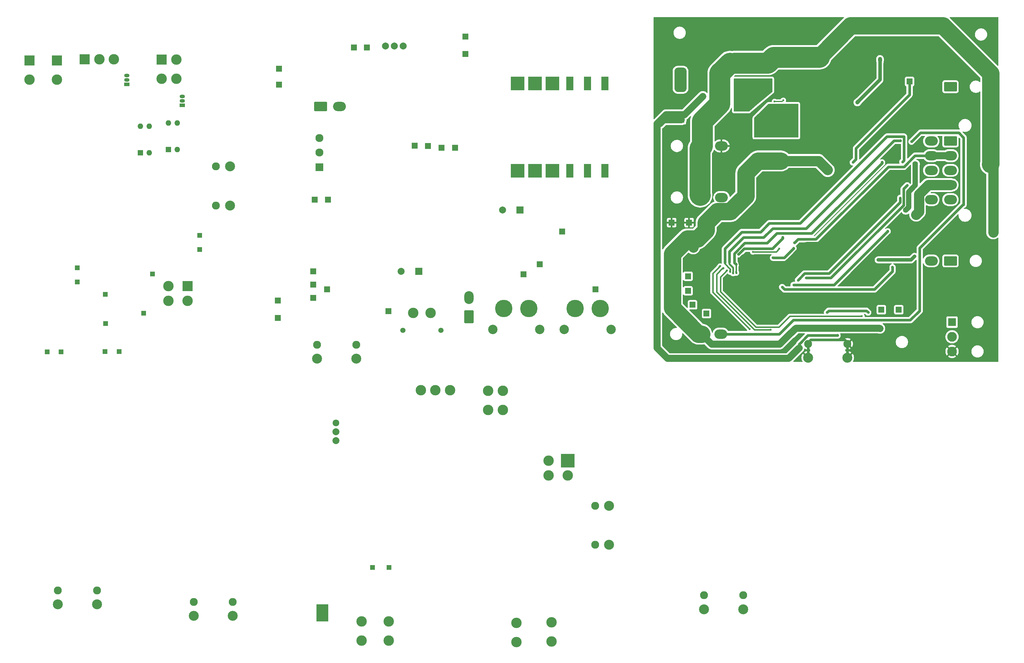
<source format=gbr>
%TF.GenerationSoftware,KiCad,Pcbnew,8.0.0*%
%TF.CreationDate,2024-03-30T18:44:17+01:00*%
%TF.ProjectId,schematic-main _ kopia,73636865-6d61-4746-9963-2d6d61696e20,rev?*%
%TF.SameCoordinates,Original*%
%TF.FileFunction,Copper,L2,Bot*%
%TF.FilePolarity,Positive*%
%FSLAX46Y46*%
G04 Gerber Fmt 4.6, Leading zero omitted, Abs format (unit mm)*
G04 Created by KiCad (PCBNEW 8.0.0) date 2024-03-30 18:44:17*
%MOMM*%
%LPD*%
G01*
G04 APERTURE LIST*
G04 Aperture macros list*
%AMRoundRect*
0 Rectangle with rounded corners*
0 $1 Rounding radius*
0 $2 $3 $4 $5 $6 $7 $8 $9 X,Y pos of 4 corners*
0 Add a 4 corners polygon primitive as box body*
4,1,4,$2,$3,$4,$5,$6,$7,$8,$9,$2,$3,0*
0 Add four circle primitives for the rounded corners*
1,1,$1+$1,$2,$3*
1,1,$1+$1,$4,$5*
1,1,$1+$1,$6,$7*
1,1,$1+$1,$8,$9*
0 Add four rect primitives between the rounded corners*
20,1,$1+$1,$2,$3,$4,$5,0*
20,1,$1+$1,$4,$5,$6,$7,0*
20,1,$1+$1,$6,$7,$8,$9,0*
20,1,$1+$1,$8,$9,$2,$3,0*%
G04 Aperture macros list end*
%TA.AperFunction,Conductor*%
%ADD10C,0.200000*%
%TD*%
%TA.AperFunction,ComponentPad*%
%ADD11C,2.280000*%
%TD*%
%TA.AperFunction,ComponentPad*%
%ADD12C,2.850000*%
%TD*%
%TA.AperFunction,ComponentPad*%
%ADD13C,3.000000*%
%TD*%
%TA.AperFunction,ComponentPad*%
%ADD14C,2.000000*%
%TD*%
%TA.AperFunction,ComponentPad*%
%ADD15C,1.920000*%
%TD*%
%TA.AperFunction,ComponentPad*%
%ADD16R,1.350000X1.350000*%
%TD*%
%TA.AperFunction,ComponentPad*%
%ADD17C,0.600000*%
%TD*%
%TA.AperFunction,SMDPad,CuDef*%
%ADD18R,3.400000X5.000000*%
%TD*%
%TA.AperFunction,ComponentPad*%
%ADD19R,4.000000X4.000000*%
%TD*%
%TA.AperFunction,ComponentPad*%
%ADD20R,1.600000X1.600000*%
%TD*%
%TA.AperFunction,ComponentPad*%
%ADD21O,1.600000X1.600000*%
%TD*%
%TA.AperFunction,ComponentPad*%
%ADD22R,3.000000X3.000000*%
%TD*%
%TA.AperFunction,FiducialPad,Local*%
%ADD23C,3.000000*%
%TD*%
%TA.AperFunction,ComponentPad*%
%ADD24R,1.500000X1.050000*%
%TD*%
%TA.AperFunction,ComponentPad*%
%ADD25O,1.500000X1.050000*%
%TD*%
%TA.AperFunction,ComponentPad*%
%ADD26R,1.700000X1.700000*%
%TD*%
%TA.AperFunction,ComponentPad*%
%ADD27RoundRect,0.250001X1.099999X1.599999X-1.099999X1.599999X-1.099999X-1.599999X1.099999X-1.599999X0*%
%TD*%
%TA.AperFunction,ComponentPad*%
%ADD28O,2.700000X3.700000*%
%TD*%
%TA.AperFunction,ComponentPad*%
%ADD29R,2.000000X4.000000*%
%TD*%
%TA.AperFunction,ComponentPad*%
%ADD30C,1.500000*%
%TD*%
%TA.AperFunction,ComponentPad*%
%ADD31R,2.000000X2.000000*%
%TD*%
%TA.AperFunction,ComponentPad*%
%ADD32RoundRect,0.250001X1.599999X-1.099999X1.599999X1.099999X-1.599999X1.099999X-1.599999X-1.099999X0*%
%TD*%
%TA.AperFunction,ComponentPad*%
%ADD33O,3.700000X2.700000*%
%TD*%
%TA.AperFunction,ComponentPad*%
%ADD34R,2.300000X2.300000*%
%TD*%
%TA.AperFunction,ComponentPad*%
%ADD35C,2.300000*%
%TD*%
%TA.AperFunction,ComponentPad*%
%ADD36C,5.000000*%
%TD*%
%TA.AperFunction,ComponentPad*%
%ADD37C,2.700000*%
%TD*%
%TA.AperFunction,ComponentPad*%
%ADD38RoundRect,0.250001X-1.599999X1.099999X-1.599999X-1.099999X1.599999X-1.099999X1.599999X1.099999X0*%
%TD*%
%TA.AperFunction,ComponentPad*%
%ADD39C,2.800000*%
%TD*%
%TA.AperFunction,ViaPad*%
%ADD40C,0.800000*%
%TD*%
%TA.AperFunction,ViaPad*%
%ADD41C,1.600000*%
%TD*%
%TA.AperFunction,ViaPad*%
%ADD42C,1.200000*%
%TD*%
%TA.AperFunction,ViaPad*%
%ADD43C,0.600000*%
%TD*%
%TA.AperFunction,Conductor*%
%ADD44C,5.000000*%
%TD*%
%TA.AperFunction,Conductor*%
%ADD45C,1.000000*%
%TD*%
%TA.AperFunction,Conductor*%
%ADD46C,0.800000*%
%TD*%
%TA.AperFunction,Conductor*%
%ADD47C,4.000000*%
%TD*%
%TA.AperFunction,Conductor*%
%ADD48C,6.000000*%
%TD*%
%TA.AperFunction,Conductor*%
%ADD49C,3.000000*%
%TD*%
%TA.AperFunction,Conductor*%
%ADD50C,2.000000*%
%TD*%
%TA.AperFunction,Conductor*%
%ADD51C,1.500000*%
%TD*%
%TA.AperFunction,Conductor*%
%ADD52C,0.400000*%
%TD*%
%TA.AperFunction,Conductor*%
%ADD53C,0.300000*%
%TD*%
%TA.AperFunction,Conductor*%
%ADD54C,0.500000*%
%TD*%
G04 APERTURE END LIST*
D10*
%TO.N,Net-(U2-SW)*%
X132500000Y-50500000D02*
X120000000Y-50500000D01*
X120000000Y-45000000D01*
X122500000Y-42500000D01*
X123000000Y-42000000D01*
X124000000Y-41000000D01*
X132500000Y-41000000D01*
X132500000Y-50500000D01*
%TA.AperFunction,Conductor*%
G36*
X132500000Y-50500000D02*
G01*
X120000000Y-50500000D01*
X120000000Y-45000000D01*
X122500000Y-42500000D01*
X123000000Y-42000000D01*
X124000000Y-41000000D01*
X132500000Y-41000000D01*
X132500000Y-50500000D01*
G37*
%TD.AperFunction*%
%TO.N,Net-(U2-VIN)*%
X125000000Y-37400000D02*
X120600000Y-41100000D01*
X118400000Y-43000000D01*
X114100000Y-43000000D01*
X114100000Y-33700000D01*
X125000000Y-33700000D01*
X125000000Y-37400000D01*
%TA.AperFunction,Conductor*%
G36*
X125000000Y-37400000D02*
G01*
X120600000Y-41100000D01*
X118400000Y-43000000D01*
X114100000Y-43000000D01*
X114100000Y-33700000D01*
X125000000Y-33700000D01*
X125000000Y-37400000D01*
G37*
%TD.AperFunction*%
%TD*%
D11*
%TO.P,P1,A1,GND*%
%TO.N,N/C*%
X-41020000Y-183900000D03*
D12*
X-41020000Y-187900000D03*
D11*
X-29780000Y-183900000D03*
D12*
X-29780000Y-187900000D03*
%TD*%
D11*
%TO.P,P1,A1,GND*%
%TO.N,N/C*%
X-80020000Y-180600000D03*
D12*
X-80020000Y-184600000D03*
D11*
X-68780000Y-180600000D03*
D12*
X-68780000Y-184600000D03*
%TD*%
D13*
%TO.P,J10,1,Pin_1*%
%TO.N,N/C*%
X15000000Y-195025000D03*
%TO.P,J10,2,Pin_2*%
X15000000Y-189525000D03*
%TD*%
%TO.P,J8,1,Pin_1*%
%TO.N,N/C*%
X51600000Y-195400000D03*
%TO.P,J8,2,Pin_2*%
%TO.N,+12V*%
X51600000Y-189900000D03*
%TD*%
%TO.P,J4,1,Pin_1*%
%TO.N,+5V*%
X43534250Y-123321900D03*
%TO.P,J4,2,Pin_2*%
%TO.N,GND*%
X47734250Y-123321900D03*
%TO.P,J4,3,Pin_3*%
%TO.N,N/C*%
X43534250Y-128821900D03*
%TO.P,J4,4,Pin_4*%
X47734250Y-128821900D03*
%TD*%
%TO.P,J9,1,Pin_1*%
%TO.N,/IO/PURGE_VALVE*%
X61750000Y-195278100D03*
%TO.P,J9,2,Pin_2*%
%TO.N,+12V*%
X61750000Y-189778100D03*
%TD*%
%TO.P,J2,1,Pin_1*%
%TO.N,/IO/CANH*%
X24168500Y-123134800D03*
%TO.P,J2,2,Pin_2*%
%TO.N,/IO/CANL*%
X28368500Y-123134800D03*
%TO.P,J2,3,Pin_3*%
%TO.N,GND*%
X32568500Y-123134800D03*
%TD*%
%TO.P,J1,1,Pin_1*%
%TO.N,/Power /Vin*%
X7200000Y-195025000D03*
%TO.P,J1,2,Pin_2*%
%TO.N,GND*%
X7200000Y-189525000D03*
%TD*%
D14*
%TO.P,PS1,1,VIN+*%
%TO.N,+12V*%
X-218000Y-137615802D03*
%TO.P,PS1,2,GND*%
%TO.N,GND*%
X-218000Y-135075802D03*
D15*
%TO.P,PS1,3,VOUT+*%
%TO.N,+5V*%
X-218000Y-132535802D03*
%TD*%
D16*
%TO.P,TP8,1,1*%
%TO.N,+3.3V*%
X10300000Y-174000000D03*
%TD*%
D17*
%TO.P,U6,17,GND(PPAD)*%
%TO.N,GND*%
X-5150000Y-184850000D03*
X-5150000Y-185950000D03*
X-5150000Y-187050000D03*
X-5150000Y-188150000D03*
X-5150000Y-189250000D03*
X-4050000Y-184850000D03*
X-4050000Y-185950000D03*
X-4050000Y-187050000D03*
D18*
X-4050000Y-187050000D03*
D17*
X-4050000Y-188150000D03*
X-4050000Y-189250000D03*
X-2950000Y-184850000D03*
X-2950000Y-185950000D03*
X-2950000Y-187050000D03*
X-2950000Y-188150000D03*
X-2950000Y-189250000D03*
%TD*%
D19*
%TO.P,J3,1,Pin_1*%
%TO.N,GND*%
X66328100Y-143384250D03*
D13*
%TO.P,J3,2,Pin_2*%
%TO.N,N/C*%
X66328100Y-147584250D03*
%TO.P,J3,3,Pin_3*%
X60828100Y-143384250D03*
%TO.P,J3,4,Pin_4*%
%TO.N,+12V*%
X60828100Y-147584250D03*
%TD*%
D11*
%TO.P,P1,MH1*%
%TO.N,GND*%
X74200000Y-167520000D03*
D12*
%TO.P,P1,MH2*%
X78200000Y-167520000D03*
D11*
X74200000Y-156280000D03*
D12*
%TO.P,P1,MH3*%
X78200000Y-156280000D03*
%TD*%
D16*
%TO.P,TP7,1,1*%
%TO.N,+3.3V*%
X15050000Y-174000000D03*
%TD*%
D11*
%TO.P,P1,A1,GND*%
%TO.N,GND*%
X105480000Y-182000000D03*
D12*
X105480000Y-186000000D03*
D11*
X116720000Y-182000000D03*
D12*
X116720000Y-186000000D03*
%TD*%
D20*
%TO.P,U6,1*%
%TO.N,N/C*%
X-48275000Y-54050000D03*
D21*
%TO.P,U6,2*%
%TO.N,GND*%
X-45735000Y-54050000D03*
%TO.P,U6,3*%
%TO.N,N/C*%
X-45735000Y-46430000D03*
%TO.P,U6,4*%
X-48275000Y-46430000D03*
%TD*%
D22*
%TO.P,J6,1,Pin_1*%
%TO.N,N/C*%
X-50215750Y-28221900D03*
D23*
%TO.P,J6,2,Pin_2*%
X-46015750Y-28221900D03*
D13*
%TO.P,J6,3,Pin_3*%
X-50215750Y-33721900D03*
%TO.P,J6,4,Pin_4*%
X-46015750Y-33721900D03*
%TD*%
D11*
%TO.P,P1,A1,GND*%
%TO.N,GND*%
X-34600000Y-70120000D03*
D12*
X-30600000Y-70120000D03*
D11*
%TO.P,P1,A12,GND*%
X-34600000Y-58880000D03*
D12*
X-30600000Y-58880000D03*
%TD*%
D16*
%TO.P,TP3,1,1*%
%TO.N,N/C*%
X-66450000Y-112000000D03*
%TD*%
%TO.P,TP6,1,1*%
%TO.N,+3.3V*%
X-74400000Y-92025000D03*
%TD*%
D20*
%TO.P,U7,1*%
%TO.N,N/C*%
X-56325000Y-54950000D03*
D21*
%TO.P,U7,2*%
%TO.N,GND*%
X-53785000Y-54950000D03*
%TO.P,U7,3*%
%TO.N,N/C*%
X-53785000Y-47330000D03*
%TO.P,U7,4*%
X-56325000Y-47330000D03*
%TD*%
D16*
%TO.P,TP1,1,1*%
%TO.N,N/C*%
X-83100000Y-112100000D03*
%TD*%
D22*
%TO.P,J4,1,Pin_1*%
%TO.N,N/C*%
X-80315750Y-28421900D03*
D13*
%TO.P,J4,2,Pin_2*%
X-80315750Y-33921900D03*
%TD*%
D16*
%TO.P,TP4,1,1*%
%TO.N,N/C*%
X-62400000Y-112000000D03*
%TD*%
%TO.P,TP2,1,1*%
%TO.N,N/C*%
X-79050000Y-112100000D03*
%TD*%
%TO.P,TP5,1,1*%
%TO.N,+3.3V*%
X-74400000Y-87975000D03*
%TD*%
%TO.P,TP11,1,1*%
%TO.N,N/C*%
X-52850000Y-89750000D03*
%TD*%
D22*
%TO.P,J3,1,Pin_1*%
%TO.N,/IO/CANH*%
X-72315750Y-28112900D03*
D13*
%TO.P,J3,2,Pin_2*%
%TO.N,/IO/CANL*%
X-68115750Y-28112900D03*
%TO.P,J3,3,Pin_3*%
%TO.N,GND*%
X-63915750Y-28112900D03*
%TD*%
D16*
%TO.P,TP10,1,1*%
%TO.N,N/C*%
X-66300000Y-104000000D03*
%TD*%
D22*
%TO.P,J2,1,Pin_1*%
%TO.N,N/C*%
X-42800000Y-93250000D03*
D13*
%TO.P,J2,2,Pin_2*%
X-42800000Y-97450000D03*
%TO.P,J2,3,Pin_3*%
%TO.N,GND*%
X-48300000Y-93250000D03*
%TO.P,J2,4*%
%TO.N,N/C*%
X-48300000Y-97450000D03*
%TD*%
D16*
%TO.P,TP8,1,1*%
%TO.N,GND*%
X-39300000Y-78700000D03*
%TD*%
D24*
%TO.P,Q1,1,E*%
%TO.N,N/C*%
X-44290000Y-41320000D03*
D25*
%TO.P,Q1,2,B*%
X-44290000Y-40050000D03*
%TO.P,Q1,3,C*%
X-44290000Y-38780000D03*
%TD*%
D16*
%TO.P,TP7,1,1*%
%TO.N,GND*%
X-39300000Y-82750000D03*
%TD*%
%TO.P,TP11,1,1*%
%TO.N,N/C*%
X-55400000Y-101000000D03*
%TD*%
D24*
%TO.P,Q2,1,E*%
%TO.N,N/C*%
X-60200000Y-35350000D03*
D25*
%TO.P,Q2,2,B*%
X-60200000Y-34080000D03*
%TO.P,Q2,3,C*%
X-60200000Y-32810000D03*
%TD*%
D22*
%TO.P,J1,1,Pin_1*%
%TO.N,/Power /Vin*%
X-88115750Y-28421900D03*
D13*
%TO.P,J1,2,Pin_2*%
%TO.N,GND*%
X-88115750Y-33921900D03*
%TD*%
D16*
%TO.P,TP9,1,1*%
%TO.N,N/C*%
X-66380000Y-95620000D03*
%TD*%
D26*
%TO.P,TP2,1,1*%
%TO.N,GND*%
X-2500000Y-68400000D03*
%TD*%
%TO.P,I/O1,1,1*%
%TO.N,N/C*%
X-6700000Y-89000000D03*
%TD*%
%TO.P,TP21,1,1*%
%TO.N,N/C*%
X30100000Y-53500000D03*
%TD*%
D27*
%TO.P,J4,1,Pin_1*%
%TO.N,N/C*%
X38012500Y-102000000D03*
D28*
%TO.P,J4,2,Pin_2*%
%TO.N,GND*%
X38012500Y-96500000D03*
%TD*%
D29*
%TO.P,L3,1,1*%
%TO.N,N/C*%
X77000000Y-35100000D03*
X72000000Y-35100000D03*
X67000000Y-35100000D03*
D19*
X62000000Y-35100000D03*
X57000000Y-35100000D03*
X52000000Y-35100000D03*
D29*
%TO.P,L3,2,2*%
X77000000Y-60100000D03*
X72000000Y-60100000D03*
X67000000Y-60100000D03*
D19*
X62000000Y-60100000D03*
X57000000Y-60100000D03*
X52000000Y-60100000D03*
%TD*%
D26*
%TO.P,12V,1,1*%
%TO.N,+12V*%
X5000000Y-24700000D03*
%TD*%
D30*
%TO.P,J3,1,Pin_1*%
%TO.N,GND*%
X30000000Y-105937500D03*
D13*
X27000000Y-100937500D03*
D30*
X19000000Y-105937500D03*
D13*
%TO.P,J3,2,Pin_2*%
%TO.N,N/C*%
X22000000Y-100937500D03*
%TD*%
D26*
%TO.P,SC_C,1,1*%
%TO.N,N/C*%
X58300000Y-87000000D03*
%TD*%
%TO.P,TP_FC,1,1*%
%TO.N,N/C*%
X14900000Y-100400000D03*
%TD*%
%TO.P,I/O2,1,1*%
%TO.N,N/C*%
X-6700000Y-92800000D03*
%TD*%
%TO.P,3.3V,1,1*%
%TO.N,+3.3V*%
X-16500000Y-30800000D03*
%TD*%
%TO.P,MC_C,1,1*%
%TO.N,N/C*%
X64800000Y-77600000D03*
%TD*%
%TO.P,TP18,1,1*%
%TO.N,N/C*%
X26250000Y-53000000D03*
%TD*%
D11*
%TO.P,P1,A1,GND*%
%TO.N,GND*%
X-5620000Y-110040000D03*
D12*
X-5620000Y-114040000D03*
D11*
X5620000Y-110040000D03*
D12*
X5620000Y-114040000D03*
%TD*%
D31*
%TO.P,C32,1*%
%TO.N,N/C*%
X23567677Y-89000000D03*
D14*
%TO.P,C32,2*%
%TO.N,GND*%
X18567677Y-89000000D03*
%TD*%
D26*
%TO.P,FC_C,1,1*%
%TO.N,N/C*%
X53700000Y-89875000D03*
%TD*%
D32*
%TO.P,J1,1,Pin_1*%
%TO.N,GND*%
X-4625000Y-41700000D03*
D33*
%TO.P,J1,2,Pin_2*%
%TO.N,/Power /Vin*%
X875000Y-41700000D03*
%TD*%
D26*
%TO.P,TP8,1,1*%
%TO.N,+3.3V*%
X-16500000Y-35400000D03*
%TD*%
%TO.P,TP1,1,1*%
%TO.N,GND*%
X-6300000Y-68400000D03*
%TD*%
D34*
%TO.P,J2,1,Pin_1*%
%TO.N,/IO/CANH*%
X-4887100Y-59115750D03*
D35*
%TO.P,J2,2,Pin_2*%
%TO.N,/IO/CANL*%
X-4887100Y-54915750D03*
%TO.P,J2,3,Pin_3*%
%TO.N,GND*%
X-4887100Y-50715750D03*
%TD*%
D26*
%TO.P,5V,1,1*%
%TO.N,+5V*%
X37000000Y-21600000D03*
%TD*%
D36*
%TO.P,J5,1,Pin_1*%
%TO.N,N/C*%
X55200000Y-99637500D03*
D37*
%TO.P,J5,2,Pin_2*%
%TO.N,GND*%
X58350000Y-105637500D03*
D36*
X48000000Y-99637500D03*
D37*
X44850000Y-105637500D03*
%TD*%
D26*
%TO.P,TP17,1,1*%
%TO.N,N/C*%
X22450000Y-52950000D03*
%TD*%
%TO.P,I/O4,1,1*%
%TO.N,N/C*%
X-2700000Y-94200000D03*
%TD*%
%TO.P,D_Pot_A,1,1*%
%TO.N,N/C*%
X-16900000Y-102400000D03*
%TD*%
%TO.P,D_P_W,1,1*%
%TO.N,N/C*%
X-16900000Y-97400000D03*
%TD*%
%TO.P,TP3,1,1*%
%TO.N,+12V*%
X8700000Y-24700000D03*
%TD*%
%TO.P,TP22,1,1*%
%TO.N,N/C*%
X34000000Y-53500000D03*
%TD*%
D36*
%TO.P,J6,1,Pin_1*%
%TO.N,N/C*%
X75700000Y-99637500D03*
D37*
%TO.P,J6,2,Pin_2*%
%TO.N,GND*%
X78850000Y-105637500D03*
D36*
X68500000Y-99637500D03*
D37*
X65350000Y-105637500D03*
%TD*%
D26*
%TO.P,TP_SC,1,1*%
%TO.N,N/C*%
X74300000Y-94200000D03*
%TD*%
D14*
%TO.P,PS1,1,VIN+*%
%TO.N,+12V*%
X14060000Y-24300000D03*
%TO.P,PS1,2,GND*%
%TO.N,GND*%
X16600000Y-24300000D03*
%TO.P,PS1,3,VOUT+*%
%TO.N,+5V*%
X19140000Y-24300000D03*
%TD*%
D26*
%TO.P,I/O3,1,1*%
%TO.N,N/C*%
X-6700000Y-96600000D03*
%TD*%
%TO.P,TP5,1,1*%
%TO.N,+5V*%
X37000000Y-26600000D03*
%TD*%
D31*
%TO.P,C45,1*%
%TO.N,N/C*%
X52667677Y-71400000D03*
D14*
%TO.P,C45,2*%
%TO.N,GND*%
X47667677Y-71400000D03*
%TD*%
D26*
%TO.P,TP9,1,1*%
%TO.N,+3.3V*%
X156400000Y-100000000D03*
%TD*%
D32*
%TO.P,J2,1,Pin_1*%
%TO.N,+3.3V*%
X104775000Y-107000000D03*
D33*
%TO.P,J2,2,Pin_2*%
%TO.N,/IO/A_Input*%
X110275000Y-107000000D03*
%TD*%
D26*
%TO.P,TP7,1,1*%
%TO.N,+5V*%
X94000000Y-45500000D03*
%TD*%
D38*
%TO.P,J1,1,Pin_1*%
%TO.N,/Power /Vin*%
X176225000Y-36000000D03*
D33*
%TO.P,J1,2,Pin_2*%
%TO.N,GND*%
X170725000Y-36000000D03*
%TD*%
D26*
%TO.P,TP1,1,1*%
%TO.N,Net-(R25-Pad1)*%
X100900000Y-90400000D03*
%TD*%
D32*
%TO.P,J4,1,Pin_1*%
%TO.N,+12V*%
X105000000Y-53000000D03*
D33*
%TO.P,J4,2,Pin_2*%
%TO.N,GND*%
X110500000Y-53000000D03*
%TD*%
D26*
%TO.P,TP8,1,1*%
%TO.N,+3.3V*%
X161400000Y-100000000D03*
%TD*%
%TO.P,TP6,1,1*%
%TO.N,+5V*%
X99000000Y-45500000D03*
%TD*%
%TO.P,TP13,1,1*%
%TO.N,Net-(R28-Pad1)*%
X106200000Y-101100000D03*
%TD*%
%TO.P,TP5,1,1*%
%TO.N,+12V*%
X113200000Y-30900000D03*
%TD*%
%TO.P,TP1,1,1*%
%TO.N,/IO/FC_V*%
X164500000Y-34500000D03*
%TD*%
D38*
%TO.P,J5,1,Pin_1*%
%TO.N,+12V*%
X176225000Y-86000000D03*
D33*
%TO.P,J5,2,Pin_2*%
%TO.N,/IO/PURGE_VALVE*%
X170725000Y-86000000D03*
%TD*%
D26*
%TO.P,TP4,1,1*%
%TO.N,+12V*%
X118200000Y-30900000D03*
%TD*%
D32*
%TO.P,J6,1,Pin_1*%
%TO.N,+12V*%
X105000000Y-67800000D03*
D33*
%TO.P,J6,2,Pin_2*%
%TO.N,/IO/Main_Valve*%
X110500000Y-67800000D03*
%TD*%
D26*
%TO.P,TP3,1,1*%
%TO.N,GND*%
X101200000Y-75000000D03*
%TD*%
D11*
%TO.P,P1,A1,GND*%
%TO.N,GND*%
X135380000Y-109800000D03*
D12*
X135380000Y-113800000D03*
D11*
X146620000Y-109800000D03*
D12*
X146620000Y-113800000D03*
%TD*%
D34*
%TO.P,J3,1,Pin_1*%
%TO.N,/IO/CANH*%
X176687100Y-103584250D03*
D39*
%TO.P,J3,2,Pin_2*%
%TO.N,/IO/CANL*%
X176687100Y-107784250D03*
%TO.P,J3,3,Pin_3*%
%TO.N,GND*%
X176687100Y-111984250D03*
%TD*%
D38*
%TO.P,J7,1,Pin_1*%
%TO.N,+12V*%
X176225000Y-51600000D03*
D33*
%TO.P,J7,2,Pin_2*%
%TO.N,/IO/FAN_IN_PWM*%
X176225000Y-55800000D03*
%TO.P,J7,3,Pin_3*%
%TO.N,/IO/FAN_1_TACHO*%
X176225000Y-60000000D03*
%TO.P,J7,4,Pin_4*%
%TO.N,/IO/FAN_GND*%
X176225000Y-64200000D03*
%TO.P,J7,5,Pin_5*%
%TO.N,/IO/Temp_sensor*%
X176225000Y-68400000D03*
%TO.P,J7,6,Pin_6*%
%TO.N,+12V*%
X170725000Y-51600000D03*
%TO.P,J7,7,Pin_7*%
%TO.N,/IO/FAN_IN_PWM*%
X170725000Y-55800000D03*
%TO.P,J7,8,Pin_8*%
%TO.N,/IO/FAN_2_TACHO*%
X170725000Y-60000000D03*
%TO.P,J7,9,Pin_9*%
%TO.N,/IO/FAN_GND*%
X170725000Y-64200000D03*
%TO.P,J7,10,Pin_10*%
%TO.N,+3.3V*%
X170725000Y-68400000D03*
%TD*%
D26*
%TO.P,TP2,1,1*%
%TO.N,Net-(R26-Pad1)*%
X100900000Y-94600000D03*
%TD*%
%TO.P,TP2,1,1*%
%TO.N,GND*%
X96200000Y-75000000D03*
%TD*%
%TO.P,TP12,1,1*%
%TO.N,Net-(R27-Pad1)*%
X102200000Y-98600000D03*
%TD*%
D40*
%TO.N,GND*%
X119700000Y-43600000D03*
X112000000Y-91650000D03*
D41*
X112700000Y-103700000D03*
X115400000Y-17400000D03*
X166900000Y-45200000D03*
X159100000Y-109900000D03*
X136500000Y-17500000D03*
X125900000Y-17400000D03*
X184500000Y-17500000D03*
X182400000Y-96600000D03*
X134000000Y-99400000D03*
X121500000Y-98500000D03*
D42*
X117800000Y-86300000D03*
D41*
X157100000Y-109900000D03*
X111400000Y-17400000D03*
X142600000Y-80100000D03*
X107400000Y-17400000D03*
X93200000Y-23500000D03*
X166900000Y-41200000D03*
X159100000Y-113900000D03*
X182500000Y-17500000D03*
X157200000Y-41900000D03*
X103400000Y-17400000D03*
X182900000Y-61100000D03*
X138500000Y-17500000D03*
X145500000Y-57100000D03*
X94600000Y-40900000D03*
X180500000Y-17500000D03*
X95200000Y-17400000D03*
D40*
X126300000Y-35900000D03*
D41*
X167800000Y-109800000D03*
X180400000Y-99200000D03*
X174900000Y-41100000D03*
X127900000Y-17400000D03*
X143500000Y-55100000D03*
X95600000Y-64000000D03*
X133900000Y-65800000D03*
X112500000Y-76000000D03*
X126200000Y-102800000D03*
X130400000Y-99300000D03*
X105400000Y-17400000D03*
X174400000Y-99200000D03*
X132500000Y-17500000D03*
D40*
X132800000Y-107500000D03*
D41*
X95200000Y-23500000D03*
X148600000Y-73900000D03*
X148200000Y-97200000D03*
X112500000Y-78000000D03*
D40*
X118500000Y-47500000D03*
D41*
X121500000Y-73500000D03*
X188700000Y-96500000D03*
X92600000Y-40900000D03*
X135900000Y-63800000D03*
X188700000Y-109100000D03*
X188700000Y-102800000D03*
X132000000Y-97400000D03*
X123900000Y-102800000D03*
X140018019Y-86597919D03*
X135900000Y-65800000D03*
X178400000Y-96600000D03*
X159200000Y-55900000D03*
X104400000Y-85500000D03*
X137900000Y-63800000D03*
D42*
X121000000Y-86400000D03*
D41*
X188700000Y-94100000D03*
X162500000Y-105800000D03*
D40*
X101000000Y-29000000D03*
D41*
X95600000Y-56000000D03*
D42*
X149600000Y-31700000D03*
D41*
X188700000Y-106800000D03*
D40*
X112000000Y-93550000D03*
D41*
X170900000Y-41200000D03*
D40*
X117500000Y-45500000D03*
D41*
X106300000Y-88500000D03*
X133900000Y-61800000D03*
X188700000Y-100500000D03*
X176400000Y-99200000D03*
X170900000Y-43200000D03*
X135900000Y-61800000D03*
X93300000Y-20600000D03*
X121500000Y-100700000D03*
X101900000Y-110900000D03*
X97300000Y-110900000D03*
X160500000Y-105800000D03*
D42*
X121100000Y-88100000D03*
D41*
X121600000Y-102800000D03*
X147100000Y-75200000D03*
D40*
X118500000Y-44500000D03*
D41*
X182900000Y-59100000D03*
X180400000Y-96600000D03*
D42*
X118000000Y-89700000D03*
X119600000Y-89700000D03*
D41*
X165800000Y-113800000D03*
X157200000Y-39900000D03*
X165800000Y-111800000D03*
X113400000Y-17400000D03*
X158100000Y-64400000D03*
X135800000Y-97500000D03*
X104300000Y-88500000D03*
X142600000Y-80100000D03*
X172900000Y-41100000D03*
X123200000Y-63400000D03*
D40*
X117500000Y-46500000D03*
D41*
X127200000Y-63400000D03*
X188700000Y-113100000D03*
X176900000Y-41100000D03*
X95300000Y-20600000D03*
D42*
X119400000Y-86300000D03*
D41*
X155400000Y-88700000D03*
X98600000Y-40900000D03*
X188700000Y-90100000D03*
D40*
X126300000Y-111900000D03*
X131800000Y-108500000D03*
D41*
X125200000Y-63400000D03*
X134500000Y-17500000D03*
X174900000Y-45100000D03*
D40*
X102000000Y-27000000D03*
D41*
X123800000Y-100700000D03*
X109400000Y-17400000D03*
X184500000Y-75000000D03*
X95600000Y-60000000D03*
X182900000Y-65100000D03*
X158500000Y-27400000D03*
X121500000Y-71500000D03*
X145600000Y-97200000D03*
X165800000Y-109800000D03*
X144175000Y-78525000D03*
X188700000Y-111100000D03*
X186500000Y-17500000D03*
X188700000Y-104800000D03*
X157100000Y-111900000D03*
X137900000Y-65800000D03*
D40*
X118500000Y-45500000D03*
D41*
X184500000Y-71000000D03*
D42*
X121200000Y-89800000D03*
D41*
X172900000Y-43100000D03*
D40*
X120700000Y-42600000D03*
X117500000Y-44500000D03*
D41*
X123900000Y-17400000D03*
D40*
X101000000Y-28000000D03*
X116500000Y-45500000D03*
D41*
X182400000Y-99200000D03*
X123400000Y-72500000D03*
X182900000Y-57100000D03*
X188700000Y-98500000D03*
X168900000Y-45200000D03*
X176900000Y-43100000D03*
D40*
X112900000Y-92650000D03*
D41*
X176400000Y-96600000D03*
X170900000Y-45200000D03*
X128600000Y-97200000D03*
X143500000Y-57100000D03*
D42*
X117900000Y-88000000D03*
D41*
X145500000Y-55100000D03*
X188700000Y-92100000D03*
X123400000Y-70500000D03*
D40*
X101000000Y-27000000D03*
D41*
X102400000Y-85500000D03*
X167800000Y-111800000D03*
D40*
X112900000Y-91650000D03*
D42*
X119500000Y-88000000D03*
D41*
X182900000Y-63100000D03*
X159900000Y-62600000D03*
X101200000Y-23500000D03*
D40*
X102000000Y-29000000D03*
D41*
X168900000Y-41200000D03*
D40*
X117500000Y-47500000D03*
D41*
X130500000Y-17500000D03*
X184500000Y-73000000D03*
X110400000Y-103700000D03*
D40*
X116500000Y-47500000D03*
D41*
X145400000Y-76900000D03*
D40*
X112000000Y-92650000D03*
D41*
X96600000Y-40900000D03*
X150100000Y-72600000D03*
X137900000Y-61800000D03*
D40*
X127300000Y-111900000D03*
D41*
X178400000Y-99200000D03*
D40*
X112900000Y-93550000D03*
D41*
X172900000Y-45100000D03*
D40*
X118500000Y-46500000D03*
X102000000Y-28000000D03*
D41*
X174400000Y-96600000D03*
X99200000Y-23500000D03*
X119900000Y-17400000D03*
X121900000Y-17400000D03*
X166900000Y-43200000D03*
X152800000Y-88700000D03*
X159100000Y-111900000D03*
X157100000Y-113900000D03*
X184500000Y-67000000D03*
X117400000Y-17400000D03*
X168900000Y-43200000D03*
X95600000Y-58000000D03*
D40*
X126300000Y-34900000D03*
D41*
X99600000Y-110900000D03*
X137500000Y-99400000D03*
X97200000Y-23500000D03*
X133900000Y-63800000D03*
X108100000Y-103700000D03*
D40*
X116500000Y-46500000D03*
D41*
X156300000Y-66000000D03*
X167800000Y-113800000D03*
X184500000Y-69000000D03*
X188500000Y-17500000D03*
X93200000Y-17400000D03*
X174900000Y-43100000D03*
X164500000Y-105800000D03*
X176900000Y-45100000D03*
X95600000Y-62000000D03*
%TO.N,+12V*%
X188500000Y-75800000D03*
X188500000Y-77800000D03*
X188500000Y-57400000D03*
X135800000Y-27700000D03*
X188500000Y-55400000D03*
X139000000Y-27700000D03*
X129700000Y-27700000D03*
X123800000Y-29200000D03*
X188500000Y-59400000D03*
X188500000Y-53400000D03*
X188500000Y-51400000D03*
X132900000Y-27700000D03*
X126800000Y-27700000D03*
X120900000Y-29200000D03*
D40*
%TO.N,/Power /Vreg*%
X99500000Y-34500000D03*
X99500000Y-35500000D03*
X99500000Y-31500000D03*
X99500000Y-36500000D03*
X98000000Y-33500000D03*
X98000000Y-31500000D03*
X98000000Y-32500000D03*
X98000000Y-36500000D03*
X99500000Y-33500000D03*
X98000000Y-34500000D03*
X99500000Y-32500000D03*
X98000000Y-35500000D03*
D41*
%TO.N,+3.3V*%
X166140105Y-58193309D03*
D40*
X115407107Y-84107107D03*
D41*
X163400000Y-71400000D03*
X141000000Y-59900000D03*
D43*
X140800000Y-100800000D03*
D41*
X125600000Y-57300000D03*
X122000000Y-57300000D03*
D43*
X152600000Y-100800000D03*
D41*
X127500000Y-57300000D03*
X130300000Y-106800000D03*
X102400000Y-82100000D03*
D40*
X128100000Y-79300000D03*
D41*
X123800000Y-57300000D03*
X100700000Y-80400000D03*
X156000000Y-105400000D03*
D40*
%TO.N,/IO/PURGE_VALVE_MCU*%
X159600000Y-87800000D03*
D43*
X127900000Y-93500000D03*
%TO.N,/MCU/BOOT*%
X111100000Y-88100000D03*
X124600000Y-105800000D03*
%TO.N,/MCU/RESET*%
X118600000Y-105600000D03*
X110100000Y-87500000D03*
D40*
%TO.N,Net-(U2-VIN)*%
X117500000Y-42000000D03*
X117500000Y-41000000D03*
X118500000Y-41000000D03*
X119500000Y-40000000D03*
X116500000Y-42000000D03*
X117500000Y-40000000D03*
X116500000Y-41000000D03*
X119500000Y-41000000D03*
X116500000Y-40000000D03*
X118500000Y-40000000D03*
X118500000Y-42000000D03*
%TO.N,Net-(U2-SW)*%
X123000000Y-45000000D03*
X122000000Y-45000000D03*
X122000000Y-44000000D03*
X127100000Y-46500000D03*
X127100000Y-45500000D03*
X123000000Y-44000000D03*
X123000000Y-43000000D03*
X124000000Y-45000000D03*
X124000000Y-44000000D03*
D43*
%TO.N,Net-(U2-SS)*%
X128250000Y-39900000D03*
X125743108Y-40256892D03*
D42*
%TO.N,Net-(D2-K)*%
X149500000Y-40500000D03*
X156000000Y-28000000D03*
D43*
%TO.N,/MCU/MCU_TEST*%
X112100000Y-88700000D03*
X150800000Y-101900000D03*
%TO.N,/IO/FAN_IN_PWM*%
X119514320Y-83414320D03*
X127100000Y-82500000D03*
D40*
X131500000Y-80800000D03*
D43*
%TO.N,/IO/FAN_ON_MCU*%
X131200000Y-92900000D03*
D40*
X158200000Y-77500000D03*
%TO.N,/IO/A_Input*%
X165050000Y-51750000D03*
D43*
%TO.N,/IO/Temp_MCU*%
X113000000Y-89200000D03*
X162438000Y-57600000D03*
%TO.N,/IO/Analog_MCU*%
X113850000Y-89600000D03*
D40*
X161900000Y-51500000D03*
D43*
%TO.N,/IO/FC_Voltage_MCU*%
X114765774Y-89465774D03*
D40*
X156600000Y-57700000D03*
D41*
%TO.N,/IO/FAN_GND*%
X166400000Y-72700000D03*
D40*
%TO.N,/IO/Main_Valve_MCU*%
X125300000Y-85100000D03*
X131200000Y-82400000D03*
D43*
%TO.N,/IO/FAN_1_TACHO*%
X132450000Y-91500000D03*
X161800000Y-67900000D03*
%TO.N,/IO/FAN_2_TACHO*%
X134800000Y-90900000D03*
X163800000Y-64300000D03*
%TO.N,Net-(Q1-G)*%
X155500000Y-85700000D03*
X165900000Y-84700000D03*
%TO.N,/IO/FC_V*%
X148200000Y-57700000D03*
D40*
%TO.N,+5V*%
X143800000Y-107400000D03*
D42*
X132800000Y-111000000D03*
D41*
X105150000Y-38750000D03*
%TD*%
D44*
%TO.N,GND*%
X121200000Y-89800000D02*
X121200000Y-86600000D01*
D45*
X112900000Y-93550000D02*
X112000000Y-93550000D01*
D46*
X145872792Y-108600000D02*
X136127208Y-108600000D01*
D45*
X112000000Y-93550000D02*
X112000000Y-91650000D01*
D44*
X170725000Y-43025000D02*
X170900000Y-43200000D01*
X121200000Y-89800000D02*
X128415938Y-89800000D01*
X117050252Y-93800000D02*
X114200000Y-93800000D01*
X117800000Y-86300000D02*
X118000000Y-86500000D01*
X159900000Y-62800000D02*
X159900000Y-62600000D01*
X119500000Y-88000000D02*
X119500000Y-91350252D01*
X118000000Y-86500000D02*
X118000000Y-89700000D01*
D45*
X112900000Y-92650000D02*
X112900000Y-93550000D01*
D44*
X131957969Y-86257969D02*
X132297919Y-86597919D01*
X131957969Y-86257969D02*
X135215938Y-83000000D01*
X170725000Y-36000000D02*
X170725000Y-43025000D01*
X139700000Y-83000000D02*
X159900000Y-62800000D01*
D46*
X146620000Y-109347208D02*
X145872792Y-108600000D01*
D44*
X135215938Y-83000000D02*
X139700000Y-83000000D01*
X128415938Y-89800000D02*
X131957969Y-86257969D01*
D46*
X136127208Y-108600000D02*
X135380000Y-109347208D01*
X135380000Y-109347208D02*
X135380000Y-113800000D01*
D45*
X112000000Y-92650000D02*
X112900000Y-92650000D01*
D46*
X146620000Y-113800000D02*
X146620000Y-109347208D01*
D44*
X119500000Y-91350252D02*
X117050252Y-93800000D01*
D45*
X112900000Y-93550000D02*
X112900000Y-91650000D01*
D47*
X132297919Y-86597919D02*
X140018019Y-86597919D01*
D44*
%TO.N,+12V*%
X187800000Y-58200000D02*
X187700000Y-58300000D01*
X147600000Y-18500000D02*
X174100000Y-18500000D01*
X110400000Y-31700000D02*
X110700000Y-31400000D01*
X112600000Y-29600000D02*
X113700000Y-29600000D01*
D48*
X117800000Y-29200000D02*
X120900000Y-29200000D01*
X105000000Y-53000000D02*
X104300000Y-53700000D01*
X123800000Y-29200000D02*
X125450000Y-27550000D01*
X114200000Y-29200000D02*
X117800000Y-29200000D01*
D44*
X113700000Y-29600000D02*
X113800000Y-29700000D01*
D48*
X125450000Y-27550000D02*
X138550000Y-27550000D01*
X110700000Y-31400000D02*
X112900000Y-29200000D01*
D44*
X174100000Y-18500000D02*
X187800000Y-32200000D01*
X127200000Y-27550000D02*
X138550000Y-27550000D01*
X138550000Y-27550000D02*
X147600000Y-18500000D01*
D49*
X188500000Y-59400000D02*
X188500000Y-75800000D01*
D48*
X110000000Y-32100000D02*
X110400000Y-31700000D01*
D44*
X113800000Y-29700000D02*
X113900000Y-29600000D01*
D49*
X188500000Y-75800000D02*
X188500000Y-77800000D01*
D44*
X187800000Y-32200000D02*
X187800000Y-58200000D01*
D48*
X105000000Y-45900000D02*
X110000000Y-40900000D01*
X104300000Y-53700000D02*
X104300000Y-67100000D01*
X110000000Y-40900000D02*
X110000000Y-32100000D01*
X120900000Y-29200000D02*
X123800000Y-29200000D01*
X105000000Y-53000000D02*
X105000000Y-45900000D01*
X104300000Y-67100000D02*
X104369491Y-67169491D01*
D50*
%TO.N,/Power /Vreg*%
X99500000Y-31500000D02*
X98000000Y-31500000D01*
X99500000Y-31500000D02*
X99500000Y-36500000D01*
X98000000Y-31500000D02*
X98000000Y-36500000D01*
X98000000Y-36500000D02*
X99500000Y-36500000D01*
%TO.N,+3.3V*%
X127200000Y-109900000D02*
X107675000Y-109900000D01*
D46*
X116999894Y-82514320D02*
X115407107Y-84107107D01*
D50*
X107675000Y-109900000D02*
X104775000Y-107000000D01*
D44*
X100700000Y-80400000D02*
X100700000Y-79700000D01*
X106100000Y-77200000D02*
X103600000Y-79700000D01*
D46*
X141300000Y-100300000D02*
X152100000Y-100300000D01*
X128100000Y-79300000D02*
X128100000Y-79500000D01*
D49*
X141000000Y-59900000D02*
X138400000Y-57300000D01*
X138400000Y-57300000D02*
X122000000Y-57300000D01*
D46*
X152100000Y-100300000D02*
X152600000Y-100800000D01*
D44*
X103900000Y-107000000D02*
X104775000Y-107000000D01*
X109350000Y-71850000D02*
X106100000Y-75100000D01*
X96400000Y-84000000D02*
X96400000Y-99500000D01*
D46*
X128100000Y-79500000D02*
X125085680Y-82514320D01*
D44*
X122000000Y-57300000D02*
X121000000Y-57300000D01*
X117500000Y-67400000D02*
X113050000Y-71850000D01*
D51*
X166140105Y-58193309D02*
X166140105Y-64259895D01*
D50*
X130300000Y-106800000D02*
X130400000Y-106800000D01*
X155900000Y-105300000D02*
X156000000Y-105400000D01*
X131900000Y-105300000D02*
X155900000Y-105300000D01*
D51*
X164200000Y-66200000D02*
X164200000Y-70600000D01*
D44*
X100700000Y-79700000D02*
X96400000Y-84000000D01*
X103600000Y-79700000D02*
X100700000Y-79700000D01*
D50*
X130400000Y-106800000D02*
X131900000Y-105300000D01*
D51*
X164200000Y-70600000D02*
X163400000Y-71400000D01*
D44*
X117500000Y-60800000D02*
X117500000Y-67400000D01*
X106100000Y-75100000D02*
X106100000Y-77200000D01*
D51*
X166140105Y-64259895D02*
X164200000Y-66200000D01*
D50*
X130300000Y-106800000D02*
X127200000Y-109900000D01*
D44*
X96400000Y-99500000D02*
X103900000Y-107000000D01*
X113050000Y-71850000D02*
X109350000Y-71850000D01*
D46*
X140800000Y-100800000D02*
X141300000Y-100300000D01*
D44*
X127500000Y-57300000D02*
X122000000Y-57300000D01*
X121000000Y-57300000D02*
X117500000Y-60800000D01*
D49*
X100700000Y-80400000D02*
X102400000Y-82100000D01*
D46*
X125085680Y-82514320D02*
X116999894Y-82514320D01*
%TO.N,/IO/PURGE_VALVE_MCU*%
X128600000Y-94200000D02*
X127900000Y-93500000D01*
X154400000Y-94200000D02*
X128600000Y-94200000D01*
X159600000Y-89000000D02*
X154400000Y-94200000D01*
X159600000Y-87800000D02*
X159600000Y-89000000D01*
D52*
%TO.N,/MCU/BOOT*%
X120000000Y-105800000D02*
X124600000Y-105800000D01*
X110851472Y-88100000D02*
X109100000Y-89851472D01*
X109100000Y-89851472D02*
X109100000Y-94900000D01*
X111100000Y-88100000D02*
X110851472Y-88100000D01*
X109100000Y-94900000D02*
X120000000Y-105800000D01*
%TO.N,/MCU/RESET*%
X108000000Y-95000000D02*
X118600000Y-105600000D01*
X108000000Y-89600000D02*
X108000000Y-95000000D01*
X110100000Y-87500000D02*
X108000000Y-89600000D01*
D53*
%TO.N,Net-(U2-SS)*%
X125743108Y-40256892D02*
X127893108Y-40256892D01*
X127893108Y-40256892D02*
X128250000Y-39900000D01*
D45*
%TO.N,Net-(D2-K)*%
X156000000Y-28000000D02*
X156000000Y-34000000D01*
X156000000Y-34000000D02*
X149500000Y-40500000D01*
D52*
%TO.N,/MCU/MCU_TEST*%
X112100000Y-88700000D02*
X110200000Y-90600000D01*
X127000000Y-105000000D02*
X130100000Y-101900000D01*
X110200000Y-94800000D02*
X120400000Y-105000000D01*
X110200000Y-90600000D02*
X110200000Y-94800000D01*
X120400000Y-105000000D02*
X127000000Y-105000000D01*
X130100000Y-101900000D02*
X150800000Y-101900000D01*
%TO.N,/IO/FAN_IN_PWM*%
X119528640Y-83400000D02*
X119514320Y-83414320D01*
D46*
X137600000Y-79800000D02*
X132500000Y-79800000D01*
X170725000Y-55800000D02*
X166052214Y-55800000D01*
X162852213Y-59000001D02*
X158399999Y-59000001D01*
D50*
X176225000Y-55800000D02*
X170725000Y-55800000D01*
D46*
X158399999Y-59000001D02*
X137600000Y-79800000D01*
D52*
X127100000Y-82500000D02*
X126200000Y-83400000D01*
D46*
X132500000Y-79800000D02*
X131500000Y-80800000D01*
X166052214Y-55800000D02*
X162852213Y-59000001D01*
D52*
X126200000Y-83400000D02*
X119528640Y-83400000D01*
D46*
%TO.N,/IO/FAN_ON_MCU*%
X131200000Y-92900000D02*
X142800000Y-92900000D01*
X142800000Y-92900000D02*
X158200000Y-77500000D01*
%TO.N,/IO/A_Input*%
X167400000Y-82300000D02*
X167400000Y-100300000D01*
X167400000Y-100300000D02*
X164700000Y-103000000D01*
X165050000Y-51750000D02*
X167600000Y-49200000D01*
X178600000Y-49200000D02*
X180000000Y-50600000D01*
X180000000Y-50600000D02*
X180000000Y-69893019D01*
X164700000Y-103000000D02*
X131100000Y-103000000D01*
X131100000Y-103000000D02*
X127100000Y-107000000D01*
X179806981Y-69893019D02*
X167400000Y-82300000D01*
X167600000Y-49200000D02*
X178600000Y-49200000D01*
X180000000Y-69893019D02*
X179806981Y-69893019D01*
X127100000Y-107000000D02*
X110275000Y-107000000D01*
D52*
%TO.N,/IO/Temp_MCU*%
X111500000Y-86831371D02*
X112968629Y-88300000D01*
D46*
X116300000Y-77700000D02*
X111500000Y-82500000D01*
X162900000Y-57138000D02*
X162900000Y-50300000D01*
D52*
X111500000Y-86500000D02*
X111500000Y-86831371D01*
D46*
X124200000Y-75200000D02*
X121700000Y-77700000D01*
X162900000Y-50300000D02*
X158000000Y-50300000D01*
X111500000Y-82500000D02*
X111500000Y-86500000D01*
X162438000Y-57600000D02*
X162900000Y-57138000D01*
X158000000Y-50300000D02*
X133100000Y-75200000D01*
X121700000Y-77700000D02*
X116300000Y-77700000D01*
D52*
X112968629Y-88300000D02*
X113000000Y-88300000D01*
X113000000Y-88300000D02*
X113000000Y-89200000D01*
D46*
X133100000Y-75200000D02*
X124200000Y-75200000D01*
D54*
%TO.N,/IO/Analog_MCU*%
X113850000Y-87950000D02*
X112800000Y-86900000D01*
X112800000Y-86900000D02*
X112800000Y-86385786D01*
D46*
X122600000Y-79300000D02*
X125200000Y-76700000D01*
X112800000Y-83300000D02*
X116800000Y-79300000D01*
X160000000Y-51500000D02*
X161900000Y-51500000D01*
X112800000Y-86385786D02*
X112800000Y-83300000D01*
D54*
X113850000Y-89600000D02*
X113850000Y-87950000D01*
D46*
X116800000Y-79300000D02*
X122600000Y-79300000D01*
X134800000Y-76700000D02*
X160000000Y-51500000D01*
X125200000Y-76700000D02*
X134800000Y-76700000D01*
D52*
%TO.N,/IO/FC_Voltage_MCU*%
X114765774Y-89465774D02*
X114700000Y-89400000D01*
X114700000Y-89400000D02*
X114700000Y-87000000D01*
D46*
X114200000Y-86500000D02*
X114700000Y-87000000D01*
X136400000Y-78100000D02*
X126400000Y-78100000D01*
X117200000Y-80900000D02*
X114200000Y-83900000D01*
X156600000Y-57700000D02*
X156600000Y-57900000D01*
X156600000Y-57900000D02*
X136400000Y-78100000D01*
X123600000Y-80900000D02*
X117200000Y-80900000D01*
X114200000Y-83900000D02*
X114200000Y-86500000D01*
X126400000Y-78100000D02*
X123600000Y-80900000D01*
D49*
%TO.N,/IO/FAN_GND*%
X169900000Y-64200000D02*
X167175000Y-66925000D01*
X176225000Y-64200000D02*
X170725000Y-64200000D01*
X167175000Y-66925000D02*
X167175000Y-71925000D01*
X170725000Y-64200000D02*
X169900000Y-64200000D01*
X167175000Y-71925000D02*
X166400000Y-72700000D01*
D46*
%TO.N,/IO/Main_Valve_MCU*%
X128500000Y-85100000D02*
X125300000Y-85100000D01*
X131200000Y-82400000D02*
X128500000Y-85100000D01*
%TO.N,/IO/FAN_1_TACHO*%
X134350000Y-89600000D02*
X141400000Y-89600000D01*
X161800000Y-69200000D02*
X161800000Y-67900000D01*
X132450000Y-91500000D02*
X134350000Y-89600000D01*
X141400000Y-89600000D02*
X161800000Y-69200000D01*
%TO.N,/IO/FAN_2_TACHO*%
X141920101Y-90900000D02*
X162800001Y-70020100D01*
X162800001Y-70020100D02*
X162800001Y-65299999D01*
X162800001Y-65299999D02*
X163800000Y-64300000D01*
X134800000Y-90900000D02*
X141920101Y-90900000D01*
D45*
%TO.N,Net-(Q1-G)*%
X164900000Y-85700000D02*
X165900000Y-84700000D01*
X155500000Y-85700000D02*
X164900000Y-85700000D01*
D46*
%TO.N,/IO/FC_V*%
X148200000Y-57700000D02*
X149100000Y-56800000D01*
X164500000Y-38300000D02*
X164500000Y-34500000D01*
X149100000Y-56800000D02*
X149100000Y-53700000D01*
X149100000Y-53700000D02*
X164500000Y-38300000D01*
D50*
%TO.N,+5V*%
X92000000Y-46600000D02*
X92900000Y-46600000D01*
X92000000Y-111000000D02*
X92000000Y-46600000D01*
X95000000Y-114000000D02*
X92000000Y-111000000D01*
X94600000Y-44000000D02*
X92000000Y-46600000D01*
X99900000Y-44000000D02*
X94600000Y-44000000D01*
X92900000Y-46600000D02*
X94000000Y-45500000D01*
D46*
X135319268Y-107400000D02*
X143800000Y-107400000D01*
D50*
X132800000Y-111000000D02*
X129800000Y-114000000D01*
X129800000Y-114000000D02*
X95000000Y-114000000D01*
D46*
X132800000Y-109919268D02*
X135319268Y-107400000D01*
D50*
X105150000Y-38750000D02*
X99900000Y-44000000D01*
X94000000Y-45500000D02*
X99000000Y-45500000D01*
D46*
X132800000Y-111000000D02*
X132800000Y-109919268D01*
%TD*%
%TA.AperFunction,Conductor*%
%TO.N,/IO/Temp_MCU*%
G36*
X113198362Y-88603427D02*
G01*
X113201630Y-88609777D01*
X113297737Y-89186422D01*
X113295717Y-89195145D01*
X113288119Y-89199886D01*
X113286235Y-89200045D01*
X113000039Y-89200999D01*
X112999961Y-89200999D01*
X112713764Y-89200045D01*
X112705502Y-89196591D01*
X112702103Y-89188306D01*
X112702260Y-89186434D01*
X112798370Y-88609775D01*
X112803111Y-88602179D01*
X112809911Y-88600000D01*
X113190089Y-88600000D01*
X113198362Y-88603427D01*
G37*
%TD.AperFunction*%
%TD*%
%TA.AperFunction,Conductor*%
%TO.N,/MCU/BOOT*%
G36*
X110895054Y-87895006D02*
G01*
X111099029Y-88097626D01*
X111101606Y-88101483D01*
X111209667Y-88364652D01*
X111209640Y-88373607D01*
X111203288Y-88379919D01*
X111201683Y-88380446D01*
X110744257Y-88494877D01*
X110735400Y-88493561D01*
X110733145Y-88491800D01*
X110464509Y-88223164D01*
X110461082Y-88214891D01*
X110464509Y-88206618D01*
X110465735Y-88205552D01*
X110879775Y-87893958D01*
X110888444Y-87891722D01*
X110895054Y-87895006D01*
G37*
%TD.AperFunction*%
%TD*%
%TA.AperFunction,Conductor*%
%TO.N,/IO/FC_Voltage_MCU*%
G36*
X114899591Y-88882284D02*
G01*
X114902516Y-88887167D01*
X115039876Y-89340856D01*
X115038994Y-89349767D01*
X115033189Y-89355042D01*
X114767956Y-89465862D01*
X114763406Y-89466766D01*
X114478134Y-89465815D01*
X114469872Y-89462361D01*
X114466473Y-89454076D01*
X114466492Y-89453456D01*
X114499357Y-88889874D01*
X114503260Y-88881816D01*
X114511037Y-88878857D01*
X114891318Y-88878857D01*
X114899591Y-88882284D01*
G37*
%TD.AperFunction*%
%TD*%
%TA.AperFunction,Conductor*%
%TO.N,Net-(D2-K)*%
G36*
X156587306Y-27999978D02*
G01*
X156595572Y-28003419D01*
X156598985Y-28011697D01*
X156598945Y-28012650D01*
X156500894Y-29189272D01*
X156496792Y-29197232D01*
X156489234Y-29200000D01*
X155510766Y-29200000D01*
X155502493Y-29196573D01*
X155499106Y-29189272D01*
X155401054Y-28012650D01*
X155403782Y-28004120D01*
X155411742Y-28000018D01*
X155412674Y-27999978D01*
X156000000Y-27999000D01*
X156587306Y-27999978D01*
G37*
%TD.AperFunction*%
%TD*%
%TA.AperFunction,Conductor*%
%TO.N,/IO/Analog_MCU*%
G36*
X114097507Y-89003427D02*
G01*
X114100894Y-89010728D01*
X114148947Y-89587370D01*
X114146219Y-89595900D01*
X114138259Y-89600002D01*
X114137326Y-89600042D01*
X113850039Y-89600999D01*
X113849961Y-89600999D01*
X113562673Y-89600042D01*
X113554411Y-89596588D01*
X113551012Y-89588303D01*
X113551052Y-89587370D01*
X113599106Y-89010728D01*
X113603208Y-89002768D01*
X113610766Y-89000000D01*
X114089234Y-89000000D01*
X114097507Y-89003427D01*
G37*
%TD.AperFunction*%
%TD*%
%TA.AperFunction,Conductor*%
%TO.N,+5V*%
G36*
X132615459Y-109566057D02*
G01*
X133165036Y-110115634D01*
X133168010Y-110120682D01*
X133351451Y-110760358D01*
X133350437Y-110769255D01*
X133344688Y-110774390D01*
X132803781Y-110998844D01*
X132794826Y-110998848D01*
X132794803Y-110998839D01*
X132255346Y-110774414D01*
X132249024Y-110768073D01*
X132248609Y-110760333D01*
X132595956Y-109571048D01*
X132601564Y-109564069D01*
X132610466Y-109563099D01*
X132615459Y-109566057D01*
G37*
%TD.AperFunction*%
%TD*%
%TA.AperFunction,Conductor*%
%TO.N,/MCU/MCU_TEST*%
G36*
X111896187Y-88496348D02*
G01*
X111897633Y-88497568D01*
X112100707Y-88699293D01*
X112100762Y-88699348D01*
X112302431Y-88902366D01*
X112305830Y-88910651D01*
X112302376Y-88918913D01*
X112300930Y-88920133D01*
X111825222Y-89259924D01*
X111816499Y-89261944D01*
X111810149Y-89258676D01*
X111541323Y-88989850D01*
X111537896Y-88981577D01*
X111540074Y-88974778D01*
X111879868Y-88499067D01*
X111887464Y-88494328D01*
X111896187Y-88496348D01*
G37*
%TD.AperFunction*%
%TD*%
%TA.AperFunction,Conductor*%
%TO.N,GND*%
G36*
X134438682Y-111151114D02*
G01*
X134466842Y-111163853D01*
X134633153Y-111265769D01*
X134633156Y-111265771D01*
X134871644Y-111364555D01*
X135122650Y-111424816D01*
X135380000Y-111445070D01*
X135637349Y-111424816D01*
X135846553Y-111374591D01*
X135916335Y-111378082D01*
X135973153Y-111418746D01*
X135998966Y-111483672D01*
X135999500Y-111495165D01*
X135999500Y-111810868D01*
X135979815Y-111877907D01*
X135927011Y-111923662D01*
X135857853Y-111933606D01*
X135849142Y-111932034D01*
X135654661Y-111889727D01*
X135380001Y-111870083D01*
X135379999Y-111870083D01*
X135105338Y-111889727D01*
X134836288Y-111948255D01*
X134578277Y-112044488D01*
X134336613Y-112176447D01*
X134207015Y-112273462D01*
X134907027Y-112973474D01*
X134774410Y-113062087D01*
X134642087Y-113194410D01*
X134553474Y-113327027D01*
X133853462Y-112627015D01*
X133756447Y-112756613D01*
X133624488Y-112998277D01*
X133528255Y-113256288D01*
X133469727Y-113525338D01*
X133450083Y-113799998D01*
X133450083Y-113800001D01*
X133469727Y-114074661D01*
X133528255Y-114343711D01*
X133624488Y-114601722D01*
X133741533Y-114816073D01*
X133756385Y-114884346D01*
X133731968Y-114949811D01*
X133676034Y-114991682D01*
X133632701Y-114999500D01*
X131221889Y-114999500D01*
X131154850Y-114979815D01*
X131109095Y-114927011D01*
X131099151Y-114857853D01*
X131128176Y-114794297D01*
X131134208Y-114787819D01*
X132429101Y-113492926D01*
X133944518Y-111977510D01*
X134083343Y-111786433D01*
X134190568Y-111575992D01*
X134263553Y-111351368D01*
X134279579Y-111250182D01*
X134309508Y-111187048D01*
X134368819Y-111150116D01*
X134438682Y-111151114D01*
G37*
%TD.AperFunction*%
%TA.AperFunction,Conductor*%
G36*
X172872829Y-21520185D02*
G01*
X172893471Y-21536819D01*
X184763181Y-33406528D01*
X184796666Y-33467851D01*
X184799500Y-33494209D01*
X184799500Y-34520054D01*
X184779815Y-34587093D01*
X184727011Y-34632848D01*
X184657853Y-34642792D01*
X184600014Y-34618430D01*
X184499616Y-34541392D01*
X184499615Y-34541391D01*
X184499612Y-34541389D01*
X184300888Y-34426656D01*
X184300876Y-34426650D01*
X184088887Y-34338842D01*
X184082860Y-34337227D01*
X183867238Y-34279452D01*
X183829215Y-34274446D01*
X183639741Y-34249500D01*
X183639734Y-34249500D01*
X183410266Y-34249500D01*
X183410258Y-34249500D01*
X183193715Y-34278009D01*
X183182762Y-34279452D01*
X183136570Y-34291829D01*
X182961112Y-34338842D01*
X182749123Y-34426650D01*
X182749109Y-34426657D01*
X182550382Y-34541392D01*
X182368338Y-34681081D01*
X182206081Y-34843338D01*
X182066392Y-35025382D01*
X181951657Y-35224109D01*
X181951650Y-35224123D01*
X181863842Y-35436112D01*
X181804453Y-35657759D01*
X181804451Y-35657770D01*
X181774500Y-35885258D01*
X181774500Y-36114741D01*
X181792308Y-36250000D01*
X181804452Y-36342238D01*
X181826979Y-36426310D01*
X181863842Y-36563887D01*
X181951650Y-36775876D01*
X181951657Y-36775890D01*
X182066392Y-36974617D01*
X182206081Y-37156661D01*
X182206089Y-37156670D01*
X182368330Y-37318911D01*
X182368338Y-37318918D01*
X182550382Y-37458607D01*
X182550385Y-37458608D01*
X182550388Y-37458611D01*
X182749112Y-37573344D01*
X182749117Y-37573346D01*
X182749123Y-37573349D01*
X182826707Y-37605485D01*
X182961113Y-37661158D01*
X183182762Y-37720548D01*
X183410266Y-37750500D01*
X183410273Y-37750500D01*
X183639727Y-37750500D01*
X183639734Y-37750500D01*
X183867238Y-37720548D01*
X184088887Y-37661158D01*
X184300888Y-37573344D01*
X184499612Y-37458611D01*
X184600013Y-37381569D01*
X184665182Y-37356375D01*
X184733627Y-37370413D01*
X184783617Y-37419227D01*
X184799500Y-37479945D01*
X184799500Y-57509822D01*
X184796391Y-57537414D01*
X184737231Y-57796612D01*
X184699500Y-58131490D01*
X184699500Y-58468509D01*
X184737231Y-58803381D01*
X184737233Y-58803397D01*
X184812223Y-59131953D01*
X184812227Y-59131965D01*
X184923532Y-59450054D01*
X185069752Y-59753683D01*
X185069754Y-59753686D01*
X185249054Y-60039039D01*
X185367668Y-60187776D01*
X185454456Y-60296606D01*
X185459176Y-60302524D01*
X185697476Y-60540824D01*
X185960961Y-60750946D01*
X186246314Y-60930246D01*
X186246319Y-60930249D01*
X186429301Y-61018368D01*
X186481161Y-61065190D01*
X186499500Y-61130088D01*
X186499500Y-77931127D01*
X186524075Y-78117780D01*
X186533730Y-78191116D01*
X186576317Y-78350054D01*
X186601602Y-78444418D01*
X186601605Y-78444428D01*
X186701953Y-78686690D01*
X186701958Y-78686700D01*
X186833075Y-78913803D01*
X186992718Y-79121851D01*
X186992726Y-79121860D01*
X187178140Y-79307274D01*
X187178148Y-79307281D01*
X187386196Y-79466924D01*
X187613299Y-79598041D01*
X187613309Y-79598046D01*
X187855571Y-79698394D01*
X187855581Y-79698398D01*
X188108884Y-79766270D01*
X188368880Y-79800500D01*
X188368887Y-79800500D01*
X188631113Y-79800500D01*
X188631120Y-79800500D01*
X188891116Y-79766270D01*
X189144419Y-79698398D01*
X189386697Y-79598043D01*
X189613803Y-79466924D01*
X189800015Y-79324036D01*
X189865182Y-79298843D01*
X189933627Y-79312881D01*
X189983617Y-79361694D01*
X189999500Y-79422413D01*
X189999500Y-114875500D01*
X189979815Y-114942539D01*
X189927011Y-114988294D01*
X189875500Y-114999500D01*
X148367299Y-114999500D01*
X148300260Y-114979815D01*
X148254505Y-114927011D01*
X148244561Y-114857853D01*
X148258467Y-114816073D01*
X148375511Y-114601722D01*
X148471744Y-114343711D01*
X148530272Y-114074661D01*
X148549917Y-113800001D01*
X148549917Y-113799998D01*
X148530272Y-113525338D01*
X148471744Y-113256288D01*
X148375511Y-112998277D01*
X148243552Y-112756613D01*
X148243547Y-112756605D01*
X148146537Y-112627015D01*
X148146536Y-112627014D01*
X147446524Y-113327026D01*
X147357913Y-113194410D01*
X147225590Y-113062087D01*
X147092971Y-112973473D01*
X147792984Y-112273461D01*
X147663394Y-112176452D01*
X147663386Y-112176447D01*
X147421721Y-112044488D01*
X147421722Y-112044488D01*
X147260220Y-111984251D01*
X174782247Y-111984251D01*
X174801636Y-112255340D01*
X174801637Y-112255347D01*
X174859405Y-112520904D01*
X174954385Y-112775556D01*
X174954387Y-112775560D01*
X175084632Y-113014085D01*
X175084637Y-113014093D01*
X175178421Y-113139373D01*
X175178422Y-113139374D01*
X175896622Y-112421174D01*
X175988024Y-112557967D01*
X176113383Y-112683326D01*
X176250174Y-112774727D01*
X175531974Y-113492926D01*
X175657263Y-113586716D01*
X175657264Y-113586717D01*
X175895789Y-113716962D01*
X175895793Y-113716964D01*
X176150445Y-113811944D01*
X176416002Y-113869712D01*
X176416009Y-113869713D01*
X176687099Y-113889103D01*
X176687101Y-113889103D01*
X176958190Y-113869713D01*
X176958197Y-113869712D01*
X177223754Y-113811944D01*
X177478406Y-113716964D01*
X177478410Y-113716962D01*
X177716944Y-113586712D01*
X177842223Y-113492927D01*
X177842224Y-113492926D01*
X177124024Y-112774727D01*
X177260817Y-112683326D01*
X177386176Y-112557967D01*
X177477577Y-112421174D01*
X178195776Y-113139374D01*
X178195777Y-113139373D01*
X178289562Y-113014094D01*
X178419812Y-112775560D01*
X178419814Y-112775556D01*
X178514794Y-112520904D01*
X178572562Y-112255347D01*
X178572563Y-112255340D01*
X178583746Y-112098991D01*
X182236600Y-112098991D01*
X182256057Y-112246770D01*
X182266552Y-112326488D01*
X182312151Y-112496666D01*
X182325942Y-112548137D01*
X182413750Y-112760126D01*
X182413757Y-112760140D01*
X182528492Y-112958867D01*
X182668181Y-113140911D01*
X182668189Y-113140920D01*
X182830430Y-113303161D01*
X182830438Y-113303168D01*
X183012482Y-113442857D01*
X183012485Y-113442858D01*
X183012488Y-113442861D01*
X183211212Y-113557594D01*
X183211217Y-113557596D01*
X183211223Y-113557599D01*
X183281509Y-113586712D01*
X183423213Y-113645408D01*
X183644862Y-113704798D01*
X183872366Y-113734750D01*
X183872373Y-113734750D01*
X184101827Y-113734750D01*
X184101834Y-113734750D01*
X184329338Y-113704798D01*
X184550987Y-113645408D01*
X184762988Y-113557594D01*
X184961712Y-113442861D01*
X185143761Y-113303169D01*
X185143765Y-113303164D01*
X185143770Y-113303161D01*
X185306011Y-113140920D01*
X185306014Y-113140915D01*
X185306019Y-113140911D01*
X185445711Y-112958862D01*
X185560444Y-112760138D01*
X185648258Y-112548137D01*
X185707648Y-112326488D01*
X185737600Y-112098984D01*
X185737600Y-111869516D01*
X185707648Y-111642012D01*
X185648258Y-111420363D01*
X185560444Y-111208362D01*
X185445711Y-111009638D01*
X185445708Y-111009635D01*
X185445707Y-111009632D01*
X185341127Y-110873342D01*
X185306019Y-110827589D01*
X185306018Y-110827588D01*
X185306011Y-110827580D01*
X185143770Y-110665339D01*
X185143761Y-110665331D01*
X184961717Y-110525642D01*
X184762990Y-110410907D01*
X184762976Y-110410900D01*
X184550987Y-110323092D01*
X184329338Y-110263702D01*
X184291315Y-110258696D01*
X184101841Y-110233750D01*
X184101834Y-110233750D01*
X183872366Y-110233750D01*
X183872358Y-110233750D01*
X183655815Y-110262259D01*
X183644862Y-110263702D01*
X183551176Y-110288804D01*
X183423212Y-110323092D01*
X183211223Y-110410900D01*
X183211209Y-110410907D01*
X183012482Y-110525642D01*
X182830438Y-110665331D01*
X182668181Y-110827588D01*
X182528492Y-111009632D01*
X182413757Y-111208359D01*
X182413750Y-111208373D01*
X182325942Y-111420362D01*
X182266553Y-111642009D01*
X182266551Y-111642020D01*
X182236600Y-111869508D01*
X182236600Y-112098991D01*
X178583746Y-112098991D01*
X178591953Y-111984251D01*
X178591953Y-111984248D01*
X178572563Y-111713159D01*
X178572562Y-111713152D01*
X178514794Y-111447595D01*
X178419814Y-111192943D01*
X178419812Y-111192939D01*
X178289567Y-110954414D01*
X178289566Y-110954413D01*
X178195776Y-110829124D01*
X177477576Y-111547324D01*
X177386176Y-111410533D01*
X177260817Y-111285174D01*
X177124024Y-111193772D01*
X177842224Y-110475572D01*
X177842223Y-110475571D01*
X177716943Y-110381787D01*
X177716935Y-110381782D01*
X177478410Y-110251537D01*
X177478406Y-110251535D01*
X177223754Y-110156555D01*
X176958197Y-110098787D01*
X176958190Y-110098786D01*
X176687101Y-110079397D01*
X176687099Y-110079397D01*
X176416009Y-110098786D01*
X176416002Y-110098787D01*
X176150445Y-110156555D01*
X175895793Y-110251535D01*
X175895789Y-110251537D01*
X175657264Y-110381782D01*
X175657256Y-110381787D01*
X175531975Y-110475571D01*
X175531974Y-110475572D01*
X176250175Y-111193772D01*
X176113383Y-111285174D01*
X175988024Y-111410533D01*
X175896622Y-111547324D01*
X175178422Y-110829124D01*
X175178421Y-110829125D01*
X175084637Y-110954406D01*
X175084632Y-110954414D01*
X174954387Y-111192939D01*
X174954385Y-111192943D01*
X174859405Y-111447595D01*
X174801637Y-111713152D01*
X174801636Y-111713159D01*
X174782247Y-111984248D01*
X174782247Y-111984251D01*
X147260220Y-111984251D01*
X147163711Y-111948255D01*
X146894661Y-111889727D01*
X146620001Y-111870083D01*
X146619999Y-111870083D01*
X146345338Y-111889727D01*
X146150858Y-111932034D01*
X146081166Y-111927050D01*
X146025233Y-111885178D01*
X146000816Y-111819714D01*
X146000500Y-111810868D01*
X146000500Y-111495165D01*
X146020185Y-111428126D01*
X146072989Y-111382371D01*
X146142147Y-111372427D01*
X146153447Y-111374591D01*
X146362650Y-111424816D01*
X146620000Y-111445070D01*
X146877349Y-111424816D01*
X147128355Y-111364555D01*
X147128356Y-111364555D01*
X147366843Y-111265771D01*
X147366846Y-111265769D01*
X147586942Y-111130894D01*
X147592550Y-111126103D01*
X146951678Y-110485231D01*
X146979995Y-110473503D01*
X147104472Y-110390330D01*
X147210330Y-110284472D01*
X147293503Y-110159995D01*
X147305231Y-110131678D01*
X147946103Y-110772550D01*
X147950894Y-110766942D01*
X148085769Y-110546846D01*
X148085771Y-110546843D01*
X148184555Y-110308356D01*
X148184555Y-110308355D01*
X148244816Y-110057349D01*
X148265070Y-109800000D01*
X148244816Y-109542650D01*
X148214108Y-109414741D01*
X160549500Y-109414741D01*
X160567128Y-109548630D01*
X160579452Y-109642238D01*
X160621724Y-109800000D01*
X160638842Y-109863887D01*
X160726650Y-110075876D01*
X160726657Y-110075890D01*
X160841392Y-110274617D01*
X160981081Y-110456661D01*
X160981089Y-110456670D01*
X161143330Y-110618911D01*
X161143338Y-110618918D01*
X161325382Y-110758607D01*
X161325385Y-110758608D01*
X161325388Y-110758611D01*
X161524112Y-110873344D01*
X161524117Y-110873346D01*
X161524123Y-110873349D01*
X161615480Y-110911190D01*
X161736113Y-110961158D01*
X161957762Y-111020548D01*
X162185266Y-111050500D01*
X162185273Y-111050500D01*
X162414727Y-111050500D01*
X162414734Y-111050500D01*
X162642238Y-111020548D01*
X162863887Y-110961158D01*
X163075888Y-110873344D01*
X163274612Y-110758611D01*
X163456661Y-110618919D01*
X163456665Y-110618914D01*
X163456670Y-110618911D01*
X163618911Y-110456670D01*
X163618914Y-110456665D01*
X163618919Y-110456661D01*
X163758611Y-110274612D01*
X163873344Y-110075888D01*
X163961158Y-109863887D01*
X164020548Y-109642238D01*
X164050500Y-109414734D01*
X164050500Y-109185266D01*
X164020548Y-108957762D01*
X163961158Y-108736113D01*
X163873344Y-108524112D01*
X163758611Y-108325388D01*
X163758608Y-108325385D01*
X163758607Y-108325382D01*
X163618918Y-108143338D01*
X163618911Y-108143330D01*
X163456670Y-107981089D01*
X163456661Y-107981081D01*
X163274617Y-107841392D01*
X163248906Y-107826548D01*
X163175645Y-107784251D01*
X174781745Y-107784251D01*
X174801139Y-108055410D01*
X174801140Y-108055417D01*
X174846542Y-108264126D01*
X174858925Y-108321051D01*
X174914148Y-108469109D01*
X174953930Y-108575769D01*
X175084209Y-108814357D01*
X175084210Y-108814358D01*
X175084213Y-108814363D01*
X175247129Y-109031992D01*
X175247133Y-109031996D01*
X175247138Y-109032002D01*
X175439347Y-109224211D01*
X175439353Y-109224216D01*
X175439358Y-109224221D01*
X175656987Y-109387137D01*
X175656991Y-109387139D01*
X175656992Y-109387140D01*
X175895581Y-109517419D01*
X175895580Y-109517419D01*
X175895584Y-109517420D01*
X175895587Y-109517422D01*
X176150299Y-109612425D01*
X176415940Y-109670211D01*
X176667705Y-109688217D01*
X176687099Y-109689605D01*
X176687100Y-109689605D01*
X176687101Y-109689605D01*
X176705200Y-109688310D01*
X176958260Y-109670211D01*
X177223901Y-109612425D01*
X177478613Y-109517422D01*
X177478617Y-109517419D01*
X177478619Y-109517419D01*
X177666660Y-109414741D01*
X177717213Y-109387137D01*
X177934842Y-109224221D01*
X178127071Y-109031992D01*
X178289987Y-108814363D01*
X178420272Y-108575763D01*
X178515275Y-108321051D01*
X178573061Y-108055410D01*
X178592455Y-107784250D01*
X178573061Y-107513090D01*
X178515275Y-107247449D01*
X178420272Y-106992737D01*
X178420270Y-106992734D01*
X178420269Y-106992730D01*
X178289990Y-106754142D01*
X178289989Y-106754141D01*
X178289987Y-106754137D01*
X178127071Y-106536508D01*
X178127066Y-106536503D01*
X178127061Y-106536497D01*
X177934852Y-106344288D01*
X177934846Y-106344283D01*
X177934842Y-106344279D01*
X177717213Y-106181363D01*
X177717208Y-106181360D01*
X177717207Y-106181359D01*
X177478618Y-106051080D01*
X177478619Y-106051080D01*
X177414087Y-106027011D01*
X177223901Y-105956075D01*
X177223894Y-105956073D01*
X177223893Y-105956073D01*
X176958267Y-105898290D01*
X176958260Y-105898289D01*
X176687101Y-105878895D01*
X176687099Y-105878895D01*
X176415939Y-105898289D01*
X176415932Y-105898290D01*
X176150306Y-105956073D01*
X176150302Y-105956074D01*
X176150299Y-105956075D01*
X176022943Y-106003576D01*
X175895580Y-106051080D01*
X175656992Y-106181359D01*
X175656991Y-106181360D01*
X175439359Y-106344278D01*
X175439347Y-106344288D01*
X175247138Y-106536497D01*
X175247128Y-106536509D01*
X175084210Y-106754141D01*
X175084209Y-106754142D01*
X174953930Y-106992730D01*
X174908428Y-107114727D01*
X174858925Y-107247449D01*
X174858924Y-107247452D01*
X174858923Y-107247456D01*
X174801140Y-107513082D01*
X174801139Y-107513089D01*
X174781745Y-107784248D01*
X174781745Y-107784251D01*
X163175645Y-107784251D01*
X163147995Y-107768287D01*
X163075890Y-107726657D01*
X163075876Y-107726650D01*
X162863887Y-107638842D01*
X162849321Y-107634939D01*
X162642238Y-107579452D01*
X162604215Y-107574446D01*
X162414741Y-107549500D01*
X162414734Y-107549500D01*
X162185266Y-107549500D01*
X162185258Y-107549500D01*
X161968715Y-107578009D01*
X161957762Y-107579452D01*
X161924905Y-107588256D01*
X161736112Y-107638842D01*
X161524123Y-107726650D01*
X161524109Y-107726657D01*
X161325382Y-107841392D01*
X161143338Y-107981081D01*
X160981081Y-108143338D01*
X160841392Y-108325382D01*
X160726657Y-108524109D01*
X160726650Y-108524123D01*
X160638842Y-108736112D01*
X160579453Y-108957759D01*
X160579451Y-108957770D01*
X160549500Y-109185258D01*
X160549500Y-109414741D01*
X148214108Y-109414741D01*
X148184555Y-109291644D01*
X148184555Y-109291643D01*
X148085771Y-109053156D01*
X148085769Y-109053153D01*
X147950890Y-108833052D01*
X147950885Y-108833046D01*
X147946103Y-108827447D01*
X147305231Y-109468319D01*
X147293503Y-109440005D01*
X147210330Y-109315528D01*
X147104472Y-109209670D01*
X146979995Y-109126497D01*
X146951679Y-109114768D01*
X147592551Y-108473895D01*
X147592551Y-108473894D01*
X147586951Y-108469111D01*
X147366846Y-108334230D01*
X147366843Y-108334228D01*
X147128355Y-108235444D01*
X146877349Y-108175183D01*
X146620000Y-108154929D01*
X146362650Y-108175183D01*
X146111644Y-108235444D01*
X146111643Y-108235444D01*
X145873156Y-108334228D01*
X145873153Y-108334230D01*
X145653057Y-108469105D01*
X145653052Y-108469109D01*
X145647447Y-108473894D01*
X146288321Y-109114768D01*
X146260005Y-109126497D01*
X146135528Y-109209670D01*
X146029670Y-109315528D01*
X145986170Y-109380629D01*
X145966392Y-109306814D01*
X145900500Y-109192686D01*
X145807314Y-109099500D01*
X145727039Y-109053153D01*
X145693187Y-109033608D01*
X145629539Y-109016554D01*
X145565892Y-108999500D01*
X145517309Y-108999500D01*
X145450270Y-108979815D01*
X145429628Y-108963181D01*
X145293894Y-108827447D01*
X145289109Y-108833052D01*
X145289105Y-108833057D01*
X145223394Y-108940290D01*
X145171583Y-108987165D01*
X145117667Y-108999500D01*
X136882333Y-108999500D01*
X136815294Y-108979815D01*
X136776606Y-108940290D01*
X136710890Y-108833052D01*
X136710885Y-108833046D01*
X136706104Y-108827447D01*
X136570372Y-108963181D01*
X136509049Y-108996666D01*
X136482691Y-108999500D01*
X136434108Y-108999500D01*
X136306812Y-109033608D01*
X136192686Y-109099500D01*
X136192683Y-109099502D01*
X136099502Y-109192683D01*
X136099500Y-109192686D01*
X136033608Y-109306812D01*
X136013829Y-109380629D01*
X135970330Y-109315528D01*
X135864472Y-109209670D01*
X135739995Y-109126497D01*
X135711678Y-109114767D01*
X136352551Y-108473895D01*
X136350801Y-108429371D01*
X136367837Y-108361610D01*
X136418803Y-108313816D01*
X136474705Y-108300500D01*
X143894645Y-108300500D01*
X143894646Y-108300500D01*
X143980746Y-108282198D01*
X143982180Y-108281902D01*
X144062666Y-108265894D01*
X144062669Y-108265892D01*
X144062672Y-108265892D01*
X144068496Y-108264126D01*
X144068631Y-108264573D01*
X144079315Y-108261247D01*
X144079803Y-108261144D01*
X144154057Y-108228082D01*
X144156955Y-108226837D01*
X144226547Y-108198013D01*
X144227633Y-108197287D01*
X144246095Y-108187104D01*
X144252730Y-108184151D01*
X144313054Y-108140322D01*
X144316952Y-108137605D01*
X144374035Y-108099464D01*
X144379739Y-108093758D01*
X144394531Y-108081126D01*
X144405871Y-108072888D01*
X144451274Y-108022461D01*
X144455687Y-108017810D01*
X144499464Y-107974035D01*
X144507687Y-107961727D01*
X144518642Y-107947643D01*
X144532531Y-107932218D01*
X144532530Y-107932218D01*
X144532533Y-107932216D01*
X144563091Y-107879284D01*
X144567368Y-107872408D01*
X144598012Y-107826548D01*
X144598013Y-107826547D01*
X144606259Y-107806637D01*
X144613433Y-107792091D01*
X144617961Y-107784250D01*
X144627179Y-107768284D01*
X144643995Y-107716528D01*
X144647351Y-107707431D01*
X144665894Y-107662666D01*
X144671411Y-107634927D01*
X144675094Y-107620813D01*
X144685674Y-107588256D01*
X144690656Y-107540837D01*
X144692361Y-107529604D01*
X144700500Y-107488695D01*
X144700500Y-107453692D01*
X144701179Y-107440731D01*
X144705460Y-107400000D01*
X144701179Y-107359266D01*
X144700500Y-107346306D01*
X144700500Y-107311309D01*
X144692360Y-107270393D01*
X144690656Y-107259156D01*
X144685674Y-107211744D01*
X144675094Y-107179183D01*
X144671409Y-107165059D01*
X144665895Y-107137339D01*
X144665894Y-107137338D01*
X144665894Y-107137334D01*
X144647352Y-107092569D01*
X144643990Y-107083455D01*
X144627181Y-107031720D01*
X144627179Y-107031716D01*
X144613424Y-107007892D01*
X144606263Y-106993372D01*
X144598013Y-106973453D01*
X144598009Y-106973447D01*
X144597390Y-106971952D01*
X144589922Y-106902482D01*
X144621198Y-106840003D01*
X144681287Y-106804351D01*
X144711952Y-106800500D01*
X155434936Y-106800500D01*
X155473254Y-106806569D01*
X155515160Y-106820185D01*
X155648631Y-106863552D01*
X155744349Y-106878712D01*
X155881903Y-106900499D01*
X155881908Y-106900499D01*
X156118097Y-106900499D01*
X156232492Y-106882380D01*
X156351368Y-106863552D01*
X156575992Y-106790568D01*
X156786433Y-106683343D01*
X156977510Y-106544517D01*
X157144517Y-106377510D01*
X157283343Y-106186433D01*
X157390568Y-105975992D01*
X157463552Y-105751368D01*
X157496029Y-105546316D01*
X157500499Y-105518097D01*
X157500499Y-105281902D01*
X157471766Y-105100495D01*
X157463552Y-105048631D01*
X157416289Y-104903169D01*
X157390569Y-104824010D01*
X157390567Y-104824007D01*
X157369232Y-104782133D01*
X157369225Y-104782120D01*
X175036600Y-104782120D01*
X175036601Y-104782126D01*
X175043008Y-104841733D01*
X175093302Y-104976578D01*
X175093306Y-104976585D01*
X175179552Y-105091794D01*
X175179555Y-105091797D01*
X175294764Y-105178043D01*
X175294771Y-105178047D01*
X175429617Y-105228341D01*
X175429616Y-105228341D01*
X175436544Y-105229085D01*
X175489227Y-105234750D01*
X177884972Y-105234749D01*
X177944583Y-105228341D01*
X178079431Y-105178046D01*
X178194646Y-105091796D01*
X178280896Y-104976581D01*
X178331191Y-104841733D01*
X178337600Y-104782123D01*
X178337600Y-103698991D01*
X182236600Y-103698991D01*
X182258575Y-103865895D01*
X182266552Y-103926488D01*
X182292898Y-104024812D01*
X182325942Y-104148137D01*
X182413750Y-104360126D01*
X182413757Y-104360140D01*
X182528492Y-104558867D01*
X182668181Y-104740911D01*
X182668189Y-104740920D01*
X182830430Y-104903161D01*
X182830438Y-104903168D01*
X183012482Y-105042857D01*
X183012485Y-105042858D01*
X183012488Y-105042861D01*
X183211212Y-105157594D01*
X183211217Y-105157596D01*
X183211223Y-105157599D01*
X183268110Y-105181162D01*
X183423213Y-105245408D01*
X183644862Y-105304798D01*
X183872366Y-105334750D01*
X183872373Y-105334750D01*
X184101827Y-105334750D01*
X184101834Y-105334750D01*
X184329338Y-105304798D01*
X184550987Y-105245408D01*
X184762988Y-105157594D01*
X184961712Y-105042861D01*
X185143761Y-104903169D01*
X185143765Y-104903164D01*
X185143770Y-104903161D01*
X185306011Y-104740920D01*
X185306014Y-104740915D01*
X185306019Y-104740911D01*
X185445711Y-104558862D01*
X185560444Y-104360138D01*
X185648258Y-104148137D01*
X185707648Y-103926488D01*
X185737600Y-103698984D01*
X185737600Y-103469516D01*
X185707648Y-103242012D01*
X185648258Y-103020363D01*
X185560444Y-102808362D01*
X185445711Y-102609638D01*
X185445708Y-102609635D01*
X185445707Y-102609632D01*
X185323599Y-102450500D01*
X185306019Y-102427589D01*
X185306018Y-102427588D01*
X185306011Y-102427580D01*
X185143770Y-102265339D01*
X185143761Y-102265331D01*
X184961717Y-102125642D01*
X184762990Y-102010907D01*
X184762976Y-102010900D01*
X184550987Y-101923092D01*
X184329338Y-101863702D01*
X184291315Y-101858696D01*
X184101841Y-101833750D01*
X184101834Y-101833750D01*
X183872366Y-101833750D01*
X183872358Y-101833750D01*
X183655815Y-101862259D01*
X183644862Y-101863702D01*
X183551176Y-101888804D01*
X183423212Y-101923092D01*
X183211223Y-102010900D01*
X183211209Y-102010907D01*
X183012482Y-102125642D01*
X182830438Y-102265331D01*
X182668181Y-102427588D01*
X182528492Y-102609632D01*
X182413757Y-102808359D01*
X182413750Y-102808373D01*
X182325942Y-103020362D01*
X182266553Y-103242009D01*
X182266551Y-103242020D01*
X182236600Y-103469508D01*
X182236600Y-103698991D01*
X178337600Y-103698991D01*
X178337599Y-102386378D01*
X178331191Y-102326767D01*
X178324022Y-102307547D01*
X178280897Y-102191921D01*
X178280893Y-102191914D01*
X178194647Y-102076705D01*
X178194644Y-102076702D01*
X178079435Y-101990456D01*
X178079428Y-101990452D01*
X177944582Y-101940158D01*
X177944583Y-101940158D01*
X177884983Y-101933751D01*
X177884981Y-101933750D01*
X177884973Y-101933750D01*
X177884964Y-101933750D01*
X175489229Y-101933750D01*
X175489223Y-101933751D01*
X175429616Y-101940158D01*
X175294771Y-101990452D01*
X175294764Y-101990456D01*
X175179555Y-102076702D01*
X175179552Y-102076705D01*
X175093306Y-102191914D01*
X175093302Y-102191921D01*
X175043008Y-102326767D01*
X175036601Y-102386366D01*
X175036601Y-102386373D01*
X175036600Y-102386385D01*
X175036600Y-104782120D01*
X157369225Y-104782120D01*
X157283343Y-104613566D01*
X157144517Y-104422490D01*
X156877510Y-104155483D01*
X156835302Y-104124817D01*
X156792638Y-104069487D01*
X156786659Y-103999874D01*
X156819265Y-103938079D01*
X156880104Y-103903722D01*
X156908189Y-103900500D01*
X164788693Y-103900500D01*
X164788694Y-103900499D01*
X164962666Y-103865895D01*
X165044606Y-103831953D01*
X165126547Y-103798013D01*
X165126549Y-103798011D01*
X165126552Y-103798010D01*
X165214955Y-103738939D01*
X165214955Y-103738938D01*
X165214959Y-103738936D01*
X165274036Y-103699464D01*
X168099464Y-100874035D01*
X168164208Y-100777139D01*
X168198013Y-100726547D01*
X168217895Y-100678547D01*
X168265895Y-100562666D01*
X168300500Y-100388691D01*
X168300500Y-100211308D01*
X168300500Y-86812826D01*
X168320185Y-86745787D01*
X168372989Y-86700032D01*
X168442147Y-86690088D01*
X168505703Y-86719113D01*
X168539061Y-86765374D01*
X168561770Y-86820200D01*
X168561773Y-86820205D01*
X168561776Y-86820212D01*
X168683064Y-87030289D01*
X168683066Y-87030292D01*
X168683067Y-87030293D01*
X168830733Y-87222736D01*
X168830739Y-87222743D01*
X169002256Y-87394260D01*
X169002263Y-87394266D01*
X169102771Y-87471388D01*
X169194711Y-87541936D01*
X169404788Y-87663224D01*
X169628900Y-87756054D01*
X169863211Y-87818838D01*
X170023940Y-87839998D01*
X170103711Y-87850500D01*
X170103712Y-87850500D01*
X171346289Y-87850500D01*
X171426052Y-87839999D01*
X171586789Y-87818838D01*
X171821100Y-87756054D01*
X172045212Y-87663224D01*
X172255289Y-87541936D01*
X172447738Y-87394265D01*
X172619265Y-87222738D01*
X172675067Y-87150015D01*
X173874500Y-87150015D01*
X173885000Y-87252795D01*
X173885001Y-87252797D01*
X173889965Y-87267776D01*
X173940186Y-87419335D01*
X173940187Y-87419337D01*
X174032286Y-87568651D01*
X174032289Y-87568655D01*
X174156344Y-87692710D01*
X174156348Y-87692713D01*
X174305662Y-87784812D01*
X174305664Y-87784813D01*
X174305666Y-87784814D01*
X174472203Y-87839999D01*
X174574992Y-87850500D01*
X174574997Y-87850500D01*
X177875003Y-87850500D01*
X177875008Y-87850500D01*
X177977797Y-87839999D01*
X178144334Y-87784814D01*
X178293655Y-87692711D01*
X178417711Y-87568655D01*
X178509814Y-87419334D01*
X178564999Y-87252797D01*
X178575500Y-87150008D01*
X178575500Y-86114741D01*
X181774500Y-86114741D01*
X181799446Y-86304215D01*
X181804452Y-86342238D01*
X181840598Y-86477139D01*
X181863842Y-86563887D01*
X181951650Y-86775876D01*
X181951657Y-86775890D01*
X182006098Y-86870184D01*
X182026604Y-86905703D01*
X182066392Y-86974617D01*
X182206081Y-87156661D01*
X182206089Y-87156670D01*
X182368330Y-87318911D01*
X182368338Y-87318918D01*
X182368339Y-87318919D01*
X182379656Y-87327603D01*
X182550382Y-87458607D01*
X182550385Y-87458608D01*
X182550388Y-87458611D01*
X182749112Y-87573344D01*
X182749117Y-87573346D01*
X182749123Y-87573349D01*
X182840480Y-87611190D01*
X182961113Y-87661158D01*
X183182762Y-87720548D01*
X183410266Y-87750500D01*
X183410273Y-87750500D01*
X183639727Y-87750500D01*
X183639734Y-87750500D01*
X183867238Y-87720548D01*
X184088887Y-87661158D01*
X184300888Y-87573344D01*
X184499612Y-87458611D01*
X184681661Y-87318919D01*
X184681665Y-87318914D01*
X184681670Y-87318911D01*
X184843911Y-87156670D01*
X184843914Y-87156665D01*
X184843919Y-87156661D01*
X184983611Y-86974612D01*
X185098344Y-86775888D01*
X185186158Y-86563887D01*
X185245548Y-86342238D01*
X185275500Y-86114734D01*
X185275500Y-85885266D01*
X185245548Y-85657762D01*
X185186158Y-85436113D01*
X185125234Y-85289029D01*
X185098349Y-85224123D01*
X185098346Y-85224117D01*
X185098344Y-85224112D01*
X184983611Y-85025388D01*
X184983608Y-85025385D01*
X184983607Y-85025382D01*
X184849018Y-84849984D01*
X184843919Y-84843339D01*
X184843918Y-84843338D01*
X184843911Y-84843330D01*
X184681670Y-84681089D01*
X184681661Y-84681081D01*
X184499617Y-84541392D01*
X184300890Y-84426657D01*
X184300876Y-84426650D01*
X184088887Y-84338842D01*
X184081165Y-84336773D01*
X183867238Y-84279452D01*
X183814859Y-84272556D01*
X183639741Y-84249500D01*
X183639734Y-84249500D01*
X183410266Y-84249500D01*
X183410258Y-84249500D01*
X183193715Y-84278009D01*
X183182762Y-84279452D01*
X183098659Y-84301987D01*
X182961112Y-84338842D01*
X182749123Y-84426650D01*
X182749109Y-84426657D01*
X182550382Y-84541392D01*
X182368338Y-84681081D01*
X182206081Y-84843338D01*
X182066392Y-85025382D01*
X181951657Y-85224109D01*
X181951650Y-85224123D01*
X181863842Y-85436112D01*
X181829554Y-85564076D01*
X181807164Y-85647643D01*
X181804453Y-85657759D01*
X181804451Y-85657770D01*
X181774500Y-85885258D01*
X181774500Y-86114741D01*
X178575500Y-86114741D01*
X178575500Y-84849992D01*
X178564999Y-84747203D01*
X178509814Y-84580666D01*
X178501868Y-84567784D01*
X178417713Y-84431348D01*
X178417710Y-84431344D01*
X178293655Y-84307289D01*
X178293651Y-84307286D01*
X178144337Y-84215187D01*
X178144335Y-84215186D01*
X178061065Y-84187593D01*
X177977797Y-84160001D01*
X177977795Y-84160000D01*
X177875015Y-84149500D01*
X177875008Y-84149500D01*
X174574992Y-84149500D01*
X174574984Y-84149500D01*
X174472204Y-84160000D01*
X174472203Y-84160001D01*
X174305664Y-84215186D01*
X174305662Y-84215187D01*
X174156348Y-84307286D01*
X174156344Y-84307289D01*
X174032289Y-84431344D01*
X174032286Y-84431348D01*
X173940187Y-84580662D01*
X173940186Y-84580664D01*
X173885001Y-84747203D01*
X173885000Y-84747204D01*
X173874500Y-84849984D01*
X173874500Y-87150015D01*
X172675067Y-87150015D01*
X172766936Y-87030289D01*
X172888224Y-86820212D01*
X172981054Y-86596100D01*
X173043838Y-86361789D01*
X173075500Y-86121288D01*
X173075500Y-85878712D01*
X173043838Y-85638211D01*
X172981054Y-85403900D01*
X172888224Y-85179788D01*
X172766936Y-84969711D01*
X172675073Y-84849992D01*
X172619266Y-84777263D01*
X172619260Y-84777256D01*
X172447743Y-84605739D01*
X172447736Y-84605733D01*
X172255293Y-84458067D01*
X172255292Y-84458066D01*
X172255289Y-84458064D01*
X172083661Y-84358974D01*
X172045214Y-84336777D01*
X172045205Y-84336773D01*
X171821104Y-84243947D01*
X171586785Y-84181161D01*
X171346289Y-84149500D01*
X171346288Y-84149500D01*
X170103712Y-84149500D01*
X170103711Y-84149500D01*
X169863214Y-84181161D01*
X169628895Y-84243947D01*
X169404794Y-84336773D01*
X169404785Y-84336777D01*
X169194706Y-84458067D01*
X169002263Y-84605733D01*
X169002256Y-84605739D01*
X168830739Y-84777256D01*
X168830733Y-84777263D01*
X168683067Y-84969706D01*
X168561777Y-85179785D01*
X168561772Y-85179794D01*
X168539061Y-85234626D01*
X168495220Y-85289029D01*
X168428926Y-85311094D01*
X168361226Y-85293815D01*
X168313616Y-85242677D01*
X168300500Y-85187173D01*
X168300500Y-82724361D01*
X168320185Y-82657322D01*
X168336814Y-82636685D01*
X178373770Y-72599728D01*
X178435091Y-72566245D01*
X178504783Y-72571229D01*
X178560716Y-72613101D01*
X178585133Y-72678565D01*
X178584388Y-72703595D01*
X178574500Y-72778709D01*
X178574500Y-73021288D01*
X178606161Y-73261785D01*
X178668947Y-73496104D01*
X178756156Y-73706645D01*
X178761776Y-73720212D01*
X178883064Y-73930289D01*
X178883066Y-73930292D01*
X178883067Y-73930293D01*
X179030733Y-74122736D01*
X179030739Y-74122743D01*
X179202256Y-74294260D01*
X179202263Y-74294266D01*
X179296953Y-74366924D01*
X179394711Y-74441936D01*
X179604788Y-74563224D01*
X179828900Y-74656054D01*
X180063211Y-74718838D01*
X180243586Y-74742584D01*
X180303711Y-74750500D01*
X180303712Y-74750500D01*
X180546289Y-74750500D01*
X180594388Y-74744167D01*
X180786789Y-74718838D01*
X181021100Y-74656054D01*
X181245212Y-74563224D01*
X181455289Y-74441936D01*
X181647738Y-74294265D01*
X181819265Y-74122738D01*
X181966936Y-73930289D01*
X182088224Y-73720212D01*
X182181054Y-73496100D01*
X182243838Y-73261789D01*
X182275500Y-73021288D01*
X182275500Y-72778712D01*
X182243838Y-72538211D01*
X182181054Y-72303900D01*
X182088224Y-72079788D01*
X181966936Y-71869711D01*
X181819265Y-71677262D01*
X181819260Y-71677256D01*
X181647743Y-71505739D01*
X181647736Y-71505733D01*
X181455293Y-71358067D01*
X181455292Y-71358066D01*
X181455289Y-71358064D01*
X181245212Y-71236776D01*
X181245205Y-71236773D01*
X181021104Y-71143947D01*
X180786785Y-71081161D01*
X180546289Y-71049500D01*
X180546288Y-71049500D01*
X180303712Y-71049500D01*
X180303710Y-71049500D01*
X180228595Y-71059388D01*
X180159559Y-71048622D01*
X180107304Y-71002241D01*
X180088420Y-70934972D01*
X180108902Y-70868172D01*
X180124725Y-70848773D01*
X180176051Y-70797447D01*
X180237372Y-70763964D01*
X180239464Y-70763527D01*
X180262666Y-70758913D01*
X180426547Y-70691032D01*
X180574035Y-70592483D01*
X180699464Y-70467054D01*
X180798013Y-70319566D01*
X180865894Y-70155685D01*
X180867897Y-70145618D01*
X180900499Y-69981714D01*
X180900500Y-69981712D01*
X180900500Y-50511307D01*
X180900499Y-50511303D01*
X180873836Y-50377256D01*
X180865895Y-50337334D01*
X180813693Y-50211309D01*
X180798013Y-50173453D01*
X180703059Y-50031345D01*
X180703060Y-50031344D01*
X180703054Y-50031338D01*
X180699464Y-50025964D01*
X179747216Y-49073716D01*
X179713731Y-49012393D01*
X179718715Y-48942701D01*
X179760587Y-48886768D01*
X179826051Y-48862351D01*
X179866987Y-48866259D01*
X180063211Y-48918838D01*
X180243586Y-48942584D01*
X180303711Y-48950500D01*
X180303712Y-48950500D01*
X180546289Y-48950500D01*
X180605528Y-48942701D01*
X180786789Y-48918838D01*
X181021100Y-48856054D01*
X181245212Y-48763224D01*
X181455289Y-48641936D01*
X181647738Y-48494265D01*
X181819265Y-48322738D01*
X181966936Y-48130289D01*
X182088224Y-47920212D01*
X182181054Y-47696100D01*
X182243838Y-47461789D01*
X182275500Y-47221288D01*
X182275500Y-46978712D01*
X182243838Y-46738211D01*
X182181054Y-46503900D01*
X182088224Y-46279788D01*
X181966936Y-46069711D01*
X181819265Y-45877262D01*
X181819260Y-45877256D01*
X181647743Y-45705739D01*
X181647736Y-45705733D01*
X181455293Y-45558067D01*
X181455292Y-45558066D01*
X181455289Y-45558064D01*
X181245212Y-45436776D01*
X181245205Y-45436773D01*
X181021104Y-45343947D01*
X180903944Y-45312554D01*
X180786789Y-45281162D01*
X180786788Y-45281161D01*
X180786785Y-45281161D01*
X180546289Y-45249500D01*
X180546288Y-45249500D01*
X180303712Y-45249500D01*
X180303711Y-45249500D01*
X180063214Y-45281161D01*
X179828895Y-45343947D01*
X179604794Y-45436773D01*
X179604785Y-45436777D01*
X179394706Y-45558067D01*
X179202263Y-45705733D01*
X179202256Y-45705739D01*
X179030739Y-45877256D01*
X179030733Y-45877263D01*
X178883067Y-46069706D01*
X178761777Y-46279785D01*
X178761773Y-46279794D01*
X178668947Y-46503895D01*
X178606161Y-46738214D01*
X178574500Y-46978711D01*
X178574500Y-47221288D01*
X178606161Y-47461785D01*
X178668947Y-47696104D01*
X178761773Y-47920205D01*
X178761777Y-47920214D01*
X178881814Y-48128124D01*
X178898287Y-48196024D01*
X178875434Y-48262051D01*
X178820513Y-48305242D01*
X178750960Y-48311883D01*
X178750318Y-48311758D01*
X178688692Y-48299500D01*
X178688691Y-48299500D01*
X167688692Y-48299500D01*
X167511309Y-48299500D01*
X167511304Y-48299500D01*
X167337339Y-48334103D01*
X167337323Y-48334108D01*
X167221453Y-48382102D01*
X167221454Y-48382103D01*
X167173454Y-48401986D01*
X167035350Y-48494265D01*
X167025964Y-48500535D01*
X167025959Y-48500540D01*
X164470260Y-51056238D01*
X164455468Y-51068872D01*
X164444136Y-51077105D01*
X164444126Y-51077114D01*
X164398751Y-51127507D01*
X164394286Y-51132212D01*
X164350539Y-51175960D01*
X164350532Y-51175968D01*
X164342308Y-51188277D01*
X164331361Y-51202352D01*
X164317468Y-51217782D01*
X164317467Y-51217783D01*
X164286907Y-51270713D01*
X164282626Y-51277597D01*
X164251987Y-51323454D01*
X164243742Y-51343357D01*
X164236575Y-51357890D01*
X164222820Y-51381716D01*
X164222818Y-51381721D01*
X164206010Y-51433449D01*
X164202642Y-51442580D01*
X164184105Y-51487333D01*
X164184103Y-51487341D01*
X164178588Y-51515067D01*
X164174902Y-51529193D01*
X164164326Y-51561743D01*
X164164325Y-51561746D01*
X164159341Y-51609160D01*
X164157639Y-51620384D01*
X164149500Y-51661307D01*
X164149500Y-51696306D01*
X164148821Y-51709266D01*
X164144540Y-51749999D01*
X164144540Y-51750000D01*
X164147440Y-51777594D01*
X164148821Y-51790731D01*
X164149500Y-51803692D01*
X164149500Y-51838692D01*
X164157639Y-51879614D01*
X164159341Y-51890839D01*
X164164325Y-51938249D01*
X164164326Y-51938256D01*
X164174637Y-51969990D01*
X164174903Y-51970807D01*
X164178587Y-51984927D01*
X164184105Y-52012665D01*
X164184106Y-52012670D01*
X164202641Y-52057417D01*
X164206011Y-52066550D01*
X164222820Y-52118282D01*
X164236571Y-52142100D01*
X164243743Y-52156644D01*
X164251986Y-52176544D01*
X164251988Y-52176547D01*
X164282626Y-52222402D01*
X164286910Y-52229290D01*
X164317467Y-52282216D01*
X164331355Y-52297640D01*
X164342307Y-52311721D01*
X164350535Y-52324035D01*
X164394283Y-52367783D01*
X164398752Y-52372492D01*
X164444129Y-52422888D01*
X164448802Y-52426283D01*
X164455463Y-52431123D01*
X164470259Y-52443760D01*
X164475960Y-52449461D01*
X164475965Y-52449465D01*
X164532981Y-52487561D01*
X164536956Y-52490330D01*
X164597270Y-52534151D01*
X164603896Y-52537101D01*
X164603907Y-52537106D01*
X164622353Y-52547277D01*
X164623453Y-52548012D01*
X164693027Y-52576831D01*
X164695930Y-52578077D01*
X164770195Y-52611143D01*
X164770197Y-52611144D01*
X164770691Y-52611249D01*
X164781373Y-52614567D01*
X164781507Y-52614127D01*
X164787330Y-52615893D01*
X164787334Y-52615895D01*
X164867904Y-52631920D01*
X164869283Y-52632204D01*
X164955354Y-52650500D01*
X164955355Y-52650500D01*
X165144645Y-52650500D01*
X165144646Y-52650500D01*
X165230699Y-52632208D01*
X165232134Y-52631912D01*
X165312666Y-52615895D01*
X165312671Y-52615893D01*
X165318495Y-52614127D01*
X165318628Y-52614568D01*
X165329319Y-52611247D01*
X165329404Y-52611228D01*
X165329803Y-52611144D01*
X165404096Y-52578065D01*
X165406942Y-52576843D01*
X165476547Y-52548012D01*
X165477637Y-52547283D01*
X165496088Y-52537107D01*
X165502730Y-52534151D01*
X165563039Y-52490333D01*
X165566966Y-52487595D01*
X165624036Y-52449464D01*
X165629740Y-52443760D01*
X165644533Y-52431124D01*
X165655871Y-52422888D01*
X165701266Y-52372469D01*
X165705697Y-52367800D01*
X167936680Y-50136819D01*
X167998003Y-50103334D01*
X168024361Y-50100500D01*
X168808134Y-50100500D01*
X168875173Y-50120185D01*
X168920928Y-50172989D01*
X168930872Y-50242147D01*
X168901847Y-50305703D01*
X168895815Y-50312181D01*
X168830739Y-50377256D01*
X168830733Y-50377263D01*
X168683067Y-50569706D01*
X168561777Y-50779785D01*
X168561773Y-50779794D01*
X168468947Y-51003895D01*
X168406161Y-51238214D01*
X168374500Y-51478711D01*
X168374500Y-51721288D01*
X168403063Y-51938256D01*
X168406162Y-51961789D01*
X168408578Y-51970807D01*
X168468947Y-52196104D01*
X168561773Y-52420205D01*
X168561777Y-52420214D01*
X168565281Y-52426283D01*
X168683064Y-52630289D01*
X168683066Y-52630292D01*
X168683067Y-52630293D01*
X168830733Y-52822736D01*
X168830739Y-52822743D01*
X169002256Y-52994260D01*
X169002263Y-52994266D01*
X169115321Y-53081018D01*
X169194711Y-53141936D01*
X169404788Y-53263224D01*
X169628900Y-53356054D01*
X169863211Y-53418838D01*
X170003705Y-53437334D01*
X170103711Y-53450500D01*
X170103712Y-53450500D01*
X171346289Y-53450500D01*
X171426052Y-53439999D01*
X171586789Y-53418838D01*
X171821100Y-53356054D01*
X172045212Y-53263224D01*
X172255289Y-53141936D01*
X172447738Y-52994265D01*
X172619265Y-52822738D01*
X172766936Y-52630289D01*
X172888224Y-52420212D01*
X172981054Y-52196100D01*
X173043838Y-51961789D01*
X173075500Y-51721288D01*
X173075500Y-51478712D01*
X173072836Y-51458480D01*
X173056873Y-51337227D01*
X173043838Y-51238211D01*
X172981054Y-51003900D01*
X172888224Y-50779788D01*
X172766936Y-50569711D01*
X172675073Y-50449992D01*
X172619266Y-50377263D01*
X172619260Y-50377256D01*
X172554185Y-50312181D01*
X172520700Y-50250858D01*
X172525684Y-50181166D01*
X172567556Y-50125233D01*
X172633020Y-50100816D01*
X172641866Y-50100500D01*
X173795031Y-50100500D01*
X173862070Y-50120185D01*
X173907825Y-50172989D01*
X173917769Y-50242147D01*
X173912739Y-50263492D01*
X173888272Y-50337333D01*
X173885000Y-50347206D01*
X173874500Y-50449984D01*
X173874500Y-52750015D01*
X173885000Y-52852795D01*
X173885001Y-52852796D01*
X173940186Y-53019335D01*
X173940187Y-53019337D01*
X174032286Y-53168651D01*
X174032289Y-53168655D01*
X174156344Y-53292710D01*
X174156348Y-53292713D01*
X174305662Y-53384812D01*
X174305664Y-53384813D01*
X174305666Y-53384814D01*
X174472203Y-53439999D01*
X174574992Y-53450500D01*
X174574997Y-53450500D01*
X177875003Y-53450500D01*
X177875008Y-53450500D01*
X177977797Y-53439999D01*
X178144334Y-53384814D01*
X178293655Y-53292711D01*
X178417711Y-53168655D01*
X178509814Y-53019334D01*
X178564999Y-52852797D01*
X178575500Y-52750008D01*
X178575500Y-50748362D01*
X178595185Y-50681323D01*
X178647989Y-50635568D01*
X178717147Y-50625624D01*
X178780703Y-50654649D01*
X178787181Y-50660681D01*
X179063181Y-50936681D01*
X179096666Y-50998004D01*
X179099500Y-51024362D01*
X179099500Y-69275637D01*
X179079815Y-69342676D01*
X179063181Y-69363318D01*
X166700540Y-81725958D01*
X166700537Y-81725961D01*
X166673856Y-81765894D01*
X166601990Y-81873447D01*
X166601983Y-81873459D01*
X166580236Y-81925964D01*
X166580236Y-81925965D01*
X166549211Y-82000866D01*
X166534105Y-82037334D01*
X166513875Y-82139039D01*
X166499500Y-82211305D01*
X166499500Y-83679807D01*
X166479815Y-83746846D01*
X166427011Y-83792601D01*
X166357853Y-83802545D01*
X166328048Y-83794368D01*
X166191840Y-83737949D01*
X166191828Y-83737946D01*
X165998544Y-83699499D01*
X165998541Y-83699499D01*
X165801460Y-83699499D01*
X165801457Y-83699499D01*
X165608172Y-83737946D01*
X165608164Y-83737948D01*
X165426088Y-83813366D01*
X165426079Y-83813371D01*
X165262219Y-83922859D01*
X165262215Y-83922862D01*
X164521899Y-84663181D01*
X164460576Y-84696666D01*
X164434218Y-84699500D01*
X155401457Y-84699500D01*
X155208170Y-84737947D01*
X155208160Y-84737950D01*
X155026092Y-84813364D01*
X155026079Y-84813371D01*
X154862218Y-84922860D01*
X154862214Y-84922863D01*
X154722863Y-85062214D01*
X154722860Y-85062218D01*
X154613371Y-85226079D01*
X154613364Y-85226092D01*
X154537950Y-85408160D01*
X154537947Y-85408170D01*
X154499500Y-85601456D01*
X154499500Y-85601459D01*
X154499500Y-85798541D01*
X154499500Y-85798543D01*
X154499499Y-85798543D01*
X154537947Y-85991829D01*
X154537950Y-85991839D01*
X154613364Y-86173907D01*
X154613371Y-86173920D01*
X154722860Y-86337781D01*
X154722863Y-86337785D01*
X154862214Y-86477136D01*
X154862218Y-86477139D01*
X155026079Y-86586628D01*
X155026092Y-86586635D01*
X155208160Y-86662049D01*
X155208165Y-86662051D01*
X155208169Y-86662051D01*
X155208170Y-86662052D01*
X155401456Y-86700500D01*
X159272179Y-86700500D01*
X159339218Y-86720185D01*
X159384973Y-86772989D01*
X159394917Y-86842147D01*
X159365892Y-86905703D01*
X159322614Y-86937780D01*
X159245969Y-86971904D01*
X159242986Y-86973185D01*
X159173457Y-87001984D01*
X159173450Y-87001988D01*
X159172346Y-87002726D01*
X159153911Y-87012892D01*
X159147272Y-87015848D01*
X159147264Y-87015853D01*
X159086976Y-87059653D01*
X159082986Y-87062434D01*
X159025968Y-87100533D01*
X159025958Y-87100542D01*
X159020253Y-87106246D01*
X159005472Y-87118870D01*
X158994129Y-87127111D01*
X158994126Y-87127114D01*
X158948742Y-87177517D01*
X158944277Y-87182222D01*
X158900539Y-87225961D01*
X158900532Y-87225969D01*
X158892310Y-87238275D01*
X158881362Y-87252350D01*
X158867472Y-87267776D01*
X158867467Y-87267784D01*
X158836914Y-87320703D01*
X158832630Y-87327591D01*
X158801988Y-87373450D01*
X158793741Y-87393360D01*
X158786569Y-87407902D01*
X158772824Y-87431710D01*
X158772821Y-87431715D01*
X158756010Y-87483451D01*
X158752643Y-87492578D01*
X158734106Y-87537333D01*
X158728589Y-87565066D01*
X158724905Y-87579183D01*
X158714325Y-87611747D01*
X158709340Y-87659171D01*
X158707638Y-87670396D01*
X158699500Y-87711310D01*
X158699500Y-87746306D01*
X158698821Y-87759266D01*
X158694540Y-87799999D01*
X158698821Y-87840731D01*
X158699500Y-87853692D01*
X158699500Y-88575638D01*
X158679815Y-88642677D01*
X158663181Y-88663319D01*
X154063319Y-93263181D01*
X154001996Y-93296666D01*
X153975638Y-93299500D01*
X143973362Y-93299500D01*
X143906323Y-93279815D01*
X143860568Y-93227011D01*
X143850624Y-93157853D01*
X143879649Y-93094297D01*
X143885681Y-93087819D01*
X147594953Y-89378547D01*
X158779742Y-78193756D01*
X158794525Y-78181130D01*
X158805871Y-78172888D01*
X158851265Y-78122471D01*
X158855698Y-78117800D01*
X158899464Y-78074036D01*
X158907694Y-78061717D01*
X158918642Y-78047642D01*
X158932533Y-78032216D01*
X158963091Y-77979285D01*
X158967367Y-77972411D01*
X158998013Y-77926547D01*
X159006259Y-77906638D01*
X159013431Y-77892095D01*
X159027179Y-77868284D01*
X159043990Y-77816542D01*
X159047347Y-77807441D01*
X159065895Y-77762666D01*
X159071411Y-77734928D01*
X159075095Y-77720810D01*
X159085674Y-77688256D01*
X159090657Y-77640829D01*
X159092359Y-77629616D01*
X159098151Y-77600500D01*
X159100500Y-77588695D01*
X159100500Y-77553692D01*
X159101179Y-77540731D01*
X159105460Y-77500000D01*
X159101179Y-77459266D01*
X159100500Y-77446306D01*
X159100500Y-77411307D01*
X159092361Y-77370393D01*
X159090657Y-77359159D01*
X159085674Y-77311747D01*
X159085674Y-77311744D01*
X159075097Y-77279193D01*
X159071410Y-77265065D01*
X159065895Y-77237334D01*
X159055792Y-77212944D01*
X159047355Y-77192574D01*
X159043985Y-77183440D01*
X159027179Y-77131716D01*
X159013430Y-77107902D01*
X159006260Y-77093365D01*
X158998013Y-77073453D01*
X158998011Y-77073450D01*
X158998009Y-77073446D01*
X158967368Y-77027589D01*
X158963083Y-77020698D01*
X158944100Y-76987819D01*
X158932533Y-76967784D01*
X158932530Y-76967780D01*
X158932529Y-76967779D01*
X158918640Y-76952354D01*
X158907694Y-76938281D01*
X158899464Y-76925964D01*
X158855715Y-76882215D01*
X158851245Y-76877505D01*
X158805875Y-76827115D01*
X158805871Y-76827112D01*
X158794531Y-76818873D01*
X158779738Y-76806238D01*
X158774036Y-76800536D01*
X158768244Y-76796666D01*
X158717013Y-76762434D01*
X158713021Y-76759651D01*
X158652732Y-76715850D01*
X158646087Y-76712891D01*
X158627652Y-76702725D01*
X158626548Y-76701987D01*
X158626540Y-76701983D01*
X158556969Y-76673165D01*
X158553989Y-76671885D01*
X158479804Y-76638856D01*
X158479618Y-76638816D01*
X158479294Y-76638747D01*
X158468632Y-76635437D01*
X158468500Y-76635874D01*
X158462667Y-76634105D01*
X158382222Y-76618103D01*
X158380633Y-76617776D01*
X158294650Y-76599500D01*
X158294646Y-76599500D01*
X158105354Y-76599500D01*
X158019306Y-76617789D01*
X158017717Y-76618115D01*
X157937333Y-76634104D01*
X157931508Y-76635871D01*
X157931378Y-76635443D01*
X157920726Y-76638743D01*
X157920202Y-76638854D01*
X157920198Y-76638855D01*
X157845976Y-76671900D01*
X157842998Y-76673179D01*
X157773456Y-76701985D01*
X157773447Y-76701990D01*
X157772340Y-76702730D01*
X157753916Y-76712889D01*
X157747276Y-76715846D01*
X157747273Y-76715847D01*
X157747270Y-76715849D01*
X157747269Y-76715850D01*
X157747264Y-76715853D01*
X157686983Y-76759648D01*
X157682991Y-76762430D01*
X157669526Y-76771427D01*
X157602848Y-76792305D01*
X157535468Y-76773820D01*
X157488778Y-76721841D01*
X157477602Y-76652871D01*
X157505488Y-76588808D01*
X157512938Y-76580661D01*
X162071524Y-72022074D01*
X162132845Y-71988591D01*
X162202537Y-71993575D01*
X162258470Y-72035447D01*
X162266207Y-72048341D01*
X162266724Y-72048043D01*
X162269432Y-72052734D01*
X162399954Y-72239141D01*
X162560858Y-72400045D01*
X162560861Y-72400047D01*
X162747266Y-72530568D01*
X162953504Y-72626739D01*
X163173308Y-72685635D01*
X163335230Y-72699801D01*
X163399998Y-72705468D01*
X163400000Y-72705468D01*
X163400002Y-72705468D01*
X163456673Y-72700509D01*
X163626692Y-72685635D01*
X163846496Y-72626739D01*
X164052734Y-72530568D01*
X164209423Y-72420853D01*
X164275629Y-72398527D01*
X164343397Y-72415537D01*
X164391209Y-72466486D01*
X164403887Y-72535195D01*
X164403485Y-72538613D01*
X164399501Y-72568877D01*
X164399501Y-72568880D01*
X164399501Y-72831120D01*
X164433729Y-73091116D01*
X164475459Y-73246853D01*
X164501602Y-73344419D01*
X164601954Y-73586690D01*
X164601958Y-73586700D01*
X164733075Y-73813801D01*
X164892715Y-74021849D01*
X164892721Y-74021856D01*
X165078143Y-74207278D01*
X165078150Y-74207284D01*
X165286198Y-74366924D01*
X165513299Y-74498041D01*
X165513300Y-74498041D01*
X165513303Y-74498043D01*
X165755581Y-74598398D01*
X166008884Y-74666271D01*
X166203881Y-74691942D01*
X166268879Y-74700499D01*
X166268880Y-74700499D01*
X166531121Y-74700499D01*
X166588136Y-74692993D01*
X166791116Y-74666271D01*
X167044419Y-74598398D01*
X167286697Y-74498043D01*
X167513802Y-74366924D01*
X167721851Y-74207283D01*
X168682283Y-73246851D01*
X168772611Y-73129131D01*
X168841924Y-73038803D01*
X168973043Y-72811697D01*
X169073398Y-72569419D01*
X169118781Y-72400047D01*
X169141271Y-72316115D01*
X169160799Y-72167784D01*
X169175500Y-72056120D01*
X169175500Y-70145618D01*
X169195185Y-70078579D01*
X169247989Y-70032824D01*
X169317147Y-70022880D01*
X169361501Y-70038232D01*
X169404780Y-70063220D01*
X169404784Y-70063221D01*
X169404788Y-70063224D01*
X169600269Y-70144195D01*
X169628011Y-70155686D01*
X169628900Y-70156054D01*
X169863211Y-70218838D01*
X170043586Y-70242584D01*
X170103711Y-70250500D01*
X170103712Y-70250500D01*
X171346289Y-70250500D01*
X171394388Y-70244167D01*
X171586789Y-70218838D01*
X171821100Y-70156054D01*
X172045212Y-70063224D01*
X172255289Y-69941936D01*
X172447738Y-69794265D01*
X172619265Y-69622738D01*
X172766936Y-69430289D01*
X172888224Y-69220212D01*
X172981054Y-68996100D01*
X173043838Y-68761789D01*
X173075500Y-68521288D01*
X173874500Y-68521288D01*
X173906161Y-68761785D01*
X173968947Y-68996104D01*
X174061585Y-69219752D01*
X174061776Y-69220212D01*
X174183064Y-69430289D01*
X174183066Y-69430292D01*
X174183067Y-69430293D01*
X174330733Y-69622736D01*
X174330739Y-69622743D01*
X174502256Y-69794260D01*
X174502262Y-69794265D01*
X174694711Y-69941936D01*
X174904788Y-70063224D01*
X175100269Y-70144195D01*
X175128011Y-70155686D01*
X175128900Y-70156054D01*
X175363211Y-70218838D01*
X175543586Y-70242584D01*
X175603711Y-70250500D01*
X175603712Y-70250500D01*
X176846289Y-70250500D01*
X176894388Y-70244167D01*
X177086789Y-70218838D01*
X177321100Y-70156054D01*
X177545212Y-70063224D01*
X177755289Y-69941936D01*
X177947738Y-69794265D01*
X178119265Y-69622738D01*
X178266936Y-69430289D01*
X178388224Y-69220212D01*
X178481054Y-68996100D01*
X178543838Y-68761789D01*
X178575500Y-68521288D01*
X178575500Y-68278712D01*
X178543838Y-68038211D01*
X178481054Y-67803900D01*
X178388224Y-67579788D01*
X178266936Y-67369711D01*
X178119265Y-67177262D01*
X178119260Y-67177256D01*
X177947743Y-67005739D01*
X177947736Y-67005733D01*
X177755293Y-66858067D01*
X177755292Y-66858066D01*
X177755289Y-66858064D01*
X177545212Y-66736776D01*
X177545205Y-66736773D01*
X177321104Y-66643947D01*
X177086785Y-66581161D01*
X176846289Y-66549500D01*
X176846288Y-66549500D01*
X175603712Y-66549500D01*
X175603711Y-66549500D01*
X175363214Y-66581161D01*
X175128895Y-66643947D01*
X174904794Y-66736773D01*
X174904785Y-66736777D01*
X174694706Y-66858067D01*
X174502263Y-67005733D01*
X174502256Y-67005739D01*
X174330739Y-67177256D01*
X174330733Y-67177263D01*
X174183067Y-67369706D01*
X174061777Y-67579785D01*
X174061773Y-67579794D01*
X173968947Y-67803895D01*
X173906161Y-68038214D01*
X173874500Y-68278711D01*
X173874500Y-68521288D01*
X173075500Y-68521288D01*
X173075500Y-68278712D01*
X173043838Y-68038211D01*
X172981054Y-67803900D01*
X172888224Y-67579788D01*
X172766936Y-67369711D01*
X172619265Y-67177262D01*
X172619260Y-67177256D01*
X172447743Y-67005739D01*
X172447736Y-67005733D01*
X172255293Y-66858067D01*
X172255292Y-66858066D01*
X172255289Y-66858064D01*
X172045212Y-66736776D01*
X172045205Y-66736773D01*
X171821104Y-66643947D01*
X171586785Y-66581161D01*
X171346289Y-66549500D01*
X171346288Y-66549500D01*
X170678996Y-66549500D01*
X170611957Y-66529815D01*
X170566202Y-66477011D01*
X170556258Y-66407853D01*
X170585283Y-66344297D01*
X170591315Y-66337819D01*
X170692315Y-66236819D01*
X170753638Y-66203334D01*
X170779996Y-66200500D01*
X176356113Y-66200500D01*
X176356120Y-66200500D01*
X176616116Y-66166270D01*
X176869419Y-66098398D01*
X177034629Y-66029964D01*
X177065892Y-66021588D01*
X177086789Y-66018838D01*
X177321100Y-65956054D01*
X177545212Y-65863224D01*
X177755289Y-65741936D01*
X177947738Y-65594265D01*
X178119265Y-65422738D01*
X178266936Y-65230289D01*
X178388224Y-65020212D01*
X178481054Y-64796100D01*
X178543838Y-64561789D01*
X178575500Y-64321288D01*
X178575500Y-64078712D01*
X178543838Y-63838211D01*
X178481054Y-63603900D01*
X178388224Y-63379788D01*
X178266936Y-63169711D01*
X178119265Y-62977262D01*
X178119260Y-62977256D01*
X177947743Y-62805739D01*
X177947736Y-62805733D01*
X177755293Y-62658067D01*
X177755292Y-62658066D01*
X177755289Y-62658064D01*
X177545212Y-62536776D01*
X177545205Y-62536773D01*
X177321104Y-62443947D01*
X177086785Y-62381161D01*
X177070111Y-62378966D01*
X177065892Y-62378410D01*
X177034626Y-62370033D01*
X176869428Y-62301605D01*
X176869421Y-62301603D01*
X176869419Y-62301602D01*
X176616116Y-62233730D01*
X176558339Y-62226123D01*
X176356127Y-62199500D01*
X176356120Y-62199500D01*
X170856120Y-62199500D01*
X169768880Y-62199500D01*
X169768879Y-62199500D01*
X169630853Y-62217670D01*
X169630853Y-62217671D01*
X169609056Y-62220540D01*
X169508887Y-62233728D01*
X169255580Y-62301602D01*
X169013309Y-62401954D01*
X169013299Y-62401958D01*
X168786201Y-62533072D01*
X168736689Y-62571064D01*
X168695868Y-62602388D01*
X168578150Y-62692715D01*
X168578143Y-62692721D01*
X167602286Y-63668579D01*
X167540963Y-63702064D01*
X167471271Y-63697080D01*
X167415338Y-63655208D01*
X167390921Y-63589744D01*
X167390605Y-63580898D01*
X167390605Y-60121288D01*
X168374500Y-60121288D01*
X168406161Y-60361785D01*
X168468947Y-60596104D01*
X168561773Y-60820205D01*
X168561776Y-60820212D01*
X168683064Y-61030289D01*
X168683066Y-61030292D01*
X168683067Y-61030293D01*
X168830733Y-61222736D01*
X168830739Y-61222743D01*
X169002256Y-61394260D01*
X169002263Y-61394266D01*
X169115321Y-61481018D01*
X169194711Y-61541936D01*
X169404788Y-61663224D01*
X169628900Y-61756054D01*
X169863211Y-61818838D01*
X170043586Y-61842584D01*
X170103711Y-61850500D01*
X170103712Y-61850500D01*
X171346289Y-61850500D01*
X171394388Y-61844167D01*
X171586789Y-61818838D01*
X171821100Y-61756054D01*
X172045212Y-61663224D01*
X172255289Y-61541936D01*
X172447738Y-61394265D01*
X172619265Y-61222738D01*
X172766936Y-61030289D01*
X172888224Y-60820212D01*
X172981054Y-60596100D01*
X173043838Y-60361789D01*
X173075500Y-60121288D01*
X173874500Y-60121288D01*
X173906161Y-60361785D01*
X173968947Y-60596104D01*
X174061773Y-60820205D01*
X174061776Y-60820212D01*
X174183064Y-61030289D01*
X174183066Y-61030292D01*
X174183067Y-61030293D01*
X174330733Y-61222736D01*
X174330739Y-61222743D01*
X174502256Y-61394260D01*
X174502263Y-61394266D01*
X174615321Y-61481018D01*
X174694711Y-61541936D01*
X174904788Y-61663224D01*
X175128900Y-61756054D01*
X175363211Y-61818838D01*
X175543586Y-61842584D01*
X175603711Y-61850500D01*
X175603712Y-61850500D01*
X176846289Y-61850500D01*
X176894388Y-61844167D01*
X177086789Y-61818838D01*
X177321100Y-61756054D01*
X177545212Y-61663224D01*
X177755289Y-61541936D01*
X177947738Y-61394265D01*
X178119265Y-61222738D01*
X178266936Y-61030289D01*
X178388224Y-60820212D01*
X178481054Y-60596100D01*
X178543838Y-60361789D01*
X178575500Y-60121288D01*
X178575500Y-59878712D01*
X178543838Y-59638211D01*
X178481054Y-59403900D01*
X178388224Y-59179788D01*
X178266936Y-58969711D01*
X178134781Y-58797483D01*
X178119266Y-58777263D01*
X178119260Y-58777256D01*
X177947743Y-58605739D01*
X177947736Y-58605733D01*
X177755293Y-58458067D01*
X177755292Y-58458066D01*
X177755289Y-58458064D01*
X177545212Y-58336776D01*
X177520515Y-58326546D01*
X177321104Y-58243947D01*
X177164497Y-58201984D01*
X177086789Y-58181162D01*
X177086788Y-58181161D01*
X177086785Y-58181161D01*
X176846289Y-58149500D01*
X176846288Y-58149500D01*
X175603712Y-58149500D01*
X175603711Y-58149500D01*
X175363214Y-58181161D01*
X175128895Y-58243947D01*
X174904794Y-58336773D01*
X174904785Y-58336777D01*
X174694706Y-58458067D01*
X174502263Y-58605733D01*
X174502256Y-58605739D01*
X174330739Y-58777256D01*
X174330733Y-58777263D01*
X174183067Y-58969706D01*
X174061777Y-59179785D01*
X174061773Y-59179794D01*
X173968947Y-59403895D01*
X173906161Y-59638214D01*
X173874500Y-59878711D01*
X173874500Y-60121288D01*
X173075500Y-60121288D01*
X173075500Y-59878712D01*
X173043838Y-59638211D01*
X172981054Y-59403900D01*
X172888224Y-59179788D01*
X172766936Y-58969711D01*
X172634781Y-58797483D01*
X172619266Y-58777263D01*
X172619260Y-58777256D01*
X172447743Y-58605739D01*
X172447736Y-58605733D01*
X172255293Y-58458067D01*
X172255292Y-58458066D01*
X172255289Y-58458064D01*
X172045212Y-58336776D01*
X172020515Y-58326546D01*
X171821104Y-58243947D01*
X171664497Y-58201984D01*
X171586789Y-58181162D01*
X171586788Y-58181161D01*
X171586785Y-58181161D01*
X171346289Y-58149500D01*
X171346288Y-58149500D01*
X170103712Y-58149500D01*
X170103711Y-58149500D01*
X169863214Y-58181161D01*
X169628895Y-58243947D01*
X169404794Y-58336773D01*
X169404785Y-58336777D01*
X169194706Y-58458067D01*
X169002263Y-58605733D01*
X169002256Y-58605739D01*
X168830739Y-58777256D01*
X168830733Y-58777263D01*
X168683067Y-58969706D01*
X168561777Y-59179785D01*
X168561773Y-59179794D01*
X168468947Y-59403895D01*
X168406161Y-59638214D01*
X168374500Y-59878711D01*
X168374500Y-60121288D01*
X167390605Y-60121288D01*
X167390605Y-58567451D01*
X167394829Y-58535361D01*
X167425740Y-58420001D01*
X167445573Y-58193309D01*
X167425740Y-57966617D01*
X167366844Y-57746813D01*
X167270673Y-57540575D01*
X167140152Y-57354170D01*
X167140150Y-57354167D01*
X166979246Y-57193263D01*
X166792839Y-57062741D01*
X166792837Y-57062740D01*
X166586602Y-56966570D01*
X166586593Y-56966567D01*
X166503395Y-56944275D01*
X166443734Y-56907910D01*
X166413205Y-56845063D01*
X166421500Y-56775688D01*
X166465985Y-56721810D01*
X166532537Y-56700535D01*
X166535488Y-56700500D01*
X168536539Y-56700500D01*
X168603578Y-56720185D01*
X168643925Y-56762499D01*
X168683064Y-56830289D01*
X168683067Y-56830293D01*
X168683070Y-56830297D01*
X168830733Y-57022736D01*
X168830739Y-57022743D01*
X169002256Y-57194260D01*
X169002263Y-57194266D01*
X169035717Y-57219936D01*
X169194711Y-57341936D01*
X169404788Y-57463224D01*
X169628900Y-57556054D01*
X169863211Y-57618838D01*
X170043586Y-57642584D01*
X170103711Y-57650500D01*
X170103712Y-57650500D01*
X171346289Y-57650500D01*
X171394388Y-57644167D01*
X171586789Y-57618838D01*
X171821100Y-57556054D01*
X172045212Y-57463224D01*
X172255289Y-57341936D01*
X172275896Y-57326124D01*
X172341065Y-57300930D01*
X172351382Y-57300500D01*
X174598618Y-57300500D01*
X174665657Y-57320185D01*
X174674104Y-57326124D01*
X174694711Y-57341936D01*
X174904784Y-57463222D01*
X174904785Y-57463222D01*
X174904788Y-57463224D01*
X175128900Y-57556054D01*
X175363211Y-57618838D01*
X175543586Y-57642584D01*
X175603711Y-57650500D01*
X175603712Y-57650500D01*
X176846289Y-57650500D01*
X176894388Y-57644167D01*
X177086789Y-57618838D01*
X177321100Y-57556054D01*
X177545212Y-57463224D01*
X177755289Y-57341936D01*
X177947738Y-57194265D01*
X178119265Y-57022738D01*
X178266936Y-56830289D01*
X178388224Y-56620212D01*
X178481054Y-56396100D01*
X178543838Y-56161789D01*
X178575500Y-55921288D01*
X178575500Y-55678712D01*
X178543838Y-55438211D01*
X178481054Y-55203900D01*
X178388224Y-54979788D01*
X178266936Y-54769711D01*
X178206018Y-54690321D01*
X178119266Y-54577263D01*
X178119260Y-54577256D01*
X177947743Y-54405739D01*
X177947736Y-54405733D01*
X177755293Y-54258067D01*
X177755292Y-54258066D01*
X177755289Y-54258064D01*
X177545212Y-54136776D01*
X177495216Y-54116067D01*
X177321104Y-54043947D01*
X177086785Y-53981161D01*
X176846289Y-53949500D01*
X176846288Y-53949500D01*
X175603712Y-53949500D01*
X175603711Y-53949500D01*
X175363214Y-53981161D01*
X175128895Y-54043947D01*
X174904794Y-54136773D01*
X174904784Y-54136777D01*
X174694711Y-54258063D01*
X174674104Y-54273876D01*
X174608935Y-54299070D01*
X174598618Y-54299500D01*
X172351382Y-54299500D01*
X172284343Y-54279815D01*
X172275896Y-54273876D01*
X172255288Y-54258063D01*
X172045215Y-54136777D01*
X172045205Y-54136773D01*
X171821104Y-54043947D01*
X171586785Y-53981161D01*
X171346289Y-53949500D01*
X171346288Y-53949500D01*
X170103712Y-53949500D01*
X170103711Y-53949500D01*
X169863214Y-53981161D01*
X169628895Y-54043947D01*
X169404794Y-54136773D01*
X169404785Y-54136777D01*
X169194706Y-54258067D01*
X169002263Y-54405733D01*
X169002256Y-54405739D01*
X168830739Y-54577256D01*
X168830733Y-54577263D01*
X168683070Y-54769702D01*
X168683060Y-54769717D01*
X168643926Y-54837500D01*
X168593359Y-54885716D01*
X168536539Y-54899500D01*
X165963517Y-54899500D01*
X165789555Y-54934103D01*
X165789547Y-54934105D01*
X165679261Y-54979788D01*
X165625669Y-55001986D01*
X165625665Y-55001988D01*
X165581175Y-55031716D01*
X165581174Y-55031717D01*
X165478175Y-55100537D01*
X165478174Y-55100538D01*
X164012181Y-56566532D01*
X163950858Y-56600017D01*
X163881166Y-56595033D01*
X163825233Y-56553161D01*
X163800816Y-56487697D01*
X163800500Y-56478851D01*
X163800500Y-50211306D01*
X163800499Y-50211304D01*
X163765896Y-50037341D01*
X163765893Y-50037332D01*
X163698016Y-49873459D01*
X163698009Y-49873446D01*
X163599464Y-49725965D01*
X163599461Y-49725961D01*
X163474038Y-49600538D01*
X163474034Y-49600535D01*
X163326553Y-49501990D01*
X163326540Y-49501983D01*
X163162667Y-49434106D01*
X163162658Y-49434103D01*
X162988694Y-49399500D01*
X162988691Y-49399500D01*
X158088692Y-49399500D01*
X157911309Y-49399500D01*
X157911304Y-49399500D01*
X157737339Y-49434103D01*
X157737323Y-49434108D01*
X157621453Y-49482102D01*
X157621454Y-49482103D01*
X157573454Y-49501986D01*
X157557948Y-49512347D01*
X157526722Y-49533212D01*
X157425965Y-49600535D01*
X157425961Y-49600538D01*
X150212181Y-56814319D01*
X150150858Y-56847804D01*
X150081166Y-56842820D01*
X150025233Y-56800948D01*
X150000816Y-56735484D01*
X150000500Y-56726638D01*
X150000500Y-54124362D01*
X150020185Y-54057323D01*
X150036819Y-54036681D01*
X165199461Y-38874039D01*
X165199464Y-38874036D01*
X165298013Y-38726547D01*
X165365895Y-38562666D01*
X165400500Y-38388692D01*
X165400500Y-38211308D01*
X165400500Y-36250000D01*
X168391950Y-36250000D01*
X168406653Y-36361687D01*
X168469421Y-36595939D01*
X168562220Y-36819978D01*
X168562227Y-36819993D01*
X168683480Y-37030009D01*
X168831110Y-37222405D01*
X168831116Y-37222412D01*
X169002587Y-37393883D01*
X169002594Y-37393889D01*
X169194990Y-37541519D01*
X169405006Y-37662772D01*
X169405021Y-37662779D01*
X169629060Y-37755578D01*
X169863312Y-37818346D01*
X170103735Y-37849998D01*
X170103752Y-37850000D01*
X170475000Y-37850000D01*
X170475000Y-36867904D01*
X170636358Y-36900000D01*
X170813642Y-36900000D01*
X170975000Y-36867904D01*
X170975000Y-37850000D01*
X171346248Y-37850000D01*
X171346264Y-37849998D01*
X171586687Y-37818346D01*
X171820939Y-37755578D01*
X172044978Y-37662779D01*
X172044993Y-37662772D01*
X172255009Y-37541519D01*
X172447405Y-37393889D01*
X172447412Y-37393883D01*
X172618883Y-37222412D01*
X172618889Y-37222405D01*
X172674436Y-37150015D01*
X173874500Y-37150015D01*
X173885000Y-37252795D01*
X173885001Y-37252796D01*
X173940186Y-37419335D01*
X173940187Y-37419337D01*
X174032286Y-37568651D01*
X174032289Y-37568655D01*
X174156344Y-37692710D01*
X174156348Y-37692713D01*
X174305662Y-37784812D01*
X174305664Y-37784813D01*
X174305666Y-37784814D01*
X174472203Y-37839999D01*
X174574992Y-37850500D01*
X174574997Y-37850500D01*
X177875003Y-37850500D01*
X177875008Y-37850500D01*
X177977797Y-37839999D01*
X178144334Y-37784814D01*
X178293655Y-37692711D01*
X178417711Y-37568655D01*
X178509814Y-37419334D01*
X178564999Y-37252797D01*
X178575500Y-37150008D01*
X178575500Y-34849992D01*
X178564999Y-34747203D01*
X178509814Y-34580666D01*
X178485589Y-34541392D01*
X178417713Y-34431348D01*
X178417710Y-34431344D01*
X178293655Y-34307289D01*
X178293651Y-34307286D01*
X178144337Y-34215187D01*
X178144335Y-34215186D01*
X178043138Y-34181653D01*
X177977797Y-34160001D01*
X177977795Y-34160000D01*
X177875015Y-34149500D01*
X177875008Y-34149500D01*
X174574992Y-34149500D01*
X174574984Y-34149500D01*
X174472204Y-34160000D01*
X174472203Y-34160001D01*
X174305664Y-34215186D01*
X174305662Y-34215187D01*
X174156348Y-34307286D01*
X174156344Y-34307289D01*
X174032289Y-34431344D01*
X174032286Y-34431348D01*
X173940187Y-34580662D01*
X173940186Y-34580664D01*
X173885001Y-34747203D01*
X173885000Y-34747204D01*
X173874500Y-34849984D01*
X173874500Y-37150015D01*
X172674436Y-37150015D01*
X172766519Y-37030009D01*
X172887772Y-36819993D01*
X172887779Y-36819978D01*
X172980578Y-36595939D01*
X173043346Y-36361687D01*
X173058050Y-36250000D01*
X171592904Y-36250000D01*
X171625000Y-36088642D01*
X171625000Y-35911358D01*
X171592904Y-35750000D01*
X173058049Y-35750000D01*
X173043346Y-35638312D01*
X172980578Y-35404060D01*
X172887779Y-35180021D01*
X172887772Y-35180006D01*
X172766519Y-34969990D01*
X172618889Y-34777594D01*
X172618883Y-34777587D01*
X172447412Y-34606116D01*
X172447405Y-34606110D01*
X172255009Y-34458480D01*
X172044993Y-34337227D01*
X172044978Y-34337220D01*
X171820939Y-34244421D01*
X171586687Y-34181653D01*
X171346264Y-34150001D01*
X171346248Y-34150000D01*
X170975000Y-34150000D01*
X170975000Y-35132095D01*
X170813642Y-35100000D01*
X170636358Y-35100000D01*
X170475000Y-35132095D01*
X170475000Y-34150000D01*
X170103752Y-34150000D01*
X170103735Y-34150001D01*
X169863312Y-34181653D01*
X169629060Y-34244421D01*
X169405021Y-34337220D01*
X169405006Y-34337227D01*
X169194990Y-34458480D01*
X169002594Y-34606110D01*
X169002587Y-34606116D01*
X168831116Y-34777587D01*
X168831110Y-34777594D01*
X168683480Y-34969990D01*
X168562227Y-35180006D01*
X168562220Y-35180021D01*
X168469421Y-35404060D01*
X168406653Y-35638312D01*
X168391950Y-35750000D01*
X169857096Y-35750000D01*
X169825000Y-35911358D01*
X169825000Y-36088642D01*
X169857096Y-36250000D01*
X168391950Y-36250000D01*
X165400500Y-36250000D01*
X165400500Y-35951439D01*
X165420185Y-35884400D01*
X165472989Y-35838645D01*
X165481168Y-35835257D01*
X165592326Y-35793798D01*
X165592326Y-35793797D01*
X165592331Y-35793796D01*
X165707546Y-35707546D01*
X165793796Y-35592331D01*
X165844091Y-35457483D01*
X165850500Y-35397873D01*
X165850499Y-33602128D01*
X165844174Y-33543285D01*
X165844091Y-33542516D01*
X165793797Y-33407671D01*
X165793793Y-33407664D01*
X165707547Y-33292455D01*
X165707544Y-33292452D01*
X165592335Y-33206206D01*
X165592328Y-33206202D01*
X165457482Y-33155908D01*
X165457483Y-33155908D01*
X165397883Y-33149501D01*
X165397881Y-33149500D01*
X165397873Y-33149500D01*
X165397864Y-33149500D01*
X163602129Y-33149500D01*
X163602123Y-33149501D01*
X163542516Y-33155908D01*
X163407671Y-33206202D01*
X163407664Y-33206206D01*
X163292455Y-33292452D01*
X163292452Y-33292455D01*
X163206206Y-33407664D01*
X163206202Y-33407671D01*
X163155908Y-33542517D01*
X163149501Y-33602116D01*
X163149501Y-33602123D01*
X163149500Y-33602135D01*
X163149500Y-35397870D01*
X163149501Y-35397876D01*
X163155908Y-35457483D01*
X163206202Y-35592328D01*
X163206206Y-35592335D01*
X163292452Y-35707544D01*
X163292455Y-35707547D01*
X163407664Y-35793793D01*
X163407673Y-35793798D01*
X163518832Y-35835257D01*
X163574766Y-35877127D01*
X163599184Y-35942592D01*
X163599500Y-35951439D01*
X163599500Y-37875637D01*
X163579815Y-37942676D01*
X163563181Y-37963318D01*
X148400540Y-53125958D01*
X148400537Y-53125961D01*
X148389864Y-53141936D01*
X148301990Y-53273447D01*
X148301985Y-53273456D01*
X148273496Y-53342237D01*
X148234105Y-53437333D01*
X148234103Y-53437341D01*
X148199500Y-53611303D01*
X148199500Y-56375637D01*
X148179815Y-56442676D01*
X148163181Y-56463318D01*
X147500540Y-57125958D01*
X147500534Y-57125965D01*
X147401988Y-57273451D01*
X147334105Y-57437333D01*
X147334103Y-57437341D01*
X147299500Y-57611303D01*
X147299500Y-57788696D01*
X147334103Y-57962658D01*
X147334105Y-57962666D01*
X147401988Y-58126548D01*
X147500534Y-58274034D01*
X147500540Y-58274041D01*
X147625958Y-58399459D01*
X147625965Y-58399465D01*
X147773451Y-58498011D01*
X147773452Y-58498011D01*
X147773453Y-58498012D01*
X147937334Y-58565895D01*
X148111303Y-58600499D01*
X148111307Y-58600500D01*
X148126638Y-58600500D01*
X148193677Y-58620185D01*
X148239432Y-58672989D01*
X148249376Y-58742147D01*
X148220351Y-58805703D01*
X148214319Y-58812181D01*
X132763319Y-74263181D01*
X132701996Y-74296666D01*
X132675638Y-74299500D01*
X124111303Y-74299500D01*
X123937341Y-74334103D01*
X123937333Y-74334105D01*
X123858103Y-74366924D01*
X123858102Y-74366924D01*
X123773457Y-74401984D01*
X123773455Y-74401985D01*
X123713667Y-74441935D01*
X123625961Y-74500537D01*
X123625958Y-74500540D01*
X121363319Y-76763181D01*
X121301996Y-76796666D01*
X121275638Y-76799500D01*
X116211303Y-76799500D01*
X116037341Y-76834103D01*
X116037329Y-76834106D01*
X115955392Y-76868045D01*
X115955393Y-76868046D01*
X115873456Y-76901985D01*
X115873447Y-76901990D01*
X115785342Y-76960861D01*
X115770596Y-76970713D01*
X115725961Y-77000537D01*
X110800537Y-81925961D01*
X110780543Y-81955886D01*
X110701988Y-82073449D01*
X110675527Y-82137334D01*
X110634105Y-82237333D01*
X110634103Y-82237341D01*
X110599500Y-82411303D01*
X110599500Y-86588689D01*
X110608026Y-86631554D01*
X110601798Y-86701146D01*
X110558934Y-86756323D01*
X110493044Y-86779567D01*
X110445454Y-86772787D01*
X110279257Y-86714632D01*
X110279249Y-86714630D01*
X110100004Y-86694435D01*
X110099996Y-86694435D01*
X109920750Y-86714630D01*
X109920745Y-86714631D01*
X109750476Y-86774211D01*
X109597737Y-86870184D01*
X109470186Y-86997735D01*
X109470184Y-86997737D01*
X109470184Y-86997738D01*
X109467513Y-87001989D01*
X109445028Y-87037772D01*
X109440939Y-87043870D01*
X109135569Y-87471388D01*
X109122347Y-87486995D01*
X107455888Y-89153453D01*
X107455887Y-89153454D01*
X107379222Y-89268192D01*
X107326421Y-89395667D01*
X107326418Y-89395679D01*
X107303009Y-89513365D01*
X107303009Y-89513368D01*
X107299500Y-89531007D01*
X107299500Y-94931006D01*
X107299500Y-95068994D01*
X107299500Y-95068996D01*
X107299499Y-95068996D01*
X107326418Y-95204322D01*
X107326421Y-95204332D01*
X107379222Y-95331807D01*
X107455887Y-95446545D01*
X107455888Y-95446546D01*
X117808630Y-105799287D01*
X117837990Y-105846013D01*
X117868969Y-105934545D01*
X117872531Y-106004324D01*
X117837803Y-106064951D01*
X117775809Y-106097179D01*
X117751928Y-106099500D01*
X112463461Y-106099500D01*
X112396422Y-106079815D01*
X112356074Y-106037500D01*
X112320562Y-105975992D01*
X112316936Y-105969711D01*
X112225037Y-105849945D01*
X112169266Y-105777263D01*
X112169260Y-105777256D01*
X111997743Y-105605739D01*
X111997736Y-105605733D01*
X111805293Y-105458067D01*
X111805292Y-105458066D01*
X111805289Y-105458064D01*
X111633661Y-105358974D01*
X111595214Y-105336777D01*
X111595205Y-105336773D01*
X111371104Y-105243947D01*
X111136785Y-105181161D01*
X110896289Y-105149500D01*
X110896288Y-105149500D01*
X109653712Y-105149500D01*
X109653711Y-105149500D01*
X109413214Y-105181161D01*
X109178895Y-105243947D01*
X108954794Y-105336773D01*
X108954785Y-105336777D01*
X108744706Y-105458067D01*
X108552263Y-105605733D01*
X108552256Y-105605739D01*
X108380739Y-105777256D01*
X108380733Y-105777263D01*
X108233067Y-105969706D01*
X108111777Y-106179785D01*
X108111773Y-106179794D01*
X108018945Y-106403900D01*
X107983266Y-106537053D01*
X107946901Y-106596713D01*
X107884054Y-106627241D01*
X107814678Y-106618946D01*
X107760801Y-106574460D01*
X107740272Y-106518840D01*
X107737767Y-106496606D01*
X107662776Y-106168046D01*
X107551469Y-105849949D01*
X107405246Y-105546314D01*
X107225946Y-105260961D01*
X107015825Y-104997477D01*
X106777523Y-104759175D01*
X106514039Y-104549054D01*
X106228686Y-104369754D01*
X106228683Y-104369752D01*
X105925054Y-104223532D01*
X105606965Y-104112227D01*
X105606953Y-104112223D01*
X105278397Y-104037233D01*
X105278381Y-104037231D01*
X105211275Y-104029670D01*
X105146861Y-104002603D01*
X105137478Y-103994131D01*
X103141218Y-101997870D01*
X104849500Y-101997870D01*
X104849501Y-101997876D01*
X104855908Y-102057483D01*
X104906202Y-102192328D01*
X104906206Y-102192335D01*
X104992452Y-102307544D01*
X104992455Y-102307547D01*
X105107664Y-102393793D01*
X105107671Y-102393797D01*
X105242517Y-102444091D01*
X105242516Y-102444091D01*
X105249444Y-102444835D01*
X105302127Y-102450500D01*
X107097872Y-102450499D01*
X107157483Y-102444091D01*
X107292331Y-102393796D01*
X107407546Y-102307546D01*
X107493796Y-102192331D01*
X107544091Y-102057483D01*
X107550500Y-101997873D01*
X107550499Y-100202128D01*
X107544091Y-100142517D01*
X107502559Y-100031165D01*
X107493797Y-100007671D01*
X107493793Y-100007664D01*
X107407547Y-99892455D01*
X107407544Y-99892452D01*
X107292335Y-99806206D01*
X107292328Y-99806202D01*
X107157482Y-99755908D01*
X107157483Y-99755908D01*
X107097883Y-99749501D01*
X107097881Y-99749500D01*
X107097873Y-99749500D01*
X107097864Y-99749500D01*
X105302129Y-99749500D01*
X105302123Y-99749501D01*
X105242516Y-99755908D01*
X105107671Y-99806202D01*
X105107664Y-99806206D01*
X104992455Y-99892452D01*
X104992452Y-99892455D01*
X104906206Y-100007664D01*
X104906202Y-100007671D01*
X104855908Y-100142517D01*
X104849501Y-100202116D01*
X104849501Y-100202123D01*
X104849500Y-100202135D01*
X104849500Y-101997870D01*
X103141218Y-101997870D01*
X101305528Y-100162180D01*
X101272043Y-100100857D01*
X101277027Y-100031165D01*
X101318899Y-99975232D01*
X101384363Y-99950815D01*
X101393182Y-99950499D01*
X103097872Y-99950499D01*
X103157483Y-99944091D01*
X103292331Y-99893796D01*
X103407546Y-99807546D01*
X103493796Y-99692331D01*
X103544091Y-99557483D01*
X103550500Y-99497873D01*
X103550499Y-97702128D01*
X103544091Y-97642517D01*
X103493796Y-97507669D01*
X103493795Y-97507668D01*
X103493793Y-97507664D01*
X103407547Y-97392455D01*
X103407544Y-97392452D01*
X103292335Y-97306206D01*
X103292328Y-97306202D01*
X103157482Y-97255908D01*
X103157483Y-97255908D01*
X103097883Y-97249501D01*
X103097881Y-97249500D01*
X103097873Y-97249500D01*
X103097864Y-97249500D01*
X101302129Y-97249500D01*
X101302123Y-97249501D01*
X101242516Y-97255908D01*
X101107671Y-97306202D01*
X101107664Y-97306206D01*
X100992455Y-97392452D01*
X100992452Y-97392455D01*
X100906206Y-97507664D01*
X100906202Y-97507671D01*
X100855908Y-97642517D01*
X100849501Y-97702116D01*
X100849501Y-97702123D01*
X100849500Y-97702135D01*
X100849500Y-99406791D01*
X100829815Y-99473830D01*
X100777011Y-99519585D01*
X100707853Y-99529529D01*
X100644297Y-99500504D01*
X100637830Y-99494482D01*
X99436819Y-98293471D01*
X99403334Y-98232148D01*
X99400500Y-98205790D01*
X99400500Y-95790102D01*
X99420185Y-95723063D01*
X99472989Y-95677308D01*
X99542147Y-95667364D01*
X99605703Y-95696389D01*
X99623762Y-95715786D01*
X99692454Y-95807546D01*
X99738643Y-95842123D01*
X99807664Y-95893793D01*
X99807671Y-95893797D01*
X99942517Y-95944091D01*
X99942516Y-95944091D01*
X99949444Y-95944835D01*
X100002127Y-95950500D01*
X101797872Y-95950499D01*
X101857483Y-95944091D01*
X101992331Y-95893796D01*
X102107546Y-95807546D01*
X102193796Y-95692331D01*
X102244091Y-95557483D01*
X102250500Y-95497873D01*
X102250499Y-93702128D01*
X102244091Y-93642517D01*
X102202521Y-93531063D01*
X102193797Y-93507671D01*
X102193793Y-93507664D01*
X102107547Y-93392455D01*
X102107544Y-93392452D01*
X101992335Y-93306206D01*
X101992328Y-93306202D01*
X101857482Y-93255908D01*
X101857483Y-93255908D01*
X101797883Y-93249501D01*
X101797881Y-93249500D01*
X101797873Y-93249500D01*
X101797864Y-93249500D01*
X100002129Y-93249500D01*
X100002123Y-93249501D01*
X99942516Y-93255908D01*
X99807671Y-93306202D01*
X99807664Y-93306206D01*
X99692455Y-93392452D01*
X99692452Y-93392455D01*
X99623766Y-93484208D01*
X99567832Y-93526079D01*
X99498141Y-93531063D01*
X99436818Y-93497577D01*
X99403334Y-93436254D01*
X99400500Y-93409897D01*
X99400500Y-91590102D01*
X99420185Y-91523063D01*
X99472989Y-91477308D01*
X99542147Y-91467364D01*
X99605703Y-91496389D01*
X99623762Y-91515786D01*
X99692454Y-91607546D01*
X99692652Y-91607694D01*
X99807664Y-91693793D01*
X99807671Y-91693797D01*
X99942517Y-91744091D01*
X99942516Y-91744091D01*
X99949444Y-91744835D01*
X100002127Y-91750500D01*
X101797872Y-91750499D01*
X101857483Y-91744091D01*
X101992331Y-91693796D01*
X102107546Y-91607546D01*
X102193796Y-91492331D01*
X102244091Y-91357483D01*
X102250500Y-91297873D01*
X102250499Y-89502128D01*
X102244091Y-89442517D01*
X102202521Y-89331063D01*
X102193797Y-89307671D01*
X102193793Y-89307664D01*
X102107547Y-89192455D01*
X102107544Y-89192452D01*
X101992335Y-89106206D01*
X101992328Y-89106202D01*
X101857482Y-89055908D01*
X101857483Y-89055908D01*
X101797883Y-89049501D01*
X101797881Y-89049500D01*
X101797873Y-89049500D01*
X101797864Y-89049500D01*
X100002129Y-89049500D01*
X100002123Y-89049501D01*
X99942516Y-89055908D01*
X99807671Y-89106202D01*
X99807664Y-89106206D01*
X99692455Y-89192452D01*
X99692452Y-89192455D01*
X99623766Y-89284208D01*
X99567832Y-89326079D01*
X99498141Y-89331063D01*
X99436818Y-89297577D01*
X99403334Y-89236254D01*
X99400500Y-89209897D01*
X99400500Y-85294210D01*
X99420185Y-85227171D01*
X99436819Y-85206529D01*
X100185284Y-84458064D01*
X100977444Y-83665903D01*
X101038765Y-83632420D01*
X101108457Y-83637404D01*
X101140608Y-83655209D01*
X101198328Y-83699499D01*
X101286198Y-83766924D01*
X101513299Y-83898041D01*
X101513300Y-83898041D01*
X101513303Y-83898043D01*
X101755581Y-83998398D01*
X102008884Y-84066271D01*
X102203881Y-84091942D01*
X102268879Y-84100499D01*
X102268880Y-84100499D01*
X102531120Y-84100499D01*
X102583118Y-84093653D01*
X102791116Y-84066271D01*
X103044419Y-83998398D01*
X103286697Y-83898043D01*
X103513802Y-83766924D01*
X103721851Y-83607283D01*
X103907283Y-83421851D01*
X104066924Y-83213802D01*
X104198043Y-82986697D01*
X104203290Y-82974031D01*
X104243988Y-82875775D01*
X104298398Y-82744419D01*
X104315066Y-82682210D01*
X104351429Y-82622552D01*
X104407247Y-82593414D01*
X104431954Y-82587776D01*
X104750051Y-82476469D01*
X105053686Y-82330246D01*
X105339039Y-82150946D01*
X105339629Y-82150476D01*
X105446223Y-82065470D01*
X105481504Y-82037334D01*
X105602523Y-81940825D01*
X105840825Y-81702523D01*
X108340824Y-79202524D01*
X108345544Y-79196606D01*
X108550946Y-78939039D01*
X108730246Y-78653686D01*
X108876469Y-78350051D01*
X108987776Y-78031954D01*
X109062767Y-77703394D01*
X109064473Y-77688251D01*
X109073093Y-77611746D01*
X109073093Y-77611744D01*
X109090273Y-77459266D01*
X109100500Y-77368505D01*
X109100500Y-77031495D01*
X109100500Y-76394210D01*
X109120185Y-76327171D01*
X109136819Y-76306529D01*
X110556529Y-74886819D01*
X110617852Y-74853334D01*
X110644210Y-74850500D01*
X113218508Y-74850500D01*
X113218508Y-74850499D01*
X113553394Y-74812767D01*
X113881954Y-74737776D01*
X114200051Y-74626469D01*
X114503686Y-74480246D01*
X114789039Y-74300946D01*
X114906489Y-74207283D01*
X115052523Y-74090825D01*
X115290825Y-73852523D01*
X119740824Y-69402524D01*
X119950946Y-69139040D01*
X120130246Y-68853686D01*
X120276469Y-68550051D01*
X120387776Y-68231954D01*
X120462767Y-67903395D01*
X120500500Y-67568505D01*
X120500500Y-67231495D01*
X120500500Y-62094210D01*
X120520185Y-62027171D01*
X120536819Y-62006529D01*
X122206529Y-60336819D01*
X122267852Y-60303334D01*
X122294210Y-60300500D01*
X127668507Y-60300500D01*
X127668507Y-60300499D01*
X128003394Y-60262767D01*
X128331954Y-60187776D01*
X128650051Y-60076469D01*
X128953686Y-59930246D01*
X129239039Y-59750946D01*
X129502523Y-59540825D01*
X129706529Y-59336819D01*
X129767852Y-59303334D01*
X129794210Y-59300500D01*
X137520004Y-59300500D01*
X137587043Y-59320185D01*
X137607685Y-59336819D01*
X139678143Y-61407278D01*
X139678150Y-61407284D01*
X139886188Y-61566916D01*
X139886192Y-61566918D01*
X139886198Y-61566923D01*
X140113303Y-61698043D01*
X140355581Y-61798398D01*
X140608884Y-61866271D01*
X140803881Y-61891942D01*
X140868879Y-61900499D01*
X140868880Y-61900499D01*
X141131120Y-61900499D01*
X141183118Y-61893653D01*
X141391115Y-61866271D01*
X141644419Y-61798398D01*
X141834871Y-61719509D01*
X141886688Y-61698047D01*
X141886689Y-61698045D01*
X141886697Y-61698043D01*
X142113802Y-61566923D01*
X142321851Y-61407283D01*
X142507283Y-61221851D01*
X142666923Y-61013802D01*
X142798043Y-60786697D01*
X142898398Y-60544419D01*
X142966271Y-60291115D01*
X143000499Y-60031119D01*
X143000499Y-59768880D01*
X142996557Y-59738940D01*
X142966271Y-59508887D01*
X142966271Y-59508884D01*
X142898398Y-59255581D01*
X142798043Y-59013303D01*
X142666923Y-58786198D01*
X142666918Y-58786192D01*
X142666916Y-58786188D01*
X142507284Y-58578150D01*
X142507278Y-58578143D01*
X139721856Y-55792721D01*
X139721849Y-55792715D01*
X139587698Y-55689778D01*
X139587696Y-55689776D01*
X139513802Y-55633075D01*
X139286700Y-55501958D01*
X139286690Y-55501953D01*
X139044428Y-55401605D01*
X139044417Y-55401601D01*
X139038436Y-55399999D01*
X139038435Y-55399998D01*
X138791112Y-55333728D01*
X138661118Y-55316615D01*
X138531127Y-55299500D01*
X138531120Y-55299500D01*
X129794210Y-55299500D01*
X129727171Y-55279815D01*
X129706529Y-55263181D01*
X129502522Y-55059174D01*
X129402971Y-54979785D01*
X129239039Y-54849054D01*
X128953686Y-54669754D01*
X128953683Y-54669752D01*
X128650054Y-54523532D01*
X128331965Y-54412227D01*
X128331953Y-54412223D01*
X128003397Y-54337233D01*
X128003381Y-54337231D01*
X127668508Y-54299500D01*
X127668504Y-54299500D01*
X122168504Y-54299500D01*
X121168505Y-54299500D01*
X120831495Y-54299500D01*
X120831489Y-54299500D01*
X120793762Y-54303750D01*
X120793762Y-54303751D01*
X120749742Y-54308710D01*
X120496618Y-54337231D01*
X120496602Y-54337233D01*
X120196477Y-54405735D01*
X120180279Y-54409432D01*
X120170563Y-54411649D01*
X120168041Y-54412225D01*
X120168035Y-54412227D01*
X119849944Y-54523532D01*
X119546316Y-54669752D01*
X119260961Y-54849053D01*
X118997476Y-55059175D01*
X115259168Y-58797483D01*
X115152090Y-58931757D01*
X115152090Y-58931758D01*
X115049053Y-59060962D01*
X114869752Y-59346316D01*
X114723532Y-59649945D01*
X114612227Y-59968034D01*
X114612223Y-59968046D01*
X114537231Y-60296612D01*
X114506104Y-60572886D01*
X114506104Y-60572888D01*
X114499500Y-60631493D01*
X114499500Y-66105790D01*
X114479815Y-66172829D01*
X114463181Y-66193471D01*
X113043125Y-67613526D01*
X112981802Y-67647011D01*
X112912110Y-67642027D01*
X112856177Y-67600155D01*
X112832505Y-67542031D01*
X112818838Y-67438211D01*
X112756054Y-67203900D01*
X112663224Y-66979788D01*
X112541936Y-66769711D01*
X112394265Y-66577262D01*
X112394260Y-66577256D01*
X112222743Y-66405739D01*
X112222736Y-66405733D01*
X112030293Y-66258067D01*
X112030292Y-66258066D01*
X112030289Y-66258064D01*
X111855504Y-66157152D01*
X111820214Y-66136777D01*
X111820205Y-66136773D01*
X111596104Y-66043947D01*
X111361785Y-65981161D01*
X111121289Y-65949500D01*
X111121288Y-65949500D01*
X109878712Y-65949500D01*
X109878711Y-65949500D01*
X109638214Y-65981161D01*
X109403895Y-66043947D01*
X109179794Y-66136773D01*
X109179785Y-66136777D01*
X108969706Y-66258067D01*
X108777263Y-66405733D01*
X108777256Y-66405739D01*
X108605739Y-66577256D01*
X108605733Y-66577263D01*
X108458067Y-66769706D01*
X108336777Y-66979785D01*
X108336773Y-66979794D01*
X108243947Y-67203895D01*
X108181161Y-67438214D01*
X108149500Y-67678711D01*
X108149500Y-67921288D01*
X108181161Y-68161785D01*
X108243947Y-68396104D01*
X108336773Y-68620205D01*
X108336777Y-68620214D01*
X108456684Y-68827899D01*
X108473157Y-68895799D01*
X108450304Y-68961826D01*
X108395383Y-69005017D01*
X108390252Y-69006940D01*
X108199945Y-69073532D01*
X107896316Y-69219752D01*
X107610962Y-69399053D01*
X107367068Y-69593552D01*
X107347469Y-69609181D01*
X104097477Y-72859175D01*
X103859174Y-73097477D01*
X103728141Y-73261789D01*
X103649053Y-73360962D01*
X103469752Y-73646316D01*
X103323532Y-73949945D01*
X103212227Y-74268034D01*
X103212223Y-74268046D01*
X103137231Y-74596612D01*
X103112878Y-74812766D01*
X103112878Y-74812768D01*
X103099500Y-74931492D01*
X103099500Y-75905790D01*
X103079815Y-75972829D01*
X103063181Y-75993471D01*
X102393471Y-76663181D01*
X102332148Y-76696666D01*
X102305790Y-76699500D01*
X100531490Y-76699500D01*
X100196618Y-76737231D01*
X100196602Y-76737233D01*
X99868046Y-76812223D01*
X99868034Y-76812227D01*
X99549945Y-76923532D01*
X99246316Y-77069752D01*
X98960961Y-77249053D01*
X98697476Y-77459175D01*
X94159174Y-81997477D01*
X94127390Y-82037334D01*
X93949053Y-82260962D01*
X93769752Y-82546316D01*
X93736220Y-82615947D01*
X93689397Y-82667806D01*
X93621970Y-82686119D01*
X93555346Y-82665071D01*
X93510678Y-82611345D01*
X93500500Y-82562145D01*
X93500500Y-75897844D01*
X94850000Y-75897844D01*
X94856401Y-75957372D01*
X94856403Y-75957379D01*
X94906645Y-76092086D01*
X94906649Y-76092093D01*
X94992809Y-76207187D01*
X94992812Y-76207190D01*
X95107906Y-76293350D01*
X95107913Y-76293354D01*
X95242620Y-76343596D01*
X95242627Y-76343598D01*
X95302155Y-76349999D01*
X95302172Y-76350000D01*
X95950000Y-76350000D01*
X95950000Y-75433012D01*
X96007007Y-75465925D01*
X96134174Y-75500000D01*
X96265826Y-75500000D01*
X96392993Y-75465925D01*
X96450000Y-75433012D01*
X96450000Y-76350000D01*
X97097828Y-76350000D01*
X97097844Y-76349999D01*
X97157372Y-76343598D01*
X97157379Y-76343596D01*
X97292086Y-76293354D01*
X97292093Y-76293350D01*
X97407187Y-76207190D01*
X97407190Y-76207187D01*
X97493350Y-76092093D01*
X97493354Y-76092086D01*
X97543596Y-75957379D01*
X97543598Y-75957372D01*
X97549999Y-75897844D01*
X99850000Y-75897844D01*
X99856401Y-75957372D01*
X99856403Y-75957379D01*
X99906645Y-76092086D01*
X99906649Y-76092093D01*
X99992809Y-76207187D01*
X99992812Y-76207190D01*
X100107906Y-76293350D01*
X100107913Y-76293354D01*
X100242620Y-76343596D01*
X100242627Y-76343598D01*
X100302155Y-76349999D01*
X100302172Y-76350000D01*
X100950000Y-76350000D01*
X100950000Y-75433012D01*
X101007007Y-75465925D01*
X101134174Y-75500000D01*
X101265826Y-75500000D01*
X101392993Y-75465925D01*
X101450000Y-75433012D01*
X101450000Y-76350000D01*
X102097828Y-76350000D01*
X102097844Y-76349999D01*
X102157372Y-76343598D01*
X102157379Y-76343596D01*
X102292086Y-76293354D01*
X102292093Y-76293350D01*
X102407187Y-76207190D01*
X102407190Y-76207187D01*
X102493350Y-76092093D01*
X102493354Y-76092086D01*
X102543596Y-75957379D01*
X102543598Y-75957372D01*
X102549999Y-75897844D01*
X102550000Y-75897827D01*
X102550000Y-75250000D01*
X101633012Y-75250000D01*
X101665925Y-75192993D01*
X101700000Y-75065826D01*
X101700000Y-74934174D01*
X101665925Y-74807007D01*
X101633012Y-74750000D01*
X102550000Y-74750000D01*
X102550000Y-74102172D01*
X102549999Y-74102155D01*
X102543598Y-74042627D01*
X102543596Y-74042620D01*
X102493354Y-73907913D01*
X102493350Y-73907906D01*
X102407190Y-73792812D01*
X102407187Y-73792809D01*
X102292093Y-73706649D01*
X102292086Y-73706645D01*
X102157379Y-73656403D01*
X102157372Y-73656401D01*
X102097844Y-73650000D01*
X101450000Y-73650000D01*
X101450000Y-74566988D01*
X101392993Y-74534075D01*
X101265826Y-74500000D01*
X101134174Y-74500000D01*
X101007007Y-74534075D01*
X100950000Y-74566988D01*
X100950000Y-73650000D01*
X100302155Y-73650000D01*
X100242627Y-73656401D01*
X100242620Y-73656403D01*
X100107913Y-73706645D01*
X100107906Y-73706649D01*
X99992812Y-73792809D01*
X99992809Y-73792812D01*
X99906649Y-73907906D01*
X99906645Y-73907913D01*
X99856403Y-74042620D01*
X99856401Y-74042627D01*
X99850000Y-74102155D01*
X99850000Y-74750000D01*
X100766988Y-74750000D01*
X100734075Y-74807007D01*
X100700000Y-74934174D01*
X100700000Y-75065826D01*
X100734075Y-75192993D01*
X100766988Y-75250000D01*
X99850000Y-75250000D01*
X99850000Y-75897844D01*
X97549999Y-75897844D01*
X97550000Y-75897827D01*
X97550000Y-75250000D01*
X96633012Y-75250000D01*
X96665925Y-75192993D01*
X96700000Y-75065826D01*
X96700000Y-74934174D01*
X96665925Y-74807007D01*
X96633012Y-74750000D01*
X97550000Y-74750000D01*
X97550000Y-74102172D01*
X97549999Y-74102155D01*
X97543598Y-74042627D01*
X97543596Y-74042620D01*
X97493354Y-73907913D01*
X97493350Y-73907906D01*
X97407190Y-73792812D01*
X97407187Y-73792809D01*
X97292093Y-73706649D01*
X97292086Y-73706645D01*
X97157379Y-73656403D01*
X97157372Y-73656401D01*
X97097844Y-73650000D01*
X96450000Y-73650000D01*
X96450000Y-74566988D01*
X96392993Y-74534075D01*
X96265826Y-74500000D01*
X96134174Y-74500000D01*
X96007007Y-74534075D01*
X95950000Y-74566988D01*
X95950000Y-73650000D01*
X95302155Y-73650000D01*
X95242627Y-73656401D01*
X95242620Y-73656403D01*
X95107913Y-73706645D01*
X95107906Y-73706649D01*
X94992812Y-73792809D01*
X94992809Y-73792812D01*
X94906649Y-73907906D01*
X94906645Y-73907913D01*
X94856403Y-74042620D01*
X94856401Y-74042627D01*
X94850000Y-74102155D01*
X94850000Y-74750000D01*
X95766988Y-74750000D01*
X95734075Y-74807007D01*
X95700000Y-74934174D01*
X95700000Y-75065826D01*
X95734075Y-75192993D01*
X95766988Y-75250000D01*
X94850000Y-75250000D01*
X94850000Y-75897844D01*
X93500500Y-75897844D01*
X93500500Y-67914741D01*
X95949500Y-67914741D01*
X95974446Y-68104215D01*
X95979452Y-68142238D01*
X96016020Y-68278712D01*
X96038842Y-68363887D01*
X96126650Y-68575876D01*
X96126657Y-68575890D01*
X96241392Y-68774617D01*
X96381081Y-68956661D01*
X96381089Y-68956670D01*
X96543330Y-69118911D01*
X96543338Y-69118918D01*
X96543339Y-69118919D01*
X96569561Y-69139040D01*
X96725382Y-69258607D01*
X96725385Y-69258608D01*
X96725388Y-69258611D01*
X96924112Y-69373344D01*
X96924117Y-69373346D01*
X96924123Y-69373349D01*
X97015480Y-69411190D01*
X97136113Y-69461158D01*
X97357762Y-69520548D01*
X97585266Y-69550500D01*
X97585273Y-69550500D01*
X97814727Y-69550500D01*
X97814734Y-69550500D01*
X98042238Y-69520548D01*
X98263887Y-69461158D01*
X98475888Y-69373344D01*
X98674612Y-69258611D01*
X98856661Y-69118919D01*
X98856665Y-69118914D01*
X98856670Y-69118911D01*
X99018911Y-68956670D01*
X99018914Y-68956665D01*
X99018919Y-68956661D01*
X99158611Y-68774612D01*
X99273344Y-68575888D01*
X99361158Y-68363887D01*
X99420548Y-68142238D01*
X99450500Y-67914734D01*
X99450500Y-67685266D01*
X99420548Y-67457762D01*
X99361158Y-67236113D01*
X99277484Y-67034106D01*
X99273349Y-67024123D01*
X99273346Y-67024117D01*
X99273344Y-67024112D01*
X99158611Y-66825388D01*
X99158608Y-66825385D01*
X99158607Y-66825382D01*
X99028046Y-66655234D01*
X99018919Y-66643339D01*
X99018918Y-66643338D01*
X99018911Y-66643330D01*
X98856670Y-66481089D01*
X98856661Y-66481081D01*
X98674617Y-66341392D01*
X98668428Y-66337819D01*
X98530294Y-66258067D01*
X98475890Y-66226657D01*
X98475876Y-66226650D01*
X98263887Y-66138842D01*
X98256165Y-66136773D01*
X98042238Y-66079452D01*
X98004215Y-66074446D01*
X97814741Y-66049500D01*
X97814734Y-66049500D01*
X97585266Y-66049500D01*
X97585258Y-66049500D01*
X97368715Y-66078009D01*
X97357762Y-66079452D01*
X97287054Y-66098398D01*
X97136112Y-66138842D01*
X96924123Y-66226650D01*
X96924109Y-66226657D01*
X96725382Y-66341392D01*
X96543338Y-66481081D01*
X96381081Y-66643338D01*
X96241392Y-66825382D01*
X96126657Y-67024109D01*
X96126650Y-67024123D01*
X96038842Y-67236112D01*
X95979453Y-67457759D01*
X95979451Y-67457770D01*
X95949500Y-67685258D01*
X95949500Y-67914741D01*
X93500500Y-67914741D01*
X93500500Y-53114741D01*
X95949500Y-53114741D01*
X95972932Y-53292713D01*
X95979452Y-53342238D01*
X96025542Y-53514250D01*
X96038842Y-53563887D01*
X96126650Y-53775876D01*
X96126657Y-53775890D01*
X96241392Y-53974617D01*
X96381081Y-54156661D01*
X96381089Y-54156670D01*
X96543330Y-54318911D01*
X96543338Y-54318918D01*
X96725382Y-54458607D01*
X96725385Y-54458608D01*
X96725388Y-54458611D01*
X96924112Y-54573344D01*
X96924117Y-54573346D01*
X96924123Y-54573349D01*
X97015480Y-54611190D01*
X97136113Y-54661158D01*
X97357762Y-54720548D01*
X97585266Y-54750500D01*
X97585273Y-54750500D01*
X97814727Y-54750500D01*
X97814734Y-54750500D01*
X98042238Y-54720548D01*
X98263887Y-54661158D01*
X98475888Y-54573344D01*
X98674612Y-54458611D01*
X98856661Y-54318919D01*
X98856665Y-54318914D01*
X98856670Y-54318911D01*
X99018911Y-54156670D01*
X99018914Y-54156665D01*
X99018919Y-54156661D01*
X99158611Y-53974612D01*
X99273344Y-53775888D01*
X99361158Y-53563887D01*
X99420548Y-53342238D01*
X99450500Y-53114734D01*
X99450500Y-52885266D01*
X99420548Y-52657762D01*
X99361158Y-52436113D01*
X99273344Y-52224112D01*
X99158611Y-52025388D01*
X99158608Y-52025385D01*
X99158607Y-52025382D01*
X99018918Y-51843338D01*
X99018911Y-51843330D01*
X98856670Y-51681089D01*
X98856661Y-51681081D01*
X98674617Y-51541392D01*
X98475890Y-51426657D01*
X98475876Y-51426650D01*
X98263887Y-51338842D01*
X98257860Y-51337227D01*
X98042238Y-51279452D01*
X97993148Y-51272989D01*
X97814741Y-51249500D01*
X97814734Y-51249500D01*
X97585266Y-51249500D01*
X97585258Y-51249500D01*
X97371852Y-51277597D01*
X97357762Y-51279452D01*
X97264076Y-51304554D01*
X97136112Y-51338842D01*
X96924123Y-51426650D01*
X96924109Y-51426657D01*
X96725382Y-51541392D01*
X96543338Y-51681081D01*
X96381081Y-51843338D01*
X96241392Y-52025382D01*
X96126657Y-52224109D01*
X96126650Y-52224123D01*
X96038842Y-52436112D01*
X95979453Y-52657759D01*
X95979451Y-52657770D01*
X95949500Y-52885258D01*
X95949500Y-53114741D01*
X93500500Y-53114741D01*
X93500500Y-48054067D01*
X93520185Y-47987028D01*
X93568204Y-47943583D01*
X93686434Y-47883343D01*
X93877510Y-47744517D01*
X94585208Y-47036819D01*
X94646531Y-47003334D01*
X94672889Y-47000500D01*
X99118097Y-47000500D01*
X99351368Y-46963553D01*
X99575992Y-46890568D01*
X99628107Y-46864014D01*
X99684401Y-46850499D01*
X99897871Y-46850499D01*
X99897872Y-46850499D01*
X99957483Y-46844091D01*
X100092331Y-46793796D01*
X100207546Y-46707546D01*
X100293796Y-46592331D01*
X100344091Y-46457483D01*
X100350500Y-46397873D01*
X100350499Y-46184399D01*
X100364014Y-46128105D01*
X100390568Y-46075992D01*
X100463553Y-45851368D01*
X100483088Y-45728031D01*
X100500500Y-45618097D01*
X100500500Y-45454067D01*
X100520185Y-45387028D01*
X100568204Y-45343583D01*
X100686434Y-45283343D01*
X100877510Y-45144517D01*
X101540367Y-44481659D01*
X101601687Y-44448176D01*
X101671378Y-44453160D01*
X101727312Y-44495031D01*
X101751729Y-44560496D01*
X101742606Y-44616794D01*
X101700152Y-44719289D01*
X101600308Y-45048427D01*
X101533210Y-45385750D01*
X101499500Y-45728034D01*
X101499500Y-51552895D01*
X101479815Y-51619934D01*
X101478602Y-51621785D01*
X101328456Y-51846496D01*
X101328455Y-51846498D01*
X101293910Y-51898195D01*
X101293897Y-51898217D01*
X101131772Y-52201530D01*
X101131770Y-52201535D01*
X101000150Y-52519293D01*
X100900308Y-52848427D01*
X100833210Y-53185750D01*
X100813605Y-53384813D01*
X100800858Y-53514250D01*
X100799500Y-53528034D01*
X100799500Y-67271965D01*
X100833210Y-67614249D01*
X100890725Y-67903392D01*
X100890725Y-67903394D01*
X100890726Y-67903394D01*
X100900308Y-67951572D01*
X100958143Y-68142229D01*
X101000150Y-68280705D01*
X101122419Y-68575890D01*
X101131770Y-68598464D01*
X101131772Y-68598469D01*
X101293897Y-68901782D01*
X101293908Y-68901800D01*
X101484974Y-69187751D01*
X101484984Y-69187765D01*
X101703176Y-69453632D01*
X102015858Y-69766314D01*
X102015863Y-69766318D01*
X102015864Y-69766319D01*
X102281731Y-69984511D01*
X102339155Y-70022880D01*
X102567690Y-70175582D01*
X102567696Y-70175585D01*
X102567704Y-70175591D01*
X102567708Y-70175593D01*
X102871021Y-70337718D01*
X102871023Y-70337718D01*
X102871029Y-70337722D01*
X103188786Y-70469341D01*
X103517913Y-70569180D01*
X103517919Y-70569181D01*
X103517922Y-70569182D01*
X103517933Y-70569185D01*
X103729449Y-70611257D01*
X103855241Y-70636279D01*
X104197522Y-70669991D01*
X104197525Y-70669991D01*
X104541457Y-70669991D01*
X104541460Y-70669991D01*
X104883741Y-70636279D01*
X105050710Y-70603066D01*
X105221048Y-70569185D01*
X105221059Y-70569182D01*
X105221059Y-70569181D01*
X105221069Y-70569180D01*
X105550196Y-70469341D01*
X105867953Y-70337722D01*
X106171278Y-70175591D01*
X106457251Y-69984511D01*
X106723118Y-69766319D01*
X106876551Y-69612884D01*
X106913755Y-69589939D01*
X106912789Y-69587866D01*
X106919330Y-69584815D01*
X106919334Y-69584814D01*
X107068655Y-69492711D01*
X107192711Y-69368655D01*
X107284814Y-69219334D01*
X107339999Y-69052797D01*
X107340272Y-69050115D01*
X107341015Y-69048052D01*
X107341416Y-69046180D01*
X107341669Y-69046234D01*
X107360529Y-68993818D01*
X107375591Y-68971278D01*
X107537722Y-68667953D01*
X107669341Y-68350196D01*
X107769180Y-68021069D01*
X107769182Y-68021059D01*
X107769185Y-68021048D01*
X107835974Y-67685272D01*
X107836279Y-67683741D01*
X107869991Y-67341460D01*
X107869991Y-66997522D01*
X107836279Y-66655241D01*
X107802883Y-66487348D01*
X107800500Y-66463157D01*
X107800500Y-55147105D01*
X107820185Y-55080066D01*
X107821398Y-55078214D01*
X107834119Y-55059176D01*
X108006100Y-54801788D01*
X108105486Y-54615849D01*
X108168231Y-54498462D01*
X108299850Y-54180705D01*
X108307478Y-54155557D01*
X108345772Y-54097121D01*
X108409583Y-54068663D01*
X108478651Y-54079221D01*
X108524514Y-54116067D01*
X108606110Y-54222405D01*
X108606116Y-54222412D01*
X108777587Y-54393883D01*
X108777594Y-54393889D01*
X108969990Y-54541519D01*
X109180006Y-54662772D01*
X109180021Y-54662779D01*
X109404060Y-54755578D01*
X109638312Y-54818346D01*
X109878735Y-54849998D01*
X109878752Y-54850000D01*
X110250000Y-54850000D01*
X110250000Y-53867904D01*
X110411358Y-53900000D01*
X110588642Y-53900000D01*
X110750000Y-53867904D01*
X110750000Y-54850000D01*
X111121248Y-54850000D01*
X111121264Y-54849998D01*
X111361687Y-54818346D01*
X111595939Y-54755578D01*
X111819978Y-54662779D01*
X111819993Y-54662772D01*
X112030009Y-54541519D01*
X112222405Y-54393889D01*
X112222412Y-54393883D01*
X112393883Y-54222412D01*
X112393889Y-54222405D01*
X112541519Y-54030009D01*
X112662772Y-53819993D01*
X112662779Y-53819978D01*
X112755578Y-53595939D01*
X112818346Y-53361687D01*
X112833050Y-53250000D01*
X111367904Y-53250000D01*
X111400000Y-53088642D01*
X111400000Y-52911358D01*
X111367904Y-52750000D01*
X112833049Y-52750000D01*
X112818346Y-52638312D01*
X112755578Y-52404060D01*
X112662779Y-52180021D01*
X112662772Y-52180006D01*
X112541519Y-51969990D01*
X112393889Y-51777594D01*
X112393883Y-51777587D01*
X112222412Y-51606116D01*
X112222405Y-51606110D01*
X112030009Y-51458480D01*
X111819993Y-51337227D01*
X111819978Y-51337220D01*
X111595939Y-51244421D01*
X111361687Y-51181653D01*
X111121264Y-51150001D01*
X111121248Y-51150000D01*
X110750000Y-51150000D01*
X110750000Y-52132095D01*
X110588642Y-52100000D01*
X110411358Y-52100000D01*
X110250000Y-52132095D01*
X110250000Y-51150000D01*
X109878752Y-51150000D01*
X109878735Y-51150001D01*
X109638312Y-51181653D01*
X109404060Y-51244421D01*
X109180021Y-51337220D01*
X109180006Y-51337227D01*
X108969990Y-51458480D01*
X108777594Y-51606110D01*
X108777587Y-51606116D01*
X108712181Y-51671523D01*
X108650858Y-51705008D01*
X108581166Y-51700024D01*
X108525233Y-51658152D01*
X108500816Y-51592688D01*
X108500500Y-51583842D01*
X108500500Y-50500007D01*
X119394500Y-50500007D01*
X119415132Y-50656714D01*
X119415132Y-50656715D01*
X119475620Y-50802747D01*
X119475621Y-50802749D01*
X119475622Y-50802750D01*
X119571847Y-50928153D01*
X119697250Y-51024378D01*
X119843285Y-51084868D01*
X120000000Y-51105500D01*
X120000007Y-51105500D01*
X132499993Y-51105500D01*
X132500000Y-51105500D01*
X132656715Y-51084868D01*
X132802750Y-51024378D01*
X132928153Y-50928153D01*
X133024378Y-50802750D01*
X133084868Y-50656715D01*
X133105500Y-50500000D01*
X133105500Y-41000000D01*
X133084868Y-40843285D01*
X133024378Y-40697250D01*
X132928153Y-40571847D01*
X132834520Y-40500000D01*
X148394785Y-40500000D01*
X148413602Y-40703082D01*
X148469417Y-40899247D01*
X148469422Y-40899260D01*
X148560327Y-41081821D01*
X148683237Y-41244581D01*
X148833958Y-41381980D01*
X148833960Y-41381982D01*
X148886075Y-41414250D01*
X149007363Y-41489348D01*
X149197544Y-41563024D01*
X149398024Y-41600500D01*
X149398026Y-41600500D01*
X149601974Y-41600500D01*
X149601976Y-41600500D01*
X149802456Y-41563024D01*
X149992637Y-41489348D01*
X150166041Y-41381981D01*
X150316764Y-41244579D01*
X150325946Y-41232417D01*
X150330219Y-41227074D01*
X151081019Y-40339768D01*
X151098824Y-40317268D01*
X151108359Y-40306559D01*
X156637778Y-34777141D01*
X156637782Y-34777139D01*
X156777139Y-34637782D01*
X156886632Y-34473914D01*
X156942580Y-34338842D01*
X156962051Y-34291836D01*
X156990076Y-34150946D01*
X157000500Y-34098541D01*
X157000500Y-29263362D01*
X157003651Y-29235586D01*
X157004648Y-29231251D01*
X157102699Y-28054629D01*
X157104000Y-28033849D01*
X157104040Y-28032896D01*
X157103806Y-28025551D01*
X157104273Y-28010162D01*
X157104384Y-28008961D01*
X157105215Y-28000000D01*
X157102181Y-27967267D01*
X157101716Y-27959762D01*
X157101676Y-27958484D01*
X157101674Y-27958477D01*
X157101188Y-27955025D01*
X157100502Y-27949149D01*
X157086397Y-27796917D01*
X157030582Y-27600750D01*
X156939673Y-27418179D01*
X156816764Y-27255421D01*
X156816762Y-27255418D01*
X156666041Y-27118019D01*
X156666039Y-27118017D01*
X156492642Y-27010655D01*
X156492635Y-27010651D01*
X156397546Y-26973814D01*
X156302456Y-26936976D01*
X156101976Y-26899500D01*
X155898024Y-26899500D01*
X155697544Y-26936976D01*
X155697541Y-26936976D01*
X155697541Y-26936977D01*
X155507364Y-27010651D01*
X155507357Y-27010655D01*
X155333960Y-27118017D01*
X155333958Y-27118019D01*
X155183237Y-27255418D01*
X155060327Y-27418178D01*
X154969422Y-27600739D01*
X154969417Y-27600752D01*
X154913602Y-27796917D01*
X154894785Y-27999999D01*
X154894785Y-28000004D01*
X154897426Y-28028513D01*
X154897735Y-28047330D01*
X154897300Y-28054623D01*
X154897300Y-28054630D01*
X154927742Y-28419930D01*
X154995353Y-29231268D01*
X154998667Y-29259715D01*
X154999500Y-29274062D01*
X154999500Y-33534217D01*
X154979815Y-33601256D01*
X154963181Y-33621898D01*
X149685876Y-38899202D01*
X149664015Y-38916610D01*
X149660237Y-38918976D01*
X149660231Y-38918980D01*
X148837823Y-39614863D01*
X148834538Y-39617490D01*
X148833868Y-39618101D01*
X148830460Y-39621094D01*
X148758881Y-39681661D01*
X148742816Y-39695850D01*
X148742134Y-39696478D01*
X148742122Y-39696490D01*
X148711653Y-39728998D01*
X148704728Y-39735827D01*
X148696165Y-39743633D01*
X148683234Y-39755422D01*
X148560327Y-39918178D01*
X148469422Y-40100739D01*
X148469417Y-40100752D01*
X148413602Y-40296917D01*
X148394785Y-40499999D01*
X148394785Y-40500000D01*
X132834520Y-40500000D01*
X132802750Y-40475622D01*
X132802749Y-40475621D01*
X132802747Y-40475620D01*
X132708344Y-40436517D01*
X132656715Y-40415132D01*
X132637125Y-40412553D01*
X132500007Y-40394500D01*
X132500000Y-40394500D01*
X129099821Y-40394500D01*
X129032782Y-40374815D01*
X128987027Y-40322011D01*
X128977083Y-40252853D01*
X128982780Y-40229545D01*
X129035366Y-40079262D01*
X129035369Y-40079249D01*
X129055565Y-39900003D01*
X129055565Y-39899996D01*
X129035369Y-39720750D01*
X129035368Y-39720745D01*
X129002592Y-39627076D01*
X128975789Y-39550478D01*
X128879816Y-39397738D01*
X128752262Y-39270184D01*
X128599523Y-39174211D01*
X128429254Y-39114631D01*
X128429249Y-39114630D01*
X128250004Y-39094435D01*
X128249996Y-39094435D01*
X128070750Y-39114630D01*
X128070745Y-39114631D01*
X127900476Y-39174211D01*
X127747737Y-39270184D01*
X127620184Y-39397737D01*
X127525539Y-39548364D01*
X127473204Y-39594655D01*
X127420545Y-39606392D01*
X126248176Y-39606392D01*
X126182204Y-39587386D01*
X126092630Y-39531102D01*
X126092626Y-39531101D01*
X125922370Y-39471525D01*
X125922357Y-39471522D01*
X125743112Y-39451327D01*
X125743104Y-39451327D01*
X125563858Y-39471522D01*
X125563853Y-39471523D01*
X125393584Y-39531103D01*
X125240845Y-39627076D01*
X125113292Y-39754629D01*
X125017319Y-39907368D01*
X124957739Y-40077637D01*
X124957738Y-40077642D01*
X124937543Y-40256888D01*
X124937543Y-40263856D01*
X124936242Y-40263856D01*
X124925461Y-40325432D01*
X124878115Y-40376814D01*
X124814292Y-40394500D01*
X123999992Y-40394500D01*
X123843285Y-40415132D01*
X123843284Y-40415132D01*
X123697252Y-40475620D01*
X123697249Y-40475622D01*
X123571848Y-40571845D01*
X123571841Y-40571851D01*
X119571851Y-44571841D01*
X119571845Y-44571848D01*
X119475622Y-44697249D01*
X119475620Y-44697252D01*
X119415132Y-44843284D01*
X119415132Y-44843285D01*
X119394500Y-44999992D01*
X119394500Y-50500007D01*
X108500500Y-50500007D01*
X108500500Y-47401317D01*
X108520185Y-47334278D01*
X108536819Y-47313636D01*
X112596823Y-43253632D01*
X112596828Y-43253627D01*
X112815020Y-42987760D01*
X113006101Y-42701787D01*
X113168231Y-42398462D01*
X113255939Y-42186714D01*
X113299780Y-42132312D01*
X113366074Y-42110247D01*
X113433773Y-42127526D01*
X113481384Y-42178663D01*
X113494500Y-42234168D01*
X113494500Y-43000007D01*
X113515132Y-43156714D01*
X113515132Y-43156715D01*
X113575620Y-43302747D01*
X113575621Y-43302749D01*
X113575622Y-43302750D01*
X113671847Y-43428153D01*
X113797250Y-43524378D01*
X113943285Y-43584868D01*
X114100000Y-43605500D01*
X114100007Y-43605500D01*
X118400001Y-43605500D01*
X118400001Y-43605499D01*
X118513616Y-43594745D01*
X118663676Y-43545074D01*
X118795767Y-43458256D01*
X120992159Y-41561370D01*
X120993314Y-41560386D01*
X125389700Y-37863427D01*
X125405722Y-37848729D01*
X125428146Y-37828160D01*
X125428147Y-37828158D01*
X125428153Y-37828153D01*
X125524378Y-37702750D01*
X125584868Y-37556715D01*
X125605500Y-37400000D01*
X125605500Y-33700000D01*
X125584868Y-33543285D01*
X125524378Y-33397250D01*
X125428153Y-33271847D01*
X125302750Y-33175622D01*
X125302749Y-33175621D01*
X125302747Y-33175620D01*
X125208344Y-33136517D01*
X125156715Y-33115132D01*
X125137125Y-33112553D01*
X125000007Y-33094500D01*
X125000000Y-33094500D01*
X114255317Y-33094500D01*
X114188278Y-33074815D01*
X114142523Y-33022011D01*
X114132579Y-32952853D01*
X114161604Y-32889297D01*
X114167636Y-32882819D01*
X114313636Y-32736819D01*
X114374959Y-32703334D01*
X114401317Y-32700500D01*
X123971966Y-32700500D01*
X123971969Y-32700500D01*
X124314250Y-32666789D01*
X124651578Y-32599690D01*
X124980705Y-32499850D01*
X125298462Y-32368231D01*
X125601787Y-32206100D01*
X125620201Y-32193796D01*
X125887760Y-32015020D01*
X126153627Y-31796828D01*
X126863636Y-31086819D01*
X126924959Y-31053334D01*
X126951317Y-31050500D01*
X138721966Y-31050500D01*
X138721969Y-31050500D01*
X139064250Y-31016789D01*
X139401578Y-30949690D01*
X139730705Y-30849850D01*
X140048462Y-30718231D01*
X140351787Y-30556100D01*
X140637760Y-30365019D01*
X140903627Y-30146828D01*
X141146828Y-29903627D01*
X141365019Y-29637760D01*
X141556100Y-29351787D01*
X141718231Y-29048462D01*
X141849850Y-28730705D01*
X141944123Y-28419926D01*
X141975100Y-28368246D01*
X148806528Y-21536819D01*
X148867851Y-21503334D01*
X148894209Y-21500500D01*
X172805790Y-21500500D01*
X172872829Y-21520185D01*
G37*
%TD.AperFunction*%
%TA.AperFunction,Conductor*%
G36*
X93705703Y-100844141D02*
G01*
X93736220Y-100884053D01*
X93769750Y-100953680D01*
X93769754Y-100953686D01*
X93949054Y-101239039D01*
X94056709Y-101374035D01*
X94070904Y-101391835D01*
X94159175Y-101502523D01*
X97695824Y-105039172D01*
X97729309Y-105100495D01*
X97724325Y-105170187D01*
X97682453Y-105226120D01*
X97616989Y-105250537D01*
X97591969Y-105249794D01*
X97589741Y-105249500D01*
X97589734Y-105249500D01*
X97360266Y-105249500D01*
X97360258Y-105249500D01*
X97143715Y-105278009D01*
X97132762Y-105279452D01*
X97039076Y-105304554D01*
X96911112Y-105338842D01*
X96699123Y-105426650D01*
X96699109Y-105426657D01*
X96500382Y-105541392D01*
X96318338Y-105681081D01*
X96156081Y-105843338D01*
X96016392Y-106025382D01*
X95901657Y-106224109D01*
X95901650Y-106224123D01*
X95813842Y-106436112D01*
X95754453Y-106657759D01*
X95754451Y-106657770D01*
X95724500Y-106885258D01*
X95724500Y-107114741D01*
X95741973Y-107247456D01*
X95754452Y-107342238D01*
X95780843Y-107440731D01*
X95813842Y-107563887D01*
X95901650Y-107775876D01*
X95901657Y-107775890D01*
X95930904Y-107826547D01*
X96008954Y-107961735D01*
X96016392Y-107974617D01*
X96156081Y-108156661D01*
X96156089Y-108156670D01*
X96318330Y-108318911D01*
X96318338Y-108318918D01*
X96318339Y-108318919D01*
X96326762Y-108325382D01*
X96500382Y-108458607D01*
X96500385Y-108458608D01*
X96500388Y-108458611D01*
X96699112Y-108573344D01*
X96699117Y-108573346D01*
X96699123Y-108573349D01*
X96790480Y-108611190D01*
X96911113Y-108661158D01*
X97132762Y-108720548D01*
X97360266Y-108750500D01*
X97360273Y-108750500D01*
X97589727Y-108750500D01*
X97589734Y-108750500D01*
X97817238Y-108720548D01*
X98038887Y-108661158D01*
X98250888Y-108573344D01*
X98449612Y-108458611D01*
X98631661Y-108318919D01*
X98631665Y-108318914D01*
X98631670Y-108318911D01*
X98793911Y-108156670D01*
X98793914Y-108156665D01*
X98793919Y-108156661D01*
X98933611Y-107974612D01*
X99048344Y-107775888D01*
X99136158Y-107563887D01*
X99195548Y-107342238D01*
X99225500Y-107114734D01*
X99225500Y-106885266D01*
X99225207Y-106883042D01*
X99225310Y-106882380D01*
X99225234Y-106881214D01*
X99225494Y-106881196D01*
X99235971Y-106814008D01*
X99282350Y-106761751D01*
X99349618Y-106742864D01*
X99416419Y-106763343D01*
X99435827Y-106779174D01*
X101656730Y-109000077D01*
X101656767Y-109000116D01*
X101897479Y-109240827D01*
X101897483Y-109240831D01*
X102080949Y-109387139D01*
X102133855Y-109429330D01*
X102160961Y-109450946D01*
X102266756Y-109517422D01*
X102446316Y-109630248D01*
X102487401Y-109650033D01*
X102569574Y-109689605D01*
X102749949Y-109776469D01*
X102892524Y-109826358D01*
X103068034Y-109887772D01*
X103068046Y-109887776D01*
X103396606Y-109962767D01*
X103731491Y-110000499D01*
X103731492Y-110000500D01*
X103731495Y-110000500D01*
X104943507Y-110000500D01*
X104943507Y-110000499D01*
X105278394Y-109962767D01*
X105486240Y-109915327D01*
X105555975Y-109919600D01*
X105601510Y-109948537D01*
X106697490Y-111044517D01*
X106888566Y-111183343D01*
X107019748Y-111250183D01*
X107044247Y-111262666D01*
X107099003Y-111290566D01*
X107099005Y-111290566D01*
X107099008Y-111290568D01*
X107219412Y-111329689D01*
X107323631Y-111363553D01*
X107556903Y-111400500D01*
X107556908Y-111400500D01*
X127318097Y-111400500D01*
X127551368Y-111363553D01*
X127588869Y-111351368D01*
X127775992Y-111290568D01*
X127986434Y-111183343D01*
X128177510Y-111044517D01*
X131075194Y-108146831D01*
X131106572Y-108124033D01*
X131186434Y-108083343D01*
X131377510Y-107944517D01*
X132485208Y-106836819D01*
X132546531Y-106803334D01*
X132572889Y-106800500D01*
X134345906Y-106800500D01*
X134412945Y-106820185D01*
X134458700Y-106872989D01*
X134468644Y-106942147D01*
X134439619Y-107005703D01*
X134433587Y-107012181D01*
X132100538Y-109345228D01*
X132100537Y-109345229D01*
X132072537Y-109387136D01*
X132072536Y-109387137D01*
X132001990Y-109492715D01*
X132001985Y-109492724D01*
X131978829Y-109548630D01*
X131934106Y-109656599D01*
X131934103Y-109656609D01*
X131916186Y-109746685D01*
X131883801Y-109808596D01*
X131867457Y-109822810D01*
X131822493Y-109855479D01*
X131822487Y-109855484D01*
X129214792Y-112463181D01*
X129153469Y-112496666D01*
X129127111Y-112499500D01*
X95672890Y-112499500D01*
X95605851Y-112479815D01*
X95585209Y-112463181D01*
X93536819Y-110414791D01*
X93503334Y-110353468D01*
X93500500Y-110327110D01*
X93500500Y-100937854D01*
X93520185Y-100870815D01*
X93572989Y-100825060D01*
X93642147Y-100815116D01*
X93705703Y-100844141D01*
G37*
%TD.AperFunction*%
%TA.AperFunction,Conductor*%
G36*
X164802179Y-58426046D02*
G01*
X164858113Y-58467917D01*
X164878620Y-58510132D01*
X164885379Y-58535355D01*
X164889605Y-58567451D01*
X164889605Y-63690558D01*
X164869920Y-63757597D01*
X164853286Y-63778239D01*
X164768963Y-63862562D01*
X164707640Y-63896047D01*
X164637948Y-63891063D01*
X164582015Y-63849191D01*
X164578180Y-63843771D01*
X164499465Y-63725965D01*
X164499459Y-63725958D01*
X164374041Y-63600540D01*
X164374034Y-63600534D01*
X164226548Y-63501988D01*
X164062666Y-63434105D01*
X164062658Y-63434103D01*
X163888696Y-63399500D01*
X163888692Y-63399500D01*
X163711308Y-63399500D01*
X163711303Y-63399500D01*
X163537341Y-63434103D01*
X163537333Y-63434105D01*
X163373451Y-63501988D01*
X163225965Y-63600534D01*
X163225958Y-63600540D01*
X162100538Y-64725961D01*
X162100534Y-64725965D01*
X162091212Y-64739919D01*
X162091211Y-64739921D01*
X162001989Y-64873448D01*
X161970673Y-64949054D01*
X161934106Y-65037332D01*
X161934104Y-65037340D01*
X161899501Y-65211302D01*
X161899501Y-66875500D01*
X161879816Y-66942539D01*
X161827012Y-66988294D01*
X161775501Y-66999500D01*
X161711306Y-66999500D01*
X161537341Y-67034103D01*
X161537332Y-67034106D01*
X161373459Y-67101983D01*
X161373446Y-67101990D01*
X161225965Y-67200535D01*
X161225961Y-67200538D01*
X161100538Y-67325961D01*
X161100535Y-67325965D01*
X161001990Y-67473446D01*
X161001983Y-67473459D01*
X160934106Y-67637332D01*
X160934103Y-67637341D01*
X160899500Y-67811304D01*
X160899500Y-68775638D01*
X160879815Y-68842677D01*
X160863181Y-68863319D01*
X141063319Y-88663181D01*
X141001996Y-88696666D01*
X140975638Y-88699500D01*
X134261303Y-88699500D01*
X134087341Y-88734103D01*
X134087333Y-88734105D01*
X133997758Y-88771209D01*
X133997757Y-88771209D01*
X133923457Y-88801984D01*
X133923455Y-88801985D01*
X133791422Y-88890208D01*
X133791420Y-88890209D01*
X133775966Y-88900534D01*
X133775961Y-88900538D01*
X131750540Y-90925958D01*
X131750534Y-90925965D01*
X131651988Y-91073451D01*
X131584105Y-91237333D01*
X131584103Y-91237341D01*
X131549500Y-91411303D01*
X131549500Y-91588696D01*
X131584103Y-91762658D01*
X131584105Y-91762666D01*
X131611187Y-91828047D01*
X131618656Y-91897516D01*
X131587381Y-91959996D01*
X131527292Y-91995648D01*
X131496626Y-91999500D01*
X131111306Y-91999500D01*
X130937341Y-92034103D01*
X130937332Y-92034106D01*
X130773459Y-92101983D01*
X130773446Y-92101990D01*
X130625965Y-92200535D01*
X130625961Y-92200538D01*
X130500538Y-92325961D01*
X130500535Y-92325965D01*
X130401990Y-92473446D01*
X130401983Y-92473459D01*
X130334106Y-92637332D01*
X130334103Y-92637341D01*
X130299500Y-92811304D01*
X130299500Y-92988695D01*
X130331846Y-93151309D01*
X130325619Y-93220900D01*
X130282756Y-93276078D01*
X130216866Y-93299322D01*
X130210229Y-93299500D01*
X129024361Y-93299500D01*
X128957322Y-93279815D01*
X128936680Y-93263181D01*
X128474041Y-92800540D01*
X128474034Y-92800534D01*
X128326548Y-92701988D01*
X128162666Y-92634105D01*
X128162658Y-92634103D01*
X127988696Y-92599500D01*
X127988692Y-92599500D01*
X127811308Y-92599500D01*
X127811303Y-92599500D01*
X127637341Y-92634103D01*
X127637333Y-92634105D01*
X127473451Y-92701988D01*
X127325965Y-92800534D01*
X127325958Y-92800540D01*
X127200540Y-92925958D01*
X127200534Y-92925965D01*
X127101988Y-93073451D01*
X127034105Y-93237333D01*
X127034103Y-93237341D01*
X126999500Y-93411303D01*
X126999500Y-93588696D01*
X127034103Y-93762658D01*
X127034105Y-93762666D01*
X127101988Y-93926548D01*
X127200534Y-94074034D01*
X127200540Y-94074041D01*
X127900536Y-94774035D01*
X128025962Y-94899461D01*
X128025966Y-94899465D01*
X128173446Y-94998009D01*
X128173459Y-94998016D01*
X128296363Y-95048923D01*
X128337334Y-95065894D01*
X128337336Y-95065894D01*
X128337341Y-95065896D01*
X128511304Y-95100499D01*
X128511307Y-95100500D01*
X128511309Y-95100500D01*
X154488693Y-95100500D01*
X154488694Y-95100499D01*
X154662666Y-95065895D01*
X154744606Y-95031953D01*
X154826547Y-94998013D01*
X154826549Y-94998011D01*
X154826552Y-94998010D01*
X154914955Y-94938939D01*
X154914955Y-94938938D01*
X154914959Y-94938936D01*
X154974036Y-94899464D01*
X160299464Y-89574035D01*
X160327677Y-89531811D01*
X160398013Y-89426547D01*
X160417895Y-89378547D01*
X160465895Y-89262666D01*
X160500500Y-89088691D01*
X160500500Y-88911308D01*
X160500500Y-87853692D01*
X160501179Y-87840731D01*
X160501256Y-87839998D01*
X160505460Y-87800000D01*
X160501179Y-87759266D01*
X160500500Y-87746306D01*
X160500500Y-87711309D01*
X160492358Y-87670383D01*
X160490656Y-87659156D01*
X160485674Y-87611744D01*
X160475094Y-87579183D01*
X160471409Y-87565059D01*
X160465895Y-87537339D01*
X160465894Y-87537338D01*
X160465894Y-87537334D01*
X160447352Y-87492569D01*
X160443990Y-87483455D01*
X160427181Y-87431720D01*
X160427178Y-87431715D01*
X160413424Y-87407892D01*
X160406256Y-87393355D01*
X160398014Y-87373456D01*
X160398013Y-87373454D01*
X160398013Y-87373453D01*
X160367359Y-87327577D01*
X160363088Y-87320708D01*
X160332534Y-87267785D01*
X160332530Y-87267780D01*
X160318637Y-87252350D01*
X160307684Y-87238268D01*
X160299464Y-87225965D01*
X160255721Y-87182222D01*
X160251255Y-87177516D01*
X160205871Y-87127112D01*
X160205870Y-87127111D01*
X160194527Y-87118870D01*
X160179737Y-87106238D01*
X160174035Y-87100536D01*
X160117008Y-87062431D01*
X160113016Y-87059649D01*
X160087192Y-87040887D01*
X160052730Y-87015849D01*
X160046092Y-87012893D01*
X160027643Y-87002719D01*
X160026551Y-87001989D01*
X160026546Y-87001986D01*
X159956993Y-86973177D01*
X159954010Y-86971895D01*
X159877385Y-86937779D01*
X159824148Y-86892529D01*
X159803827Y-86825680D01*
X159822872Y-86758456D01*
X159875239Y-86712201D01*
X159927821Y-86700500D01*
X164998543Y-86700500D01*
X165106832Y-86678959D01*
X165160978Y-86668189D01*
X165191836Y-86662051D01*
X165245165Y-86639961D01*
X165373914Y-86586632D01*
X165537782Y-86477139D01*
X165677139Y-86337782D01*
X165677139Y-86337780D01*
X165687347Y-86327573D01*
X165687348Y-86327570D01*
X166287820Y-85727099D01*
X166349142Y-85693615D01*
X166418834Y-85698599D01*
X166474767Y-85740471D01*
X166499184Y-85805935D01*
X166499500Y-85814781D01*
X166499500Y-99875638D01*
X166479815Y-99942677D01*
X166463181Y-99963319D01*
X164363319Y-102063181D01*
X164301996Y-102096666D01*
X164275638Y-102099500D01*
X151721843Y-102099500D01*
X151654804Y-102079815D01*
X151609049Y-102027011D01*
X151598623Y-101961617D01*
X151605565Y-101900003D01*
X151605565Y-101899996D01*
X151585369Y-101720750D01*
X151585368Y-101720745D01*
X151578284Y-101700499D01*
X151525789Y-101550478D01*
X151495657Y-101502524D01*
X151426111Y-101391842D01*
X151428409Y-101390397D01*
X151406659Y-101337151D01*
X151419401Y-101268453D01*
X151467261Y-101217550D01*
X151530012Y-101200500D01*
X151675639Y-101200500D01*
X151742678Y-101220185D01*
X151763320Y-101236819D01*
X152025961Y-101499461D01*
X152025965Y-101499464D01*
X152173447Y-101598009D01*
X152173451Y-101598011D01*
X152173454Y-101598013D01*
X152337334Y-101665895D01*
X152511303Y-101700499D01*
X152511307Y-101700500D01*
X152511308Y-101700500D01*
X152688693Y-101700500D01*
X152688694Y-101700499D01*
X152862666Y-101665895D01*
X153026547Y-101598013D01*
X153174036Y-101499464D01*
X153299464Y-101374036D01*
X153398013Y-101226547D01*
X153465895Y-101062666D01*
X153498674Y-100897870D01*
X155049500Y-100897870D01*
X155049501Y-100897876D01*
X155055908Y-100957483D01*
X155106202Y-101092328D01*
X155106206Y-101092335D01*
X155192452Y-101207544D01*
X155192455Y-101207547D01*
X155307664Y-101293793D01*
X155307671Y-101293797D01*
X155442517Y-101344091D01*
X155442516Y-101344091D01*
X155449444Y-101344835D01*
X155502127Y-101350500D01*
X157297872Y-101350499D01*
X157357483Y-101344091D01*
X157492331Y-101293796D01*
X157607546Y-101207546D01*
X157693796Y-101092331D01*
X157744091Y-100957483D01*
X157750500Y-100897873D01*
X157750500Y-100897870D01*
X160049500Y-100897870D01*
X160049501Y-100897876D01*
X160055908Y-100957483D01*
X160106202Y-101092328D01*
X160106206Y-101092335D01*
X160192452Y-101207544D01*
X160192455Y-101207547D01*
X160307664Y-101293793D01*
X160307671Y-101293797D01*
X160442517Y-101344091D01*
X160442516Y-101344091D01*
X160449444Y-101344835D01*
X160502127Y-101350500D01*
X162297872Y-101350499D01*
X162357483Y-101344091D01*
X162492331Y-101293796D01*
X162607546Y-101207546D01*
X162693796Y-101092331D01*
X162744091Y-100957483D01*
X162750500Y-100897873D01*
X162750499Y-99102128D01*
X162744091Y-99042517D01*
X162693796Y-98907669D01*
X162693795Y-98907668D01*
X162693793Y-98907664D01*
X162607547Y-98792455D01*
X162607544Y-98792452D01*
X162492335Y-98706206D01*
X162492328Y-98706202D01*
X162357482Y-98655908D01*
X162357483Y-98655908D01*
X162297883Y-98649501D01*
X162297881Y-98649500D01*
X162297873Y-98649500D01*
X162297864Y-98649500D01*
X160502129Y-98649500D01*
X160502123Y-98649501D01*
X160442516Y-98655908D01*
X160307671Y-98706202D01*
X160307664Y-98706206D01*
X160192455Y-98792452D01*
X160192452Y-98792455D01*
X160106206Y-98907664D01*
X160106202Y-98907671D01*
X160055908Y-99042517D01*
X160049501Y-99102116D01*
X160049501Y-99102123D01*
X160049500Y-99102135D01*
X160049500Y-100897870D01*
X157750500Y-100897870D01*
X157750499Y-99102128D01*
X157744091Y-99042517D01*
X157693796Y-98907669D01*
X157693795Y-98907668D01*
X157693793Y-98907664D01*
X157607547Y-98792455D01*
X157607544Y-98792452D01*
X157492335Y-98706206D01*
X157492328Y-98706202D01*
X157357482Y-98655908D01*
X157357483Y-98655908D01*
X157297883Y-98649501D01*
X157297881Y-98649500D01*
X157297873Y-98649500D01*
X157297864Y-98649500D01*
X155502129Y-98649500D01*
X155502123Y-98649501D01*
X155442516Y-98655908D01*
X155307671Y-98706202D01*
X155307664Y-98706206D01*
X155192455Y-98792452D01*
X155192452Y-98792455D01*
X155106206Y-98907664D01*
X155106202Y-98907671D01*
X155055908Y-99042517D01*
X155049501Y-99102116D01*
X155049501Y-99102123D01*
X155049500Y-99102135D01*
X155049500Y-100897870D01*
X153498674Y-100897870D01*
X153500500Y-100888692D01*
X153500500Y-100711308D01*
X153465895Y-100537334D01*
X153398013Y-100373454D01*
X153398011Y-100373451D01*
X153398009Y-100373447D01*
X153299464Y-100225965D01*
X153299461Y-100225961D01*
X152674039Y-99600538D01*
X152674038Y-99600537D01*
X152609601Y-99557482D01*
X152562613Y-99526086D01*
X152526547Y-99501987D01*
X152526545Y-99501986D01*
X152526542Y-99501984D01*
X152444607Y-99468046D01*
X152444606Y-99468046D01*
X152362666Y-99434105D01*
X152362658Y-99434103D01*
X152188696Y-99399500D01*
X152188692Y-99399500D01*
X152188691Y-99399500D01*
X141388692Y-99399500D01*
X141211308Y-99399500D01*
X141211303Y-99399500D01*
X141037339Y-99434103D01*
X141037323Y-99434108D01*
X140921453Y-99482102D01*
X140921454Y-99482103D01*
X140873454Y-99501986D01*
X140726127Y-99600428D01*
X140726023Y-99600497D01*
X140725967Y-99600534D01*
X140725959Y-99600540D01*
X140100540Y-100225958D01*
X140100534Y-100225965D01*
X140001988Y-100373451D01*
X139934105Y-100537333D01*
X139934103Y-100537341D01*
X139899500Y-100711303D01*
X139899500Y-100888695D01*
X139931846Y-101051309D01*
X139925619Y-101120900D01*
X139882756Y-101176078D01*
X139816866Y-101199322D01*
X139810229Y-101199500D01*
X130031004Y-101199500D01*
X129895677Y-101226418D01*
X129895667Y-101226421D01*
X129768192Y-101279222D01*
X129653454Y-101355887D01*
X129653453Y-101355888D01*
X126746162Y-104263181D01*
X126684839Y-104296666D01*
X126658481Y-104299500D01*
X120741518Y-104299500D01*
X120674479Y-104279815D01*
X120653837Y-104263181D01*
X110936819Y-94546162D01*
X110903334Y-94484839D01*
X110900500Y-94458481D01*
X110900500Y-90941518D01*
X110920185Y-90874479D01*
X110936814Y-90853841D01*
X112113019Y-89677636D01*
X112128613Y-89664425D01*
X112171874Y-89633524D01*
X112237867Y-89610577D01*
X112305791Y-89626951D01*
X112348940Y-89668454D01*
X112370183Y-89702261D01*
X112370184Y-89702262D01*
X112497738Y-89829816D01*
X112650478Y-89925789D01*
X112771213Y-89968036D01*
X112820745Y-89985368D01*
X112820750Y-89985369D01*
X112999997Y-90005565D01*
X113000000Y-90005565D01*
X113000001Y-90005565D01*
X113023352Y-90002933D01*
X113071458Y-89997513D01*
X113140280Y-90009567D01*
X113190336Y-90054760D01*
X113220182Y-90102260D01*
X113220184Y-90102262D01*
X113347738Y-90229816D01*
X113500478Y-90325789D01*
X113670745Y-90385368D01*
X113670750Y-90385369D01*
X113849996Y-90405565D01*
X113850000Y-90405565D01*
X113850004Y-90405565D01*
X114029249Y-90385369D01*
X114029252Y-90385368D01*
X114029255Y-90385368D01*
X114199522Y-90325789D01*
X114286179Y-90271339D01*
X114358159Y-90226111D01*
X114358951Y-90227372D01*
X114416201Y-90203989D01*
X114469801Y-90210300D01*
X114514985Y-90226111D01*
X114586514Y-90251141D01*
X114586524Y-90251143D01*
X114765770Y-90271339D01*
X114765774Y-90271339D01*
X114765778Y-90271339D01*
X114945023Y-90251143D01*
X114945026Y-90251142D01*
X114945029Y-90251142D01*
X115115296Y-90191563D01*
X115268036Y-90095590D01*
X115395590Y-89968036D01*
X115491563Y-89815296D01*
X115551142Y-89645029D01*
X115551143Y-89645023D01*
X115571339Y-89465777D01*
X115571339Y-89465770D01*
X115551143Y-89286522D01*
X115531189Y-89229497D01*
X115525644Y-89207216D01*
X115525609Y-89206986D01*
X115523688Y-89194376D01*
X115405820Y-88805066D01*
X115400500Y-88769134D01*
X115400500Y-87610100D01*
X115420185Y-87543061D01*
X115421398Y-87541209D01*
X115453892Y-87492578D01*
X115498013Y-87426547D01*
X115565895Y-87262666D01*
X115600500Y-87088692D01*
X115600500Y-86911308D01*
X115565895Y-86737334D01*
X115498013Y-86573454D01*
X115498011Y-86573451D01*
X115498009Y-86573447D01*
X115399464Y-86425965D01*
X115399461Y-86425961D01*
X115136819Y-86163319D01*
X115103334Y-86101996D01*
X115100500Y-86075638D01*
X115100500Y-85115680D01*
X115120185Y-85048641D01*
X115172989Y-85002886D01*
X115242147Y-84992942D01*
X115250278Y-84994389D01*
X115312461Y-85007607D01*
X115501752Y-85007607D01*
X115501753Y-85007607D01*
X115587806Y-84989315D01*
X115589241Y-84989019D01*
X115669773Y-84973002D01*
X115669778Y-84973000D01*
X115675602Y-84971234D01*
X115675735Y-84971675D01*
X115686426Y-84968354D01*
X115686511Y-84968335D01*
X115686910Y-84968251D01*
X115761203Y-84935172D01*
X115764049Y-84933950D01*
X115833654Y-84905119D01*
X115834744Y-84904390D01*
X115853195Y-84894214D01*
X115859837Y-84891258D01*
X115920146Y-84847440D01*
X115924073Y-84844702D01*
X115981143Y-84806571D01*
X115986842Y-84800870D01*
X116001640Y-84788231D01*
X116012978Y-84779995D01*
X116058372Y-84729578D01*
X116062804Y-84724908D01*
X117336575Y-83451139D01*
X117397898Y-83417654D01*
X117424256Y-83414820D01*
X118597998Y-83414820D01*
X118665037Y-83434505D01*
X118710792Y-83487309D01*
X118721218Y-83524937D01*
X118728950Y-83593569D01*
X118788530Y-83763841D01*
X118819649Y-83813366D01*
X118884504Y-83916582D01*
X119012058Y-84044136D01*
X119047286Y-84066271D01*
X119143952Y-84127011D01*
X119164798Y-84140109D01*
X119282118Y-84181161D01*
X119335065Y-84199688D01*
X119335070Y-84199689D01*
X119514316Y-84219885D01*
X119514320Y-84219885D01*
X119514324Y-84219885D01*
X119693569Y-84199689D01*
X119693572Y-84199688D01*
X119693575Y-84199688D01*
X119863842Y-84140109D01*
X119884688Y-84127011D01*
X119896630Y-84119507D01*
X119962603Y-84100500D01*
X124762039Y-84100500D01*
X124829078Y-84120185D01*
X124874833Y-84172989D01*
X124884777Y-84242147D01*
X124855752Y-84305703D01*
X124834922Y-84324820D01*
X124786976Y-84359653D01*
X124782986Y-84362434D01*
X124725968Y-84400533D01*
X124725958Y-84400542D01*
X124720253Y-84406246D01*
X124705472Y-84418870D01*
X124694129Y-84427111D01*
X124694126Y-84427114D01*
X124648742Y-84477517D01*
X124644277Y-84482222D01*
X124600539Y-84525961D01*
X124600532Y-84525969D01*
X124592310Y-84538275D01*
X124581362Y-84552350D01*
X124567472Y-84567776D01*
X124567467Y-84567784D01*
X124536914Y-84620703D01*
X124532630Y-84627591D01*
X124501988Y-84673450D01*
X124493741Y-84693360D01*
X124486569Y-84707902D01*
X124472824Y-84731710D01*
X124472821Y-84731715D01*
X124456010Y-84783451D01*
X124452643Y-84792578D01*
X124434106Y-84837333D01*
X124428589Y-84865066D01*
X124424905Y-84879183D01*
X124414325Y-84911747D01*
X124409340Y-84959171D01*
X124407638Y-84970396D01*
X124400237Y-85007607D01*
X124399500Y-85011310D01*
X124399500Y-85046306D01*
X124398821Y-85059266D01*
X124394540Y-85099999D01*
X124398821Y-85140731D01*
X124399500Y-85153692D01*
X124399500Y-85188695D01*
X124407637Y-85229602D01*
X124409341Y-85240831D01*
X124414325Y-85288253D01*
X124414325Y-85288254D01*
X124419095Y-85302935D01*
X124421746Y-85311094D01*
X124424904Y-85320811D01*
X124428590Y-85334938D01*
X124434104Y-85362662D01*
X124434105Y-85362664D01*
X124452644Y-85407423D01*
X124456012Y-85416554D01*
X124472819Y-85468279D01*
X124472822Y-85468286D01*
X124486569Y-85492097D01*
X124493742Y-85506643D01*
X124501984Y-85526542D01*
X124532634Y-85572413D01*
X124536919Y-85579304D01*
X124567468Y-85632218D01*
X124567469Y-85632219D01*
X124581357Y-85647643D01*
X124592307Y-85661721D01*
X124600534Y-85674033D01*
X124644274Y-85717773D01*
X124648744Y-85722483D01*
X124694129Y-85772888D01*
X124694131Y-85772890D01*
X124705467Y-85781126D01*
X124720263Y-85793763D01*
X124725961Y-85799461D01*
X124725965Y-85799464D01*
X124782994Y-85837570D01*
X124786967Y-85840339D01*
X124847270Y-85884151D01*
X124853902Y-85887104D01*
X124872361Y-85897283D01*
X124873453Y-85898013D01*
X124943042Y-85926836D01*
X124945987Y-85928102D01*
X125020197Y-85961144D01*
X125020696Y-85961250D01*
X125031370Y-85964562D01*
X125031503Y-85964125D01*
X125037330Y-85965892D01*
X125037334Y-85965894D01*
X125117816Y-85981902D01*
X125119282Y-85982204D01*
X125205354Y-86000500D01*
X125205355Y-86000500D01*
X128588693Y-86000500D01*
X128588694Y-86000499D01*
X128762666Y-85965895D01*
X128844606Y-85931953D01*
X128926547Y-85898013D01*
X128955434Y-85878711D01*
X129033692Y-85826421D01*
X129064351Y-85805935D01*
X129074036Y-85799464D01*
X131779737Y-83093760D01*
X131794525Y-83081130D01*
X131805871Y-83072888D01*
X131851273Y-83022462D01*
X131855707Y-83017790D01*
X131899464Y-82974035D01*
X131907683Y-82961733D01*
X131918634Y-82947651D01*
X131932533Y-82932216D01*
X131963107Y-82879257D01*
X131967354Y-82872427D01*
X131998013Y-82826546D01*
X132006256Y-82806644D01*
X132013429Y-82792097D01*
X132027179Y-82768284D01*
X132043991Y-82716538D01*
X132047350Y-82707436D01*
X132065895Y-82662666D01*
X132071411Y-82634928D01*
X132075095Y-82620810D01*
X132085674Y-82588256D01*
X132090658Y-82540828D01*
X132092359Y-82529615D01*
X132098250Y-82500003D01*
X132100500Y-82488694D01*
X132100500Y-82453692D01*
X132101179Y-82440731D01*
X132104271Y-82411309D01*
X132105460Y-82400000D01*
X132101179Y-82359266D01*
X132100500Y-82346306D01*
X132100500Y-82311307D01*
X132092361Y-82270393D01*
X132090657Y-82259159D01*
X132085674Y-82211747D01*
X132085674Y-82211744D01*
X132075097Y-82179193D01*
X132071410Y-82165065D01*
X132068602Y-82150946D01*
X132065895Y-82137334D01*
X132047355Y-82092574D01*
X132043985Y-82083440D01*
X132027179Y-82031716D01*
X132013430Y-82007902D01*
X132006260Y-81993365D01*
X131998013Y-81973453D01*
X131998011Y-81973450D01*
X131998009Y-81973446D01*
X131967368Y-81927589D01*
X131963083Y-81920698D01*
X131935809Y-81873459D01*
X131932533Y-81867784D01*
X131932530Y-81867780D01*
X131932529Y-81867779D01*
X131918640Y-81852354D01*
X131907694Y-81838281D01*
X131899464Y-81825964D01*
X131877433Y-81803933D01*
X131843948Y-81742610D01*
X131848932Y-81672918D01*
X131890804Y-81616985D01*
X131917657Y-81601694D01*
X131926547Y-81598012D01*
X131927637Y-81597283D01*
X131946088Y-81587107D01*
X131952730Y-81584151D01*
X132013039Y-81540333D01*
X132016966Y-81537595D01*
X132074036Y-81499464D01*
X132079735Y-81493763D01*
X132094533Y-81481124D01*
X132105871Y-81472888D01*
X132151265Y-81422471D01*
X132155698Y-81417800D01*
X132836680Y-80736819D01*
X132898003Y-80703334D01*
X132924361Y-80700500D01*
X137688693Y-80700500D01*
X137688694Y-80700499D01*
X137862666Y-80665895D01*
X137957309Y-80626692D01*
X138026547Y-80598013D01*
X138117349Y-80537341D01*
X138126658Y-80531121D01*
X138142451Y-80520568D01*
X138174036Y-80499464D01*
X158736679Y-59936819D01*
X158798002Y-59903335D01*
X158824360Y-59900501D01*
X162940906Y-59900501D01*
X162940907Y-59900500D01*
X163114879Y-59865896D01*
X163196819Y-59831954D01*
X163278760Y-59798014D01*
X163278762Y-59798012D01*
X163278765Y-59798011D01*
X163367168Y-59738940D01*
X163367168Y-59738939D01*
X163367172Y-59738937D01*
X163426249Y-59699465D01*
X164671167Y-58454545D01*
X164732488Y-58421062D01*
X164802179Y-58426046D01*
G37*
%TD.AperFunction*%
%TA.AperFunction,Conductor*%
G36*
X161942539Y-52420185D02*
G01*
X161988294Y-52472989D01*
X161999500Y-52524500D01*
X161999500Y-56713637D01*
X161979815Y-56780676D01*
X161963181Y-56801318D01*
X161738540Y-57025958D01*
X161738534Y-57025965D01*
X161639988Y-57173451D01*
X161572105Y-57337333D01*
X161572103Y-57337341D01*
X161537500Y-57511303D01*
X161537500Y-57688696D01*
X161558965Y-57796606D01*
X161572105Y-57862666D01*
X161599188Y-57928049D01*
X161606657Y-57997517D01*
X161575383Y-58059996D01*
X161515294Y-58095649D01*
X161484627Y-58099501D01*
X158311303Y-58099501D01*
X158137340Y-58134104D01*
X158137332Y-58134106D01*
X158023731Y-58181162D01*
X158023730Y-58181162D01*
X157973458Y-58201984D01*
X157973446Y-58201991D01*
X157855601Y-58280734D01*
X157855600Y-58280734D01*
X157825968Y-58300533D01*
X157825960Y-58300539D01*
X137263319Y-78863181D01*
X137201996Y-78896666D01*
X137175638Y-78899500D01*
X137173363Y-78899500D01*
X137106324Y-78879815D01*
X137060569Y-78827011D01*
X137050625Y-78757853D01*
X137079650Y-78694297D01*
X137085682Y-78687819D01*
X157299461Y-58474039D01*
X157299462Y-58474038D01*
X157299464Y-58474036D01*
X157339711Y-58413802D01*
X157398013Y-58326547D01*
X157438080Y-58229816D01*
X157465895Y-58162666D01*
X157500500Y-57988692D01*
X157500500Y-57811308D01*
X157500500Y-57753692D01*
X157501179Y-57740731D01*
X157505460Y-57700000D01*
X157501179Y-57659266D01*
X157500500Y-57646306D01*
X157500500Y-57611309D01*
X157492360Y-57570393D01*
X157490656Y-57559156D01*
X157490330Y-57556052D01*
X157485674Y-57511744D01*
X157475094Y-57479183D01*
X157471409Y-57465059D01*
X157465895Y-57437339D01*
X157465894Y-57437336D01*
X157465894Y-57437334D01*
X157447352Y-57392569D01*
X157443990Y-57383455D01*
X157427181Y-57331720D01*
X157423950Y-57326124D01*
X157413424Y-57307892D01*
X157406256Y-57293355D01*
X157398014Y-57273456D01*
X157398013Y-57273454D01*
X157398013Y-57273453D01*
X157367359Y-57227577D01*
X157363088Y-57220708D01*
X157332534Y-57167785D01*
X157332530Y-57167780D01*
X157318637Y-57152350D01*
X157307684Y-57138268D01*
X157299464Y-57125965D01*
X157255724Y-57082225D01*
X157251255Y-57077516D01*
X157205871Y-57027112D01*
X157204283Y-57025958D01*
X157194528Y-57018871D01*
X157179737Y-57006238D01*
X157174035Y-57000536D01*
X157117008Y-56962431D01*
X157113016Y-56959649D01*
X157052730Y-56915849D01*
X157046092Y-56912893D01*
X157027643Y-56902719D01*
X157026551Y-56901989D01*
X157026546Y-56901986D01*
X156956993Y-56873177D01*
X156954010Y-56871895D01*
X156879806Y-56838856D01*
X156879797Y-56838853D01*
X156879285Y-56838745D01*
X156868626Y-56835438D01*
X156868494Y-56835874D01*
X156862667Y-56834106D01*
X156862666Y-56834106D01*
X156862663Y-56834105D01*
X156862662Y-56834105D01*
X156782268Y-56818113D01*
X156780715Y-56817794D01*
X156694646Y-56799500D01*
X156505354Y-56799500D01*
X156505350Y-56799500D01*
X156419334Y-56817783D01*
X156417745Y-56818110D01*
X156337336Y-56834105D01*
X156331514Y-56835871D01*
X156331382Y-56835437D01*
X156320720Y-56838744D01*
X156320200Y-56838854D01*
X156320199Y-56838854D01*
X156245969Y-56871904D01*
X156242979Y-56873188D01*
X156233936Y-56876933D01*
X156164466Y-56884397D01*
X156101989Y-56853118D01*
X156066341Y-56793027D01*
X156068839Y-56723202D01*
X156098808Y-56674691D01*
X160336680Y-52436818D01*
X160398003Y-52403334D01*
X160424361Y-52400500D01*
X161875500Y-52400500D01*
X161942539Y-52420185D01*
G37*
%TD.AperFunction*%
%TA.AperFunction,Conductor*%
G36*
X145634512Y-16020185D02*
G01*
X145680267Y-16072989D01*
X145690211Y-16142147D01*
X145661186Y-16205703D01*
X145644786Y-16221447D01*
X145597477Y-16259174D01*
X137843471Y-24013181D01*
X137782148Y-24046666D01*
X137755790Y-24049500D01*
X125278031Y-24049500D01*
X125199966Y-24057188D01*
X124935750Y-24083210D01*
X124598427Y-24150308D01*
X124269293Y-24250150D01*
X123951535Y-24381770D01*
X123951530Y-24381772D01*
X123648223Y-24543893D01*
X123648205Y-24543904D01*
X123362242Y-24734978D01*
X123362238Y-24734981D01*
X123242397Y-24833332D01*
X123096367Y-24953176D01*
X122853172Y-25196373D01*
X122853168Y-25196377D01*
X122386365Y-25663181D01*
X122325042Y-25696666D01*
X122298684Y-25699500D01*
X121071969Y-25699500D01*
X117971969Y-25699500D01*
X114028031Y-25699500D01*
X113950868Y-25707099D01*
X113685760Y-25733209D01*
X113685755Y-25733210D01*
X113574186Y-25755401D01*
X113525808Y-25755401D01*
X113446279Y-25739582D01*
X113414250Y-25733212D01*
X113414248Y-25733211D01*
X113414244Y-25733211D01*
X113414238Y-25733210D01*
X113162784Y-25708444D01*
X113071969Y-25699500D01*
X112728031Y-25699500D01*
X112626898Y-25709460D01*
X112385753Y-25733211D01*
X112048442Y-25800304D01*
X112048431Y-25800307D01*
X111719293Y-25900150D01*
X111401544Y-26031766D01*
X111401530Y-26031773D01*
X111098224Y-26193892D01*
X111098206Y-26193903D01*
X110812248Y-26384974D01*
X110812234Y-26384984D01*
X110546367Y-26603176D01*
X108103173Y-29046371D01*
X108085311Y-29068135D01*
X108068130Y-29085316D01*
X108046371Y-29103174D01*
X107403176Y-29746367D01*
X107184984Y-30012234D01*
X107184977Y-30012243D01*
X107168805Y-30036447D01*
X107059492Y-30200047D01*
X107048394Y-30216657D01*
X106993899Y-30298213D01*
X106831772Y-30601530D01*
X106831770Y-30601535D01*
X106700150Y-30919293D01*
X106600308Y-31248427D01*
X106533210Y-31585750D01*
X106499500Y-31928034D01*
X106499500Y-37678111D01*
X106479815Y-37745150D01*
X106427011Y-37790905D01*
X106357853Y-37800849D01*
X106294297Y-37771824D01*
X106287819Y-37765792D01*
X106127512Y-37605485D01*
X106127511Y-37605484D01*
X106127510Y-37605483D01*
X105936433Y-37466657D01*
X105920634Y-37458607D01*
X105725996Y-37359433D01*
X105501368Y-37286446D01*
X105268097Y-37249500D01*
X105268092Y-37249500D01*
X105031908Y-37249500D01*
X105031903Y-37249500D01*
X104798634Y-37286446D01*
X104574005Y-37359433D01*
X104363565Y-37466657D01*
X104172488Y-37605484D01*
X104172487Y-37605485D01*
X99314792Y-42463181D01*
X99253469Y-42496666D01*
X99227111Y-42499500D01*
X94481903Y-42499500D01*
X94248631Y-42536446D01*
X94091187Y-42587604D01*
X94052575Y-42600150D01*
X94042798Y-42603326D01*
X94024003Y-42609433D01*
X93813565Y-42716657D01*
X93622488Y-42855484D01*
X93622487Y-42855485D01*
X91212181Y-45265792D01*
X91150858Y-45299277D01*
X91081166Y-45294293D01*
X91025233Y-45252421D01*
X91000816Y-45186957D01*
X91000500Y-45178111D01*
X91000500Y-36618097D01*
X96499500Y-36618097D01*
X96536446Y-36851368D01*
X96609433Y-37075996D01*
X96716657Y-37286433D01*
X96855483Y-37477510D01*
X97022490Y-37644517D01*
X97213567Y-37783343D01*
X97301512Y-37828153D01*
X97424003Y-37890566D01*
X97424005Y-37890566D01*
X97424008Y-37890568D01*
X97536134Y-37927000D01*
X97648631Y-37963553D01*
X97881903Y-38000500D01*
X97881908Y-38000500D01*
X99618097Y-38000500D01*
X99851368Y-37963553D01*
X99852091Y-37963318D01*
X100075992Y-37890568D01*
X100286433Y-37783343D01*
X100477510Y-37644517D01*
X100644517Y-37477510D01*
X100783343Y-37286433D01*
X100890568Y-37075992D01*
X100963553Y-36851368D01*
X100972074Y-36797570D01*
X101000500Y-36618097D01*
X101000500Y-31381902D01*
X100963553Y-31148631D01*
X100898913Y-30949691D01*
X100890568Y-30924008D01*
X100890566Y-30924005D01*
X100890566Y-30924003D01*
X100783342Y-30713566D01*
X100644517Y-30522490D01*
X100477510Y-30355483D01*
X100286433Y-30216657D01*
X100253834Y-30200047D01*
X100075996Y-30109433D01*
X99851368Y-30036446D01*
X99618097Y-29999500D01*
X99618092Y-29999500D01*
X98118092Y-29999500D01*
X97881908Y-29999500D01*
X97881903Y-29999500D01*
X97648631Y-30036446D01*
X97424003Y-30109433D01*
X97213566Y-30216657D01*
X97104550Y-30295862D01*
X97022490Y-30355483D01*
X97022488Y-30355485D01*
X97022487Y-30355485D01*
X96855485Y-30522487D01*
X96855485Y-30522488D01*
X96855483Y-30522490D01*
X96798057Y-30601530D01*
X96716657Y-30713566D01*
X96609433Y-30924003D01*
X96536446Y-31148631D01*
X96499500Y-31381902D01*
X96499500Y-36618097D01*
X91000500Y-36618097D01*
X91000500Y-20614741D01*
X96749500Y-20614741D01*
X96774446Y-20804215D01*
X96779452Y-20842238D01*
X96790983Y-20885272D01*
X96838842Y-21063887D01*
X96926650Y-21275876D01*
X96926657Y-21275890D01*
X97041392Y-21474617D01*
X97181081Y-21656661D01*
X97181089Y-21656670D01*
X97343330Y-21818911D01*
X97343338Y-21818918D01*
X97525382Y-21958607D01*
X97525385Y-21958608D01*
X97525388Y-21958611D01*
X97724112Y-22073344D01*
X97724117Y-22073346D01*
X97724123Y-22073349D01*
X97815480Y-22111190D01*
X97936113Y-22161158D01*
X98157762Y-22220548D01*
X98385266Y-22250500D01*
X98385273Y-22250500D01*
X98614727Y-22250500D01*
X98614734Y-22250500D01*
X98842238Y-22220548D01*
X99063887Y-22161158D01*
X99275888Y-22073344D01*
X99474612Y-21958611D01*
X99656661Y-21818919D01*
X99656665Y-21818914D01*
X99656670Y-21818911D01*
X99818911Y-21656670D01*
X99818914Y-21656665D01*
X99818919Y-21656661D01*
X99958611Y-21474612D01*
X100073344Y-21275888D01*
X100161158Y-21063887D01*
X100220548Y-20842238D01*
X100250500Y-20614734D01*
X100250500Y-20385266D01*
X100220548Y-20157762D01*
X100161158Y-19936113D01*
X100073344Y-19724112D01*
X99958611Y-19525388D01*
X99958608Y-19525385D01*
X99958607Y-19525382D01*
X99818918Y-19343338D01*
X99818911Y-19343330D01*
X99656670Y-19181089D01*
X99656661Y-19181081D01*
X99474617Y-19041392D01*
X99275890Y-18926657D01*
X99275876Y-18926650D01*
X99063887Y-18838842D01*
X98842238Y-18779452D01*
X98804215Y-18774446D01*
X98614741Y-18749500D01*
X98614734Y-18749500D01*
X98385266Y-18749500D01*
X98385258Y-18749500D01*
X98168715Y-18778009D01*
X98157762Y-18779452D01*
X98064076Y-18804554D01*
X97936112Y-18838842D01*
X97724123Y-18926650D01*
X97724109Y-18926657D01*
X97525382Y-19041392D01*
X97343338Y-19181081D01*
X97181081Y-19343338D01*
X97041392Y-19525382D01*
X96926657Y-19724109D01*
X96926650Y-19724123D01*
X96838842Y-19936112D01*
X96779453Y-20157759D01*
X96779451Y-20157770D01*
X96749500Y-20385258D01*
X96749500Y-20614741D01*
X91000500Y-20614741D01*
X91000500Y-16124500D01*
X91020185Y-16057461D01*
X91072989Y-16011706D01*
X91124500Y-16000500D01*
X145567473Y-16000500D01*
X145634512Y-16020185D01*
G37*
%TD.AperFunction*%
%TA.AperFunction,Conductor*%
G36*
X189942539Y-16020185D02*
G01*
X189988294Y-16072989D01*
X189999500Y-16124500D01*
X189999500Y-29856790D01*
X189979815Y-29923829D01*
X189927011Y-29969584D01*
X189857853Y-29979528D01*
X189794297Y-29950503D01*
X189787819Y-29944471D01*
X180958089Y-21114741D01*
X183249500Y-21114741D01*
X183270715Y-21275876D01*
X183279452Y-21342238D01*
X183321858Y-21500500D01*
X183338842Y-21563887D01*
X183426650Y-21775876D01*
X183426657Y-21775890D01*
X183541392Y-21974617D01*
X183681081Y-22156661D01*
X183681089Y-22156670D01*
X183843330Y-22318911D01*
X183843338Y-22318918D01*
X184025382Y-22458607D01*
X184025385Y-22458608D01*
X184025388Y-22458611D01*
X184224112Y-22573344D01*
X184224117Y-22573346D01*
X184224123Y-22573349D01*
X184315480Y-22611190D01*
X184436113Y-22661158D01*
X184657762Y-22720548D01*
X184885266Y-22750500D01*
X184885273Y-22750500D01*
X185114727Y-22750500D01*
X185114734Y-22750500D01*
X185342238Y-22720548D01*
X185563887Y-22661158D01*
X185775888Y-22573344D01*
X185974612Y-22458611D01*
X186156661Y-22318919D01*
X186156665Y-22318914D01*
X186156670Y-22318911D01*
X186318911Y-22156670D01*
X186318914Y-22156665D01*
X186318919Y-22156661D01*
X186458611Y-21974612D01*
X186573344Y-21775888D01*
X186661158Y-21563887D01*
X186720548Y-21342238D01*
X186750500Y-21114734D01*
X186750500Y-20885266D01*
X186720548Y-20657762D01*
X186661158Y-20436113D01*
X186573344Y-20224112D01*
X186458611Y-20025388D01*
X186458608Y-20025385D01*
X186458607Y-20025382D01*
X186318918Y-19843338D01*
X186318911Y-19843330D01*
X186156670Y-19681089D01*
X186156661Y-19681081D01*
X185974617Y-19541392D01*
X185775890Y-19426657D01*
X185775876Y-19426650D01*
X185563887Y-19338842D01*
X185342238Y-19279452D01*
X185304215Y-19274446D01*
X185114741Y-19249500D01*
X185114734Y-19249500D01*
X184885266Y-19249500D01*
X184885258Y-19249500D01*
X184668715Y-19278009D01*
X184657762Y-19279452D01*
X184564076Y-19304554D01*
X184436112Y-19338842D01*
X184224123Y-19426650D01*
X184224109Y-19426657D01*
X184025382Y-19541392D01*
X183843338Y-19681081D01*
X183681081Y-19843338D01*
X183541392Y-20025382D01*
X183426657Y-20224109D01*
X183426650Y-20224123D01*
X183338842Y-20436112D01*
X183279453Y-20657759D01*
X183279451Y-20657770D01*
X183249500Y-20885258D01*
X183249500Y-21114741D01*
X180958089Y-21114741D01*
X176102517Y-16259169D01*
X176055214Y-16221447D01*
X176015073Y-16164259D01*
X176012223Y-16094448D01*
X176047568Y-16034178D01*
X176109887Y-16002584D01*
X176132526Y-16000500D01*
X189875500Y-16000500D01*
X189942539Y-16020185D01*
G37*
%TD.AperFunction*%
%TD*%
%TA.AperFunction,Conductor*%
%TO.N,Net-(D2-K)*%
G36*
X150002586Y-39305531D02*
G01*
X150694468Y-39997413D01*
X150697895Y-40005686D01*
X150695127Y-40013244D01*
X149932463Y-40914573D01*
X149924503Y-40918675D01*
X149915973Y-40915947D01*
X149915272Y-40915302D01*
X149499293Y-40500707D01*
X149499265Y-40500679D01*
X149084697Y-40084727D01*
X149081284Y-40076449D01*
X149084725Y-40068181D01*
X149085415Y-40067545D01*
X149986757Y-39304871D01*
X149995285Y-39302144D01*
X150002586Y-39305531D01*
G37*
%TD.AperFunction*%
%TD*%
%TA.AperFunction,Conductor*%
%TO.N,/MCU/RESET*%
G36*
X109896187Y-87296348D02*
G01*
X109897633Y-87297568D01*
X110100707Y-87499293D01*
X110100762Y-87499348D01*
X110302431Y-87702366D01*
X110305830Y-87710651D01*
X110302376Y-87718913D01*
X110300930Y-87720133D01*
X109825222Y-88059924D01*
X109816499Y-88061944D01*
X109810149Y-88058676D01*
X109541323Y-87789850D01*
X109537896Y-87781577D01*
X109540074Y-87774778D01*
X109879868Y-87299067D01*
X109887464Y-87294328D01*
X109896187Y-87296348D01*
G37*
%TD.AperFunction*%
%TD*%
M02*

</source>
